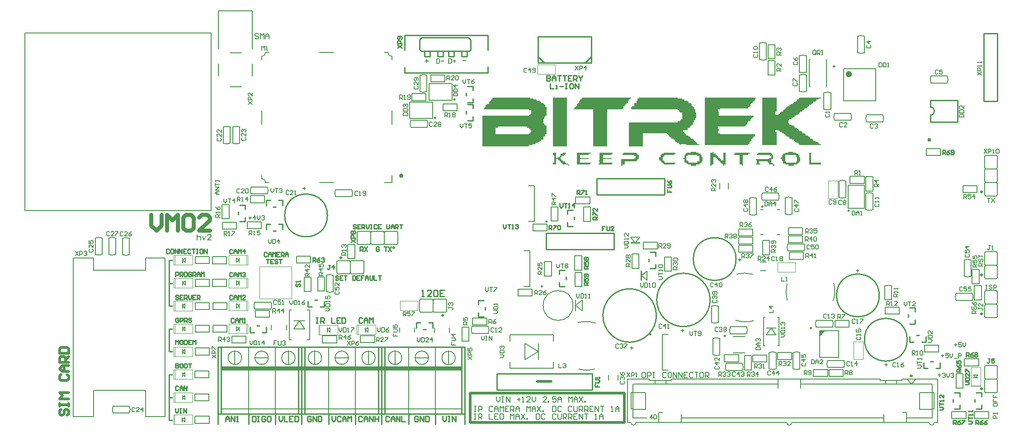
<source format=gto>
G04*
G04 #@! TF.GenerationSoftware,Altium Limited,Altium Designer,18.1.9 (240)*
G04*
G04 Layer_Color=65535*
%FSLAX24Y24*%
%MOIN*%
G70*
G01*
G75*
%ADD10C,0.0098*%
%ADD11C,0.0118*%
%ADD12C,0.0079*%
%ADD13C,0.0070*%
%ADD14C,0.0100*%
%ADD15C,0.0157*%
%ADD16C,0.0236*%
%ADD17C,0.0071*%
%ADD18C,0.0197*%
%ADD19C,0.0039*%
%ADD20C,0.0050*%
%ADD21C,0.0067*%
%ADD22C,0.0295*%
%ADD23R,0.5935X0.0256*%
G36*
X58697Y24174D02*
X58537D01*
Y24094D01*
X58377D01*
Y24014D01*
X58297D01*
Y23934D01*
X58137D01*
Y23854D01*
X58057D01*
Y23774D01*
X57977D01*
Y23694D01*
X57817D01*
Y23614D01*
X57737D01*
Y23534D01*
X57657D01*
Y23454D01*
X57497D01*
Y23374D01*
X57417D01*
Y23294D01*
X57337D01*
Y23214D01*
X57177D01*
Y23134D01*
X57097D01*
Y23054D01*
X57017D01*
Y22974D01*
X56857D01*
Y22894D01*
X56777D01*
Y22814D01*
X56617D01*
Y22734D01*
X56537D01*
Y22654D01*
X56377D01*
Y22574D01*
X56297D01*
Y22494D01*
Y22414D01*
Y22334D01*
X56377D01*
Y22254D01*
X56537D01*
Y22174D01*
X56697D01*
Y22094D01*
X56777D01*
Y22014D01*
X56937D01*
Y21934D01*
X57017D01*
Y21854D01*
X57097D01*
Y21774D01*
X57257D01*
Y21694D01*
X57337D01*
Y21614D01*
X57497D01*
Y21534D01*
X57577D01*
Y21454D01*
X57737D01*
Y21374D01*
X57817D01*
Y21294D01*
X57897D01*
Y21214D01*
X58057D01*
Y21134D01*
X58137D01*
Y21054D01*
X58297D01*
Y20974D01*
X58457D01*
Y20894D01*
X58537D01*
Y20814D01*
X58697D01*
Y20734D01*
X57097D01*
Y20814D01*
X57017D01*
Y20894D01*
X56857D01*
Y20974D01*
X56777D01*
Y21054D01*
X56697D01*
Y21134D01*
X56537D01*
Y21214D01*
X56377D01*
Y21294D01*
X56297D01*
Y21374D01*
X56137D01*
Y21454D01*
X56057D01*
Y21534D01*
X55977D01*
Y21614D01*
X55817D01*
Y21694D01*
X55657D01*
Y21774D01*
X55577D01*
Y21854D01*
X55337D01*
Y21774D01*
Y21694D01*
X55417D01*
Y21614D01*
Y21534D01*
Y21454D01*
Y21374D01*
Y21294D01*
Y21214D01*
Y21134D01*
Y21054D01*
Y20974D01*
Y20894D01*
Y20814D01*
Y20734D01*
X54377D01*
Y20814D01*
Y20894D01*
Y20974D01*
Y21054D01*
Y21134D01*
Y21214D01*
Y21294D01*
Y21374D01*
Y21454D01*
Y21534D01*
Y21614D01*
Y21694D01*
Y21774D01*
Y21854D01*
Y21934D01*
Y22014D01*
Y22094D01*
Y22174D01*
Y22254D01*
Y22334D01*
Y22414D01*
Y22494D01*
Y22574D01*
Y22654D01*
Y22734D01*
Y22814D01*
Y22894D01*
Y22974D01*
Y23054D01*
Y23134D01*
Y23214D01*
Y23294D01*
Y23374D01*
Y23454D01*
Y23534D01*
Y23614D01*
Y23694D01*
Y23774D01*
Y23854D01*
Y23934D01*
Y24014D01*
Y24094D01*
Y24174D01*
Y24254D01*
X55417D01*
Y24174D01*
Y24094D01*
Y24014D01*
Y23934D01*
Y23854D01*
Y23774D01*
Y23694D01*
Y23614D01*
Y23534D01*
Y23454D01*
Y23374D01*
Y23294D01*
Y23214D01*
X55337D01*
Y23134D01*
Y23054D01*
Y22974D01*
X55577D01*
Y23054D01*
X55657D01*
Y23134D01*
X55737D01*
Y23214D01*
X55897D01*
Y23294D01*
X55977D01*
Y23374D01*
X56057D01*
Y23454D01*
X56137D01*
Y23534D01*
X56217D01*
Y23614D01*
X56377D01*
Y23694D01*
X56457D01*
Y23774D01*
X56617D01*
Y23854D01*
X56697D01*
Y23934D01*
X56857D01*
Y24014D01*
X56937D01*
Y24094D01*
X57017D01*
Y24174D01*
X57097D01*
Y24254D01*
X58697D01*
Y24174D01*
D02*
G37*
G36*
X66811Y21002D02*
X66561D01*
Y21252D01*
X66811D01*
Y21002D01*
D02*
G37*
G36*
X53897Y24174D02*
X53817D01*
Y24094D01*
Y24014D01*
X53737D01*
Y23934D01*
X53657D01*
Y23854D01*
X53577D01*
Y23774D01*
X53497D01*
Y23694D01*
Y23614D01*
X53417D01*
Y23534D01*
X53337D01*
Y23454D01*
X51257D01*
Y23374D01*
X51097D01*
Y23294D01*
Y23214D01*
X51177D01*
Y23134D01*
Y23054D01*
Y22974D01*
Y22894D01*
X53737D01*
Y22814D01*
X53657D01*
Y22734D01*
X53577D01*
Y22654D01*
X53497D01*
Y22574D01*
Y22494D01*
X53337D01*
Y22414D01*
X53257D01*
Y22334D01*
Y22254D01*
X53177D01*
Y22174D01*
X53097D01*
Y22094D01*
X51097D01*
Y22014D01*
Y21934D01*
X51177D01*
Y21854D01*
Y21774D01*
X51097D01*
Y21694D01*
Y21614D01*
X51257D01*
Y21534D01*
X53817D01*
Y21454D01*
Y21374D01*
X53737D01*
Y21294D01*
X53657D01*
Y21214D01*
X53577D01*
Y21134D01*
Y21054D01*
X53497D01*
Y20974D01*
X53417D01*
Y20894D01*
Y20814D01*
X53337D01*
Y20734D01*
X50137D01*
Y20814D01*
Y20894D01*
Y20974D01*
Y21054D01*
Y21134D01*
Y21214D01*
Y21294D01*
Y21374D01*
Y21454D01*
Y21534D01*
Y21614D01*
Y21694D01*
Y21774D01*
Y21854D01*
Y21934D01*
Y22014D01*
Y22094D01*
Y22174D01*
Y22254D01*
Y22334D01*
Y22414D01*
Y22494D01*
Y22574D01*
Y22654D01*
Y22734D01*
Y22814D01*
Y22894D01*
Y22974D01*
Y23054D01*
Y23134D01*
Y23214D01*
Y23294D01*
Y23374D01*
Y23454D01*
Y23534D01*
Y23614D01*
Y23694D01*
Y23774D01*
Y23854D01*
Y23934D01*
Y24014D01*
Y24094D01*
Y24174D01*
Y24254D01*
X53897D01*
Y24174D01*
D02*
G37*
G36*
X48137D02*
X48457D01*
Y24094D01*
X48617D01*
Y24014D01*
X48857D01*
Y23934D01*
X48937D01*
Y23854D01*
X49097D01*
Y23774D01*
X49177D01*
Y23694D01*
Y23614D01*
X49257D01*
Y23534D01*
X49337D01*
Y23454D01*
Y23374D01*
X49417D01*
Y23294D01*
Y23214D01*
Y23134D01*
X49497D01*
Y23054D01*
Y22974D01*
Y22894D01*
Y22814D01*
Y22734D01*
X49417D01*
Y22654D01*
Y22574D01*
X49337D01*
Y22494D01*
Y22414D01*
X49257D01*
Y22334D01*
Y22254D01*
X49177D01*
Y22174D01*
X49097D01*
Y22094D01*
X49017D01*
Y22014D01*
X48857D01*
Y21934D01*
Y21854D01*
X48537D01*
Y21774D01*
Y21694D01*
X48617D01*
Y21614D01*
X48697D01*
Y21534D01*
X48777D01*
Y21454D01*
X48937D01*
Y21374D01*
X49017D01*
Y21294D01*
X49097D01*
Y21214D01*
X49257D01*
Y21134D01*
X49337D01*
Y21054D01*
X49417D01*
Y20974D01*
X49497D01*
Y20894D01*
X49577D01*
Y20814D01*
X49737D01*
Y20734D01*
X48777D01*
Y20814D01*
X48377D01*
Y20734D01*
X48297D01*
Y20814D01*
X48217D01*
Y20894D01*
X48057D01*
Y20974D01*
X47977D01*
Y21054D01*
X47897D01*
Y21134D01*
X47817D01*
Y21214D01*
X47657D01*
Y21294D01*
X47577D01*
Y21374D01*
X47497D01*
Y21454D01*
X47417D01*
Y21534D01*
X47337D01*
Y21614D01*
X45577D01*
Y21534D01*
Y21454D01*
Y21374D01*
Y21294D01*
Y21214D01*
Y21134D01*
Y21054D01*
Y20974D01*
Y20894D01*
Y20814D01*
Y20734D01*
Y20654D01*
X44537D01*
Y20734D01*
Y20814D01*
Y20894D01*
Y20974D01*
Y21054D01*
Y21134D01*
Y21214D01*
Y21294D01*
Y21374D01*
Y21454D01*
Y21534D01*
Y21614D01*
Y21694D01*
Y21774D01*
Y21854D01*
Y21934D01*
Y22014D01*
Y22094D01*
Y22174D01*
Y22254D01*
Y22334D01*
Y22414D01*
X48137D01*
Y22494D01*
X48297D01*
Y22574D01*
X48377D01*
Y22654D01*
X48457D01*
Y22734D01*
Y22814D01*
Y22894D01*
Y22974D01*
Y23054D01*
Y23134D01*
X48297D01*
Y23214D01*
X48217D01*
Y23294D01*
X48137D01*
Y23374D01*
X44697D01*
Y23454D01*
Y23534D01*
X44777D01*
Y23614D01*
X44937D01*
Y23694D01*
Y23774D01*
Y23854D01*
X45097D01*
Y23934D01*
Y24014D01*
X45177D01*
Y24094D01*
Y24174D01*
X45257D01*
Y24254D01*
X48137D01*
Y24174D01*
D02*
G37*
G36*
X44697D02*
X44617D01*
Y24094D01*
X44537D01*
Y24014D01*
X44457D01*
Y23934D01*
Y23854D01*
X44377D01*
Y23774D01*
X44297D01*
Y23694D01*
X44217D01*
Y23614D01*
X44137D01*
Y23534D01*
Y23454D01*
X44057D01*
Y23374D01*
X42937D01*
Y23294D01*
Y23214D01*
Y23134D01*
Y23054D01*
Y22974D01*
Y22894D01*
Y22814D01*
Y22734D01*
Y22654D01*
Y22574D01*
Y22494D01*
Y22414D01*
Y22334D01*
Y22254D01*
Y22174D01*
Y22094D01*
Y22014D01*
Y21934D01*
Y21854D01*
Y21774D01*
Y21694D01*
Y21614D01*
Y21534D01*
Y21454D01*
Y21374D01*
Y21294D01*
Y21214D01*
Y21134D01*
Y21054D01*
Y20974D01*
Y20894D01*
Y20814D01*
Y20734D01*
Y20654D01*
X41897D01*
Y20734D01*
Y20814D01*
Y20894D01*
Y20974D01*
Y21054D01*
Y21134D01*
Y21214D01*
Y21294D01*
Y21374D01*
Y21454D01*
Y21534D01*
Y21614D01*
Y21694D01*
Y21774D01*
Y21854D01*
Y21934D01*
Y22014D01*
Y22094D01*
Y22174D01*
Y22254D01*
Y22334D01*
Y22414D01*
Y22494D01*
Y22574D01*
Y22654D01*
Y22734D01*
Y22814D01*
Y22894D01*
Y22974D01*
Y23054D01*
Y23134D01*
Y23214D01*
Y23294D01*
Y23374D01*
X40457D01*
Y23454D01*
X40537D01*
Y23534D01*
X40617D01*
Y23614D01*
X40697D01*
Y23694D01*
Y23774D01*
X40777D01*
Y23854D01*
X40857D01*
Y23934D01*
Y24014D01*
X40937D01*
Y24094D01*
X41017D01*
Y24174D01*
X41097D01*
Y24254D01*
X44697D01*
Y24174D01*
D02*
G37*
G36*
X39977D02*
Y24094D01*
Y24014D01*
Y23934D01*
Y23854D01*
Y23774D01*
Y23694D01*
Y23614D01*
Y23534D01*
Y23454D01*
Y23374D01*
Y23294D01*
Y23214D01*
Y23134D01*
Y23054D01*
Y22974D01*
Y22894D01*
Y22814D01*
Y22734D01*
Y22654D01*
Y22574D01*
Y22494D01*
Y22414D01*
Y22334D01*
Y22254D01*
Y22174D01*
Y22094D01*
Y22014D01*
Y21934D01*
Y21854D01*
Y21774D01*
Y21694D01*
Y21614D01*
Y21534D01*
Y21454D01*
Y21374D01*
Y21294D01*
Y21214D01*
Y21134D01*
Y21054D01*
Y20974D01*
Y20894D01*
Y20814D01*
Y20734D01*
Y20654D01*
X38937D01*
Y20734D01*
Y20814D01*
Y20894D01*
Y20974D01*
Y21054D01*
Y21134D01*
Y21214D01*
Y21294D01*
Y21374D01*
Y21454D01*
Y21534D01*
Y21614D01*
Y21694D01*
Y21774D01*
Y21854D01*
Y21934D01*
Y22014D01*
Y22094D01*
Y22174D01*
Y22254D01*
Y22334D01*
Y22414D01*
Y22494D01*
Y22574D01*
Y22654D01*
Y22734D01*
Y22814D01*
Y22894D01*
Y22974D01*
Y23054D01*
Y23134D01*
Y23214D01*
Y23294D01*
Y23374D01*
Y23454D01*
Y23534D01*
Y23614D01*
Y23694D01*
Y23774D01*
Y23854D01*
Y23934D01*
Y24014D01*
Y24094D01*
Y24174D01*
Y24254D01*
X39977D01*
Y24174D01*
D02*
G37*
G36*
X37257D02*
X37497D01*
Y24094D01*
X37737D01*
Y24014D01*
X37977D01*
Y23934D01*
X38057D01*
Y23854D01*
X38217D01*
Y23774D01*
X38297D01*
Y23694D01*
X38377D01*
Y23614D01*
Y23534D01*
X38457D01*
Y23454D01*
Y23374D01*
Y23294D01*
Y23214D01*
Y23134D01*
Y23054D01*
Y22974D01*
Y22894D01*
X38377D01*
Y22814D01*
X38297D01*
Y22734D01*
Y22654D01*
X38217D01*
Y22574D01*
Y22494D01*
Y22414D01*
Y22334D01*
X38297D01*
Y22254D01*
X38377D01*
Y22174D01*
X38457D01*
Y22094D01*
Y22014D01*
Y21934D01*
Y21854D01*
Y21774D01*
Y21694D01*
Y21614D01*
Y21534D01*
X38377D01*
Y21454D01*
Y21374D01*
X38217D01*
Y21294D01*
Y21214D01*
Y21134D01*
X38057D01*
Y21054D01*
X37977D01*
Y20974D01*
X37817D01*
Y20894D01*
X37657D01*
Y20814D01*
X37417D01*
Y20734D01*
X37177D01*
Y20654D01*
X33737D01*
Y20734D01*
Y20814D01*
Y20894D01*
Y20974D01*
Y21054D01*
Y21134D01*
Y21214D01*
Y21294D01*
Y21374D01*
Y21454D01*
Y21534D01*
Y21614D01*
Y21694D01*
Y21774D01*
Y21854D01*
Y21934D01*
Y22014D01*
Y22094D01*
Y22174D01*
Y22254D01*
Y22334D01*
Y22414D01*
Y22494D01*
Y22574D01*
Y22654D01*
Y22734D01*
Y22814D01*
Y22894D01*
X37177D01*
Y22974D01*
X37257D01*
Y23054D01*
X37337D01*
Y23134D01*
Y23214D01*
Y23294D01*
X37177D01*
Y23374D01*
X33817D01*
Y23454D01*
X33897D01*
Y23534D01*
X33977D01*
Y23614D01*
Y23694D01*
X34057D01*
Y23774D01*
X34217D01*
Y23854D01*
Y23934D01*
X34297D01*
Y24014D01*
X34377D01*
Y24094D01*
X34457D01*
Y24174D01*
Y24254D01*
X37257D01*
Y24174D01*
D02*
G37*
G36*
X39897Y20094D02*
X39817D01*
Y20014D01*
X39737D01*
Y19934D01*
X39577D01*
Y19854D01*
X39497D01*
Y19774D01*
Y19694D01*
X39577D01*
Y19614D01*
X39657D01*
Y19534D01*
X39817D01*
Y19454D01*
X39897D01*
Y19374D01*
X40057D01*
Y19294D01*
X40137D01*
Y19214D01*
X40057D01*
Y19294D01*
X39657D01*
Y19374D01*
X39577D01*
Y19454D01*
X39497D01*
Y19534D01*
X39417D01*
Y19614D01*
X39337D01*
Y19694D01*
X39177D01*
Y19614D01*
Y19534D01*
Y19454D01*
Y19374D01*
Y19294D01*
X38937D01*
Y19374D01*
Y19454D01*
X39017D01*
Y19534D01*
Y19614D01*
Y19694D01*
Y19774D01*
Y19854D01*
Y19934D01*
Y20014D01*
X38937D01*
Y20094D01*
Y20174D01*
X39177D01*
Y20094D01*
Y20014D01*
Y19934D01*
Y19854D01*
Y19774D01*
X39257D01*
Y19854D01*
X39417D01*
Y19934D01*
X39497D01*
Y20014D01*
Y20094D01*
X39657D01*
Y20174D01*
X39897D01*
Y20094D01*
D02*
G37*
G36*
X57977D02*
Y20014D01*
Y19934D01*
Y19854D01*
Y19774D01*
Y19694D01*
Y19614D01*
Y19534D01*
Y19454D01*
X58697D01*
Y19374D01*
Y19294D01*
X57817D01*
Y19374D01*
Y19454D01*
Y19534D01*
Y19614D01*
Y19694D01*
Y19774D01*
Y19854D01*
Y19934D01*
Y20014D01*
Y20094D01*
Y20174D01*
X57977D01*
Y20094D01*
D02*
G37*
G36*
X47977D02*
X47897D01*
Y20014D01*
X47177D01*
Y19934D01*
X47097D01*
Y19854D01*
X47017D01*
Y19774D01*
Y19694D01*
Y19614D01*
X47097D01*
Y19534D01*
X47177D01*
Y19454D01*
X47977D01*
Y19374D01*
X47897D01*
Y19294D01*
X47097D01*
Y19374D01*
X47017D01*
Y19454D01*
X46937D01*
Y19534D01*
X46857D01*
Y19614D01*
X46777D01*
Y19694D01*
Y19774D01*
Y19854D01*
X46857D01*
Y19934D01*
Y20014D01*
X46937D01*
Y20094D01*
X47097D01*
Y20174D01*
X47977D01*
Y20094D01*
D02*
G37*
G36*
X43337D02*
X43257D01*
Y20014D01*
X42617D01*
Y19934D01*
Y19854D01*
Y19774D01*
X43257D01*
Y19694D01*
X42617D01*
Y19614D01*
Y19534D01*
Y19454D01*
X43337D01*
Y19374D01*
X43257D01*
Y19294D01*
X42297D01*
Y19374D01*
X42377D01*
Y19454D01*
Y19534D01*
X42297D01*
Y19614D01*
X42377D01*
Y19694D01*
Y19774D01*
Y19854D01*
Y19934D01*
Y20014D01*
Y20094D01*
Y20174D01*
X43337D01*
Y20094D01*
D02*
G37*
G36*
X41737D02*
X41577D01*
Y20014D01*
X40937D01*
Y19934D01*
Y19854D01*
Y19774D01*
X41577D01*
Y19694D01*
X40937D01*
Y19614D01*
Y19534D01*
Y19454D01*
X41737D01*
Y19374D01*
X41657D01*
Y19294D01*
X40697D01*
Y19374D01*
Y19454D01*
Y19534D01*
Y19614D01*
Y19694D01*
Y19774D01*
Y19854D01*
Y19934D01*
Y20014D01*
Y20094D01*
Y20174D01*
X41737D01*
Y20094D01*
D02*
G37*
G36*
X56617Y20174D02*
X56857D01*
Y20094D01*
X57017D01*
Y20014D01*
X57097D01*
Y19934D01*
Y19854D01*
X57177D01*
Y19774D01*
Y19694D01*
Y19614D01*
Y19534D01*
X57097D01*
Y19454D01*
X57017D01*
Y19374D01*
X56937D01*
Y19294D01*
X56697D01*
Y19214D01*
X56297D01*
Y19294D01*
X56057D01*
Y19374D01*
X55897D01*
Y19454D01*
Y19534D01*
X55817D01*
Y19614D01*
Y19694D01*
X55737D01*
Y19774D01*
Y19854D01*
X55817D01*
Y19934D01*
Y20014D01*
X55897D01*
Y20094D01*
X56057D01*
Y20174D01*
X56297D01*
Y20254D01*
X56617D01*
Y20174D01*
D02*
G37*
G36*
X55017Y20094D02*
X55097D01*
Y20014D01*
X55177D01*
Y19934D01*
Y19854D01*
Y19774D01*
Y19694D01*
X55017D01*
Y19614D01*
Y19534D01*
Y19454D01*
X55097D01*
Y19374D01*
X55177D01*
Y19294D01*
X55257D01*
Y19214D01*
X55177D01*
Y19294D01*
X54857D01*
Y19374D01*
Y19454D01*
X54777D01*
Y19534D01*
X54137D01*
Y19454D01*
Y19374D01*
X54217D01*
Y19294D01*
X53897D01*
Y19374D01*
X53977D01*
Y19454D01*
Y19534D01*
Y19614D01*
X53897D01*
Y19694D01*
X54857D01*
Y19774D01*
X55017D01*
Y19854D01*
Y19934D01*
X54937D01*
Y20014D01*
X53977D01*
Y20094D01*
X54057D01*
Y20174D01*
X55017D01*
Y20094D01*
D02*
G37*
G36*
X53417D02*
X53337D01*
Y20014D01*
X52937D01*
Y19934D01*
Y19854D01*
Y19774D01*
Y19694D01*
Y19614D01*
Y19534D01*
Y19454D01*
Y19374D01*
Y19294D01*
Y19214D01*
X52857D01*
Y19294D01*
X52697D01*
Y19374D01*
Y19454D01*
Y19534D01*
Y19614D01*
Y19694D01*
Y19774D01*
Y19854D01*
Y19934D01*
Y20014D01*
X52297D01*
Y20094D01*
X52377D01*
Y20174D01*
X53417D01*
Y20094D01*
D02*
G37*
G36*
X50777Y20174D02*
Y20094D01*
X50937D01*
Y20014D01*
X51017D01*
Y19934D01*
X51097D01*
Y19854D01*
X51177D01*
Y19774D01*
X51257D01*
Y19694D01*
X51337D01*
Y19614D01*
X51497D01*
Y19694D01*
Y19774D01*
Y19854D01*
Y19934D01*
Y20014D01*
Y20094D01*
Y20174D01*
X51657D01*
Y20094D01*
Y20014D01*
Y19934D01*
Y19854D01*
Y19774D01*
Y19694D01*
Y19614D01*
Y19534D01*
Y19454D01*
Y19374D01*
Y19294D01*
X51577D01*
Y19214D01*
X51497D01*
Y19294D01*
X51417D01*
Y19374D01*
X51337D01*
Y19454D01*
X51257D01*
Y19534D01*
X51177D01*
Y19614D01*
X51097D01*
Y19694D01*
X51017D01*
Y19774D01*
X50937D01*
Y19854D01*
X50777D01*
Y19774D01*
Y19694D01*
Y19614D01*
Y19534D01*
Y19454D01*
Y19374D01*
Y19294D01*
X50617D01*
Y19214D01*
X50537D01*
Y19294D01*
Y19374D01*
Y19454D01*
Y19534D01*
Y19614D01*
Y19694D01*
Y19774D01*
Y19854D01*
Y19934D01*
Y20014D01*
Y20094D01*
Y20174D01*
X50697D01*
Y20254D01*
X50777D01*
Y20174D01*
D02*
G37*
G36*
X49497D02*
X49657D01*
Y20094D01*
X49817D01*
Y20014D01*
X49897D01*
Y19934D01*
Y19854D01*
X49977D01*
Y19774D01*
Y19694D01*
Y19614D01*
Y19534D01*
X49897D01*
Y19454D01*
X49817D01*
Y19374D01*
X49737D01*
Y19294D01*
X49497D01*
Y19214D01*
X49097D01*
Y19294D01*
X48857D01*
Y19374D01*
X48777D01*
Y19454D01*
X48617D01*
Y19534D01*
Y19614D01*
Y19694D01*
X48537D01*
Y19774D01*
X48617D01*
Y19854D01*
Y19934D01*
Y20014D01*
X48697D01*
Y20094D01*
X48777D01*
Y20174D01*
X49097D01*
Y20254D01*
X49497D01*
Y20174D01*
D02*
G37*
G36*
X45097Y20094D02*
X45177D01*
Y20014D01*
X45257D01*
Y19934D01*
Y19854D01*
Y19774D01*
Y19694D01*
X45177D01*
Y19614D01*
X45097D01*
Y19534D01*
X44217D01*
Y19454D01*
Y19374D01*
Y19294D01*
X44057D01*
Y19214D01*
X43977D01*
Y19294D01*
Y19374D01*
Y19454D01*
Y19534D01*
Y19614D01*
Y19694D01*
X44937D01*
Y19774D01*
X45017D01*
Y19854D01*
Y19934D01*
X44937D01*
Y20014D01*
X44057D01*
Y20094D01*
X44137D01*
Y20174D01*
X45097D01*
Y20094D01*
D02*
G37*
G36*
X45369Y13470D02*
X44649D01*
Y13580D01*
X45369D01*
Y13470D01*
D02*
G37*
G36*
X45509Y10744D02*
X45399D01*
Y11464D01*
X45509D01*
Y10744D01*
D02*
G37*
%LPC*%
G36*
X37017Y22094D02*
X34857D01*
Y22014D01*
X34697D01*
Y21934D01*
Y21854D01*
Y21774D01*
Y21694D01*
Y21614D01*
Y21534D01*
X37177D01*
Y21614D01*
X37257D01*
Y21694D01*
X37337D01*
Y21774D01*
Y21854D01*
X37257D01*
Y21934D01*
X37177D01*
Y22014D01*
X37017D01*
Y22094D01*
D02*
G37*
G36*
X56857Y20014D02*
X56057D01*
Y19934D01*
Y19854D01*
Y19774D01*
Y19694D01*
Y19614D01*
Y19534D01*
X56137D01*
Y19454D01*
X56857D01*
Y19534D01*
X56937D01*
Y19614D01*
Y19694D01*
Y19774D01*
Y19854D01*
X56857D01*
Y19934D01*
Y20014D01*
D02*
G37*
G36*
X49577D02*
X48857D01*
Y19934D01*
X48777D01*
Y19854D01*
Y19774D01*
Y19694D01*
Y19614D01*
X48857D01*
Y19534D01*
X48937D01*
Y19454D01*
X49577D01*
Y19534D01*
X49737D01*
Y19614D01*
Y19694D01*
Y19774D01*
Y19854D01*
Y19934D01*
X49577D01*
Y20014D01*
D02*
G37*
%LPD*%
D10*
X38504Y15098D02*
G03*
X38504Y15098I-49J0D01*
G01*
X38159Y10315D02*
G03*
X38159Y10315I-49J0D01*
G01*
X60780Y15897D02*
G03*
X60780Y15897I-49J0D01*
G01*
X59715Y26548D02*
G03*
X59715Y26548I-49J0D01*
G01*
X58002Y7244D02*
G03*
X58002Y7244I-49J0D01*
G01*
X54419Y16201D02*
G03*
X54419Y16201I-49J0D01*
G01*
X31709Y24107D02*
G03*
X31709Y24107I-49J0D01*
G01*
X30282Y22748D02*
G03*
X30282Y22748I-49J0D01*
G01*
X51654Y6658D02*
G03*
X51654Y6658I-49J0D01*
G01*
X46161Y6781D02*
G03*
X46161Y6781I-49J0D01*
G01*
X27982Y26073D02*
Y26476D01*
X34124Y26083D02*
Y26506D01*
X27992Y26073D02*
X34124Y26073D01*
Y27756D02*
Y28829D01*
X27982Y27746D02*
Y28829D01*
X34124D01*
X29213Y27667D02*
X32766D01*
X32874Y27776D01*
Y28494D01*
X32707Y28661D02*
X32874Y28494D01*
X29252Y28661D02*
X32707D01*
X29094Y28504D02*
X29252Y28661D01*
X29094Y27785D02*
Y28504D01*
Y27785D02*
X29213Y27667D01*
X29459Y27274D02*
Y27667D01*
Y27274D02*
X29852D01*
Y27667D01*
X30827Y27264D02*
Y27657D01*
X30433Y27264D02*
X30827D01*
X30433D02*
Y27657D01*
X31614Y27274D02*
Y27667D01*
X31220Y27274D02*
X31614D01*
X31220D02*
Y27667D01*
X32598Y27274D02*
Y27667D01*
X32205Y27274D02*
X32598D01*
X32205D02*
Y27667D01*
X10639Y441D02*
X10875D01*
X10639D02*
Y2124D01*
X10875D01*
X10641Y10552D02*
X10877D01*
X10641D02*
Y12235D01*
X10877D01*
X10640Y8867D02*
X10876D01*
X10640D02*
Y10550D01*
X10639Y5496D02*
X10875D01*
X10639D02*
Y7180D01*
X10875D01*
X10640Y3809D02*
X10876D01*
X10640Y2126D02*
Y3809D01*
X22391Y128D02*
Y925D01*
X20383Y128D02*
Y925D01*
X18454Y128D02*
Y925D01*
X38720Y25288D02*
Y24894D01*
X38983D01*
X39114D02*
X39245D01*
X39180D01*
Y25156D01*
X39114D01*
X39442Y25091D02*
X39704D01*
X39836Y25288D02*
X39967D01*
X39901D01*
Y24894D01*
X39836D01*
X39967D01*
X40360Y25288D02*
X40229D01*
X40164Y25222D01*
Y24960D01*
X40229Y24894D01*
X40360D01*
X40426Y24960D01*
Y25222D01*
X40360Y25288D01*
X40557Y24894D02*
Y25288D01*
X40820Y24894D01*
Y25288D01*
X24879Y7938D02*
X24813Y8004D01*
X24682D01*
X24616Y7938D01*
Y7676D01*
X24682Y7610D01*
X24813D01*
X24879Y7676D01*
X25010Y7610D02*
Y7872D01*
X25141Y8004D01*
X25272Y7872D01*
Y7610D01*
Y7807D01*
X25010D01*
X25403Y7610D02*
Y8004D01*
X25534Y7872D01*
X25666Y8004D01*
Y7610D01*
X21476Y7994D02*
X21608D01*
X21542D01*
Y7600D01*
X21476D01*
X21608D01*
X21804D02*
Y7994D01*
X22001D01*
X22067Y7928D01*
Y7797D01*
X22001Y7731D01*
X21804D01*
X21936D02*
X22067Y7600D01*
X22592Y7994D02*
Y7600D01*
X22854D01*
X23247Y7994D02*
X22985D01*
Y7600D01*
X23247D01*
X22985Y7797D02*
X23116D01*
X23379Y7994D02*
Y7600D01*
X23575D01*
X23641Y7666D01*
Y7928D01*
X23575Y7994D01*
X23379D01*
X11312Y2920D02*
X11260Y2972D01*
X11155D01*
X11102Y2920D01*
Y2710D01*
X11155Y2657D01*
X11260D01*
X11312Y2710D01*
X11417Y2657D02*
Y2867D01*
X11522Y2972D01*
X11627Y2867D01*
Y2657D01*
Y2815D01*
X11417D01*
X11732Y2657D02*
Y2972D01*
X11942Y2657D01*
Y2972D01*
X26476Y13238D02*
X26686D01*
X26581D01*
Y12923D01*
X26791Y13238D02*
X27001Y12923D01*
Y13238D02*
X26791Y12923D01*
X26102Y13176D02*
X26050Y13228D01*
X25945D01*
X25893Y13176D01*
Y12966D01*
X25945Y12913D01*
X26050D01*
X26102Y12966D01*
Y13071D01*
X25997D01*
X24711Y12913D02*
Y13228D01*
X24869D01*
X24921Y13176D01*
Y13071D01*
X24869Y13018D01*
X24711D01*
X24816D02*
X24921Y12913D01*
X25026Y13228D02*
X25236Y12913D01*
Y13228D02*
X25026Y12913D01*
X24413Y14831D02*
X24360Y14884D01*
X24255D01*
X24203Y14831D01*
Y14779D01*
X24255Y14726D01*
X24360D01*
X24413Y14674D01*
Y14621D01*
X24360Y14569D01*
X24255D01*
X24203Y14621D01*
X24728Y14884D02*
X24518D01*
Y14569D01*
X24728D01*
X24518Y14726D02*
X24623D01*
X24832Y14569D02*
Y14884D01*
X24990D01*
X25042Y14831D01*
Y14726D01*
X24990Y14674D01*
X24832D01*
X24937D02*
X25042Y14569D01*
X25147Y14884D02*
Y14674D01*
X25252Y14569D01*
X25357Y14674D01*
Y14884D01*
X25462D02*
X25567D01*
X25515D01*
Y14569D01*
X25462D01*
X25567D01*
X25934Y14831D02*
X25882Y14884D01*
X25777D01*
X25725Y14831D01*
Y14621D01*
X25777Y14569D01*
X25882D01*
X25934Y14621D01*
X26249Y14884D02*
X26039D01*
Y14569D01*
X26249D01*
X26039Y14726D02*
X26144D01*
X26669Y14884D02*
Y14621D01*
X26722Y14569D01*
X26827D01*
X26879Y14621D01*
Y14884D01*
X26984Y14569D02*
Y14779D01*
X27089Y14884D01*
X27194Y14779D01*
Y14569D01*
Y14726D01*
X26984D01*
X27299Y14569D02*
Y14884D01*
X27456D01*
X27509Y14831D01*
Y14726D01*
X27456Y14674D01*
X27299D01*
X27404D02*
X27509Y14569D01*
X27614Y14884D02*
X27824D01*
X27719D01*
Y14569D01*
X23108Y11051D02*
X23056Y11103D01*
X22951D01*
X22899Y11051D01*
Y10998D01*
X22951Y10946D01*
X23056D01*
X23108Y10894D01*
Y10841D01*
X23056Y10789D01*
X22951D01*
X22899Y10841D01*
X23423Y11103D02*
X23213D01*
Y10789D01*
X23423D01*
X23213Y10946D02*
X23318D01*
X23528Y11103D02*
X23738D01*
X23633D01*
Y10789D01*
X24158Y11103D02*
Y10789D01*
X24315D01*
X24368Y10841D01*
Y11051D01*
X24315Y11103D01*
X24158D01*
X24683D02*
X24473D01*
Y10789D01*
X24683D01*
X24473Y10946D02*
X24578D01*
X24998Y11103D02*
X24788D01*
Y10946D01*
X24893D01*
X24788D01*
Y10789D01*
X25103D02*
Y10998D01*
X25208Y11103D01*
X25312Y10998D01*
Y10789D01*
Y10946D01*
X25103D01*
X25417Y11103D02*
Y10841D01*
X25470Y10789D01*
X25575D01*
X25627Y10841D01*
Y11103D01*
X25732D02*
Y10789D01*
X25942D01*
X26047Y11103D02*
X26257D01*
X26152D01*
Y10789D01*
X17795Y12313D02*
X18005D01*
X17900D01*
Y11998D01*
X18320Y12313D02*
X18110D01*
Y11998D01*
X18320D01*
X18110Y12155D02*
X18215D01*
X18635Y12260D02*
X18582Y12313D01*
X18477D01*
X18425Y12260D01*
Y12208D01*
X18477Y12155D01*
X18582D01*
X18635Y12103D01*
Y12051D01*
X18582Y11998D01*
X18477D01*
X18425Y12051D01*
X18740Y12313D02*
X18950D01*
X18845D01*
Y11998D01*
X17838Y12782D02*
X17785Y12835D01*
X17680D01*
X17628Y12782D01*
Y12572D01*
X17680Y12520D01*
X17785D01*
X17838Y12572D01*
X17943Y12520D02*
Y12730D01*
X18048Y12835D01*
X18153Y12730D01*
Y12520D01*
Y12677D01*
X17943D01*
X18258Y12520D02*
Y12835D01*
X18363Y12730D01*
X18468Y12835D01*
Y12520D01*
X18782Y12835D02*
X18573D01*
Y12520D01*
X18782D01*
X18573Y12677D02*
X18677D01*
X18887Y12520D02*
Y12835D01*
X19045D01*
X19097Y12782D01*
Y12677D01*
X19045Y12625D01*
X18887D01*
X18992D02*
X19097Y12520D01*
X19202D02*
Y12730D01*
X19307Y12835D01*
X19412Y12730D01*
Y12520D01*
Y12677D01*
X19202D01*
X15298Y12999D02*
X15246Y13051D01*
X15141D01*
X15089Y12999D01*
Y12789D01*
X15141Y12736D01*
X15246D01*
X15298Y12789D01*
X15403Y12736D02*
Y12946D01*
X15508Y13051D01*
X15613Y12946D01*
Y12736D01*
Y12894D01*
X15403D01*
X15718Y12736D02*
Y13051D01*
X15823Y12946D01*
X15928Y13051D01*
Y12736D01*
X16191D02*
Y13051D01*
X16033Y12894D01*
X16243D01*
X15298Y11296D02*
X15246Y11348D01*
X15141D01*
X15089Y11296D01*
Y11086D01*
X15141Y11033D01*
X15246D01*
X15298Y11086D01*
X15403Y11033D02*
Y11243D01*
X15508Y11348D01*
X15613Y11243D01*
Y11033D01*
Y11191D01*
X15403D01*
X15718Y11033D02*
Y11348D01*
X15823Y11243D01*
X15928Y11348D01*
Y11033D01*
X16033Y11296D02*
X16086Y11348D01*
X16191D01*
X16243Y11296D01*
Y11243D01*
X16191Y11191D01*
X16138D01*
X16191D01*
X16243Y11138D01*
Y11086D01*
X16191Y11033D01*
X16086D01*
X16033Y11086D01*
X15298Y9613D02*
X15246Y9665D01*
X15141D01*
X15089Y9613D01*
Y9403D01*
X15141Y9350D01*
X15246D01*
X15298Y9403D01*
X15403Y9350D02*
Y9560D01*
X15508Y9665D01*
X15613Y9560D01*
Y9350D01*
Y9508D01*
X15403D01*
X15718Y9350D02*
Y9665D01*
X15823Y9560D01*
X15928Y9665D01*
Y9350D01*
X16243D02*
X16033D01*
X16243Y9560D01*
Y9613D01*
X16191Y9665D01*
X16086D01*
X16033Y9613D01*
X15403Y7920D02*
X15351Y7972D01*
X15246D01*
X15194Y7920D01*
Y7710D01*
X15246Y7657D01*
X15351D01*
X15403Y7710D01*
X15508Y7657D02*
Y7867D01*
X15613Y7972D01*
X15718Y7867D01*
Y7657D01*
Y7815D01*
X15508D01*
X15823Y7657D02*
Y7972D01*
X15928Y7867D01*
X16033Y7972D01*
Y7657D01*
X16138D02*
X16243D01*
X16191D01*
Y7972D01*
X16138Y7920D01*
X10633Y13018D02*
X10581Y13071D01*
X10476D01*
X10423Y13018D01*
Y12808D01*
X10476Y12756D01*
X10581D01*
X10633Y12808D01*
X10896Y13071D02*
X10791D01*
X10738Y13018D01*
Y12808D01*
X10791Y12756D01*
X10896D01*
X10948Y12808D01*
Y13018D01*
X10896Y13071D01*
X11053Y12756D02*
Y13071D01*
X11263Y12756D01*
Y13071D01*
X11368Y12756D02*
Y13071D01*
X11578Y12756D01*
Y13071D01*
X11893D02*
X11683D01*
Y12756D01*
X11893D01*
X11683Y12913D02*
X11788D01*
X12207Y13018D02*
X12155Y13071D01*
X12050D01*
X11998Y13018D01*
Y12808D01*
X12050Y12756D01*
X12155D01*
X12207Y12808D01*
X12312Y13071D02*
X12522D01*
X12417D01*
Y12756D01*
X12627Y13071D02*
X12732D01*
X12680D01*
Y12756D01*
X12627D01*
X12732D01*
X13047Y13071D02*
X12942D01*
X12890Y13018D01*
Y12808D01*
X12942Y12756D01*
X13047D01*
X13100Y12808D01*
Y13018D01*
X13047Y13071D01*
X13204Y12756D02*
Y13071D01*
X13414Y12756D01*
Y13071D01*
X11112Y11053D02*
Y11368D01*
X11270D01*
X11322Y11316D01*
Y11211D01*
X11270Y11158D01*
X11112D01*
X11427Y11053D02*
Y11368D01*
X11584D01*
X11637Y11316D01*
Y11211D01*
X11584Y11158D01*
X11427D01*
X11532D02*
X11637Y11053D01*
X11899Y11368D02*
X11794D01*
X11742Y11316D01*
Y11106D01*
X11794Y11053D01*
X11899D01*
X11952Y11106D01*
Y11316D01*
X11899Y11368D01*
X12267Y11316D02*
X12214Y11368D01*
X12109D01*
X12057Y11316D01*
Y11106D01*
X12109Y11053D01*
X12214D01*
X12267Y11106D01*
Y11211D01*
X12162D01*
X12372Y11053D02*
Y11368D01*
X12529D01*
X12582Y11316D01*
Y11211D01*
X12529Y11158D01*
X12372D01*
X12477D02*
X12582Y11053D01*
X12687D02*
Y11263D01*
X12791Y11368D01*
X12896Y11263D01*
Y11053D01*
Y11211D01*
X12687D01*
X13001Y11053D02*
Y11368D01*
X13106Y11263D01*
X13211Y11368D01*
Y11053D01*
X11322Y9613D02*
X11270Y9665D01*
X11165D01*
X11112Y9613D01*
Y9560D01*
X11165Y9508D01*
X11270D01*
X11322Y9455D01*
Y9403D01*
X11270Y9350D01*
X11165D01*
X11112Y9403D01*
X11637Y9665D02*
X11427D01*
Y9350D01*
X11637D01*
X11427Y9508D02*
X11532D01*
X11742Y9350D02*
Y9665D01*
X11899D01*
X11952Y9613D01*
Y9508D01*
X11899Y9455D01*
X11742D01*
X11847D02*
X11952Y9350D01*
X12057Y9665D02*
Y9455D01*
X12162Y9350D01*
X12267Y9455D01*
Y9665D01*
X12582D02*
X12372D01*
Y9350D01*
X12582D01*
X12372Y9508D02*
X12477D01*
X12687Y9350D02*
Y9665D01*
X12844D01*
X12896Y9613D01*
Y9508D01*
X12844Y9455D01*
X12687D01*
X12791D02*
X12896Y9350D01*
X11112Y6043D02*
Y6358D01*
X11217Y6253D01*
X11322Y6358D01*
Y6043D01*
X11584Y6358D02*
X11480D01*
X11427Y6306D01*
Y6096D01*
X11480Y6043D01*
X11584D01*
X11637Y6096D01*
Y6306D01*
X11584Y6358D01*
X11742D02*
Y6043D01*
X11899D01*
X11952Y6096D01*
Y6306D01*
X11899Y6358D01*
X11742D01*
X12267D02*
X12057D01*
Y6043D01*
X12267D01*
X12057Y6201D02*
X12162D01*
X12372Y6043D02*
Y6358D01*
X12477Y6253D01*
X12582Y6358D01*
Y6043D01*
X11322Y7940D02*
X11270Y7992D01*
X11165D01*
X11112Y7940D01*
Y7730D01*
X11165Y7677D01*
X11270D01*
X11322Y7730D01*
Y7835D01*
X11217D01*
X11427Y7677D02*
Y7992D01*
X11584D01*
X11637Y7940D01*
Y7835D01*
X11584Y7782D01*
X11427D01*
X11742Y7677D02*
Y7992D01*
X11899D01*
X11952Y7940D01*
Y7835D01*
X11899Y7782D01*
X11742D01*
X11847D02*
X11952Y7677D01*
X12267Y7940D02*
X12214Y7992D01*
X12109D01*
X12057Y7940D01*
Y7887D01*
X12109Y7835D01*
X12214D01*
X12267Y7782D01*
Y7730D01*
X12214Y7677D01*
X12109D01*
X12057Y7730D01*
X11112Y4626D02*
Y4311D01*
X11270D01*
X11322Y4363D01*
Y4416D01*
X11270Y4468D01*
X11112D01*
X11270D01*
X11322Y4521D01*
Y4573D01*
X11270Y4626D01*
X11112D01*
X11584D02*
X11480D01*
X11427Y4573D01*
Y4363D01*
X11480Y4311D01*
X11584D01*
X11637Y4363D01*
Y4573D01*
X11584Y4626D01*
X11899D02*
X11794D01*
X11742Y4573D01*
Y4363D01*
X11794Y4311D01*
X11899D01*
X11952Y4363D01*
Y4573D01*
X11899Y4626D01*
X12057D02*
X12267D01*
X12162D01*
Y4311D01*
X38474Y25866D02*
Y25472D01*
X38671D01*
X38737Y25538D01*
Y25604D01*
X38671Y25669D01*
X38474D01*
X38671D01*
X38737Y25735D01*
Y25800D01*
X38671Y25866D01*
X38474D01*
X38868Y25472D02*
Y25735D01*
X38999Y25866D01*
X39130Y25735D01*
Y25472D01*
Y25669D01*
X38868D01*
X39262Y25866D02*
X39524D01*
X39393D01*
Y25472D01*
X39655Y25866D02*
X39918D01*
X39786D01*
Y25472D01*
X40311Y25866D02*
X40049D01*
Y25472D01*
X40311D01*
X40049Y25669D02*
X40180D01*
X40442Y25472D02*
Y25866D01*
X40639D01*
X40705Y25800D01*
Y25669D01*
X40639Y25604D01*
X40442D01*
X40573D02*
X40705Y25472D01*
X40836Y25866D02*
Y25800D01*
X40967Y25669D01*
X41098Y25800D01*
Y25866D01*
X40967Y25669D02*
Y25472D01*
X11102Y1299D02*
Y1089D01*
X11207Y984D01*
X11312Y1089D01*
Y1299D01*
X11417D02*
X11522D01*
X11470D01*
Y984D01*
X11417D01*
X11522D01*
X11680D02*
Y1299D01*
X11890Y984D01*
Y1299D01*
X18720Y728D02*
Y466D01*
X18852Y335D01*
X18983Y466D01*
Y728D01*
X19114D02*
Y335D01*
X19376D01*
X19770Y728D02*
X19508D01*
Y335D01*
X19770D01*
X19508Y531D02*
X19639D01*
X19901Y728D02*
Y335D01*
X20098D01*
X20164Y400D01*
Y663D01*
X20098Y728D01*
X19901D01*
X16752D02*
Y335D01*
X16949D01*
X17014Y400D01*
Y663D01*
X16949Y728D01*
X16752D01*
X17146D02*
X17277D01*
X17211D01*
Y335D01*
X17146D01*
X17277D01*
X17736Y663D02*
X17670Y728D01*
X17539D01*
X17474Y663D01*
Y400D01*
X17539Y335D01*
X17670D01*
X17736Y400D01*
Y531D01*
X17605D01*
X17867Y663D02*
X17933Y728D01*
X18064D01*
X18129Y663D01*
Y400D01*
X18064Y335D01*
X17933D01*
X17867Y400D01*
Y663D01*
X14803Y335D02*
Y597D01*
X14934Y728D01*
X15066Y597D01*
Y335D01*
Y531D01*
X14803D01*
X15197Y335D02*
Y728D01*
X15459Y335D01*
Y728D01*
X15590Y335D02*
X15721D01*
X15656D01*
Y728D01*
X15590Y663D01*
X21089D02*
X21024Y728D01*
X20892D01*
X20827Y663D01*
Y400D01*
X20892Y335D01*
X21024D01*
X21089Y400D01*
Y531D01*
X20958D01*
X21220Y335D02*
Y728D01*
X21483Y335D01*
Y728D01*
X21614D02*
Y335D01*
X21811D01*
X21876Y400D01*
Y663D01*
X21811Y728D01*
X21614D01*
X24869Y663D02*
X24803Y728D01*
X24672D01*
X24606Y663D01*
Y400D01*
X24672Y335D01*
X24803D01*
X24869Y400D01*
X25000Y335D02*
Y597D01*
X25131Y728D01*
X25262Y597D01*
Y335D01*
Y531D01*
X25000D01*
X25393Y335D02*
Y728D01*
X25656Y335D01*
Y728D01*
X25787D02*
Y335D01*
Y531D01*
X26049D01*
Y728D01*
Y335D01*
X26857Y663D02*
X26791Y728D01*
X26660D01*
X26594Y663D01*
Y400D01*
X26660Y335D01*
X26791D01*
X26857Y400D01*
X26988Y335D02*
Y597D01*
X27119Y728D01*
X27250Y597D01*
Y335D01*
Y531D01*
X26988D01*
X27382Y335D02*
Y728D01*
X27644Y335D01*
Y728D01*
X27775D02*
Y335D01*
X28038D01*
X28993Y663D02*
X28927Y728D01*
X28796D01*
X28730Y663D01*
Y400D01*
X28796Y335D01*
X28927D01*
X28993Y400D01*
Y531D01*
X28862D01*
X29124Y335D02*
Y728D01*
X29386Y335D01*
Y728D01*
X29517D02*
Y335D01*
X29714D01*
X29780Y400D01*
Y663D01*
X29714Y728D01*
X29517D01*
X30787D02*
Y466D01*
X30919Y335D01*
X31050Y466D01*
Y728D01*
X31181D02*
X31312D01*
X31247D01*
Y335D01*
X31181D01*
X31312D01*
X31509D02*
Y728D01*
X31771Y335D01*
Y728D01*
X22628D02*
Y466D01*
X22759Y335D01*
X22890Y466D01*
Y728D01*
X23284Y663D02*
X23218Y728D01*
X23087D01*
X23022Y663D01*
Y400D01*
X23087Y335D01*
X23218D01*
X23284Y400D01*
X23415Y335D02*
Y597D01*
X23546Y728D01*
X23677Y597D01*
Y335D01*
Y531D01*
X23415D01*
X23809Y335D02*
Y728D01*
X23940Y597D01*
X24071Y728D01*
Y335D01*
D11*
X70588Y2772D02*
G03*
X70588Y2772I-59J0D01*
G01*
X27253Y13178D02*
G03*
X27253Y13178I-59J0D01*
G01*
X23357Y12432D02*
G03*
X23357Y12432I-59J0D01*
G01*
X65416Y3712D02*
G03*
X65416Y3712I-59J0D01*
G01*
X70588Y8294D02*
G03*
X70588Y8294I-59J0D01*
G01*
Y11162D02*
G03*
X70588Y11162I-59J0D01*
G01*
Y17290D02*
G03*
X70588Y17290I-59J0D01*
G01*
X30852Y8178D02*
G03*
X30852Y8178I-59J0D01*
G01*
D12*
X19922Y5039D02*
G03*
X19922Y5039I-493J0D01*
G01*
X17944Y5049D02*
G03*
X17944Y5049I-493J0D01*
G01*
X15975D02*
G03*
X15975Y5049I-493J0D01*
G01*
X25828Y5039D02*
G03*
X25828Y5039I-493J0D01*
G01*
X23849Y5049D02*
G03*
X23849Y5049I-493J0D01*
G01*
X21881D02*
G03*
X21881Y5049I-493J0D01*
G01*
X31733Y5039D02*
G03*
X31733Y5039I-493J0D01*
G01*
X29755Y5049D02*
G03*
X29755Y5049I-493J0D01*
G01*
X27786D02*
G03*
X27786Y5049I-493J0D01*
G01*
X44677Y262D02*
G03*
X45037Y262I180J0D01*
G01*
X56177D02*
G03*
X56537Y262I180J0D01*
G01*
X66677D02*
G03*
X67037Y262I180J0D01*
G01*
X17745Y17972D02*
G03*
X17450Y18268I-295J0D01*
G01*
Y27283D02*
G03*
X17745Y27579I0J295D01*
G01*
X26761D02*
G03*
X27056Y27283I295J0D01*
G01*
X37126Y17736D02*
X37559D01*
X37126Y15098D02*
X37559D01*
Y17736D01*
X70747Y3551D02*
X70826Y3472D01*
X70747Y3551D02*
Y4394D01*
X70826Y4472D01*
X71633D01*
X71711Y4394D01*
Y3551D02*
Y4394D01*
X71633Y3472D02*
X71711Y3551D01*
X70826Y3472D02*
X71633D01*
X70826Y2472D02*
X71633D01*
X71711Y2551D01*
Y3394D01*
X71633Y3472D02*
X71711Y3394D01*
X70747D02*
X70826Y3472D01*
X70747Y2551D02*
Y3394D01*
Y2551D02*
X70826Y2472D01*
X27415Y13396D02*
X27494Y13474D01*
X24494D02*
Y14282D01*
X25415Y14360D02*
X25494Y14282D01*
X24573Y14360D02*
X25415D01*
X24573Y13396D02*
X25415D01*
X25494Y13474D01*
X26415Y13396D02*
X26494Y13474D01*
X25573Y13396D02*
X26415D01*
X25494Y13474D02*
X25573Y13396D01*
X25494Y13474D02*
Y14282D01*
X25573Y14360D01*
X26415D01*
X26494Y14282D01*
Y13474D02*
Y14282D01*
X27494Y13474D02*
Y14282D01*
X27415Y14360D02*
X27494Y14282D01*
X26573Y14360D02*
X27415D01*
X26494Y14282D02*
X26573Y14360D01*
X26494Y13474D02*
X26573Y13396D01*
X27415D01*
X27494Y13474D01*
X24494Y14282D02*
X24573Y14360D01*
X24494Y13474D02*
X24573Y13396D01*
X23998Y12136D02*
X24077Y12215D01*
X24919D01*
X24998Y12136D01*
Y11329D02*
Y12136D01*
X24919Y11250D02*
X24998Y11329D01*
X24077Y11250D02*
X24919D01*
X23998Y11329D02*
X24077Y11250D01*
X23998Y11329D02*
Y12136D01*
X22998Y11329D02*
Y12136D01*
Y11329D02*
X23077Y11250D01*
X23919D01*
X23998Y11329D01*
X23919Y12215D02*
X23998Y12136D01*
X23077Y12215D02*
X23919D01*
X22998Y12136D02*
X23077Y12215D01*
X35768Y4291D02*
Y4734D01*
Y6289D02*
Y6732D01*
X38957Y4291D02*
Y4734D01*
Y6289D02*
Y6732D01*
X36862Y4912D02*
Y6112D01*
X37862Y4912D02*
Y6112D01*
X36862Y4912D02*
X37862Y5512D01*
X36862Y6112D02*
X37862Y5512D01*
X35768Y4291D02*
X38957D01*
X35768Y6732D02*
X38957D01*
X14478Y4242D02*
X20364D01*
X16486Y935D02*
Y4242D01*
X18455Y925D02*
Y4232D01*
X14478Y1260D02*
X20374D01*
X15472Y4567D02*
Y5541D01*
X16978Y5059D02*
X17943D01*
X19429Y4567D02*
Y5522D01*
X14478Y4380D02*
X20364D01*
X16486D02*
Y5827D01*
X18455Y4390D02*
Y5807D01*
X20384Y4242D02*
X26270D01*
X22392Y935D02*
Y4242D01*
X24360Y925D02*
Y4232D01*
X20384Y1260D02*
X26280D01*
X21378Y4567D02*
Y5541D01*
X22884Y5059D02*
X23848D01*
X25335Y4567D02*
Y5522D01*
X20384Y4380D02*
X26270D01*
X22392D02*
Y5827D01*
X24360Y4390D02*
Y5807D01*
X26289Y4242D02*
X32175D01*
X28297Y935D02*
Y4242D01*
X30266Y925D02*
Y4232D01*
X26289Y1260D02*
X32185D01*
X27283Y4567D02*
Y5541D01*
X28789Y5059D02*
X29754D01*
X31240Y4567D02*
Y5522D01*
X26289Y4380D02*
X32175D01*
X28297D02*
Y5827D01*
X30266Y4390D02*
Y5807D01*
X36781Y12953D02*
X37215D01*
X36781Y10315D02*
X37215D01*
Y12953D01*
X54213Y11467D02*
X54646D01*
X54213Y12096D02*
X54646D01*
X51230Y17500D02*
Y17933D01*
X51860Y17500D02*
Y17933D01*
X44417Y262D02*
Y3462D01*
X46057D01*
Y3372D02*
Y3462D01*
X47657Y3372D02*
Y3462D01*
X63057D01*
X64657D02*
X67297D01*
Y262D02*
Y3462D01*
X67037Y262D02*
X67297D01*
X56537D02*
X66677D01*
X45037D02*
X56177D01*
X44417D02*
X44677D01*
X64982D02*
Y1012D01*
X64703D02*
X64982D01*
X63332Y262D02*
Y871D01*
X64982Y622D02*
X66897D01*
Y3122D01*
X57182D02*
X66897D01*
X57182Y2822D02*
Y3462D01*
X55532Y2822D02*
Y3462D01*
X63057Y3372D02*
X64657D01*
X65947Y1231D02*
Y2493D01*
X44817Y3122D02*
X55532D01*
X44817Y622D02*
Y3122D01*
Y622D02*
X45857D01*
X46732Y262D02*
Y1012D01*
X47011D01*
X48382Y262D02*
Y871D01*
Y622D02*
X63332D01*
X46057Y3372D02*
X47657D01*
X45767Y1231D02*
Y2493D01*
X44697Y1262D02*
Y2462D01*
X44817D01*
X44697Y1262D02*
X44817D01*
Y1231D02*
X45767D01*
X44817Y2493D02*
X45767D01*
X63057Y3372D02*
Y3462D01*
X63447Y3122D02*
Y3372D01*
X64657D02*
Y3462D01*
X64267Y3122D02*
Y3372D01*
X66897Y1262D02*
X67017D01*
Y2462D01*
X66897D02*
X67017D01*
X65947Y1231D02*
X66897D01*
X65947Y2493D02*
X66897D01*
X47267Y3122D02*
Y3372D01*
X46447Y3122D02*
Y3372D01*
X65357Y3122D02*
X65697Y3462D01*
X65017D02*
X65357Y3122D01*
X17745Y17972D02*
X18001D01*
X17450Y18268D02*
Y18524D01*
Y22264D02*
Y23287D01*
X17745Y27579D02*
X18001D01*
X17450Y27028D02*
Y27283D01*
X21741Y17972D02*
X22765D01*
X21741Y27579D02*
X22765D01*
X26505Y17972D02*
X27056D01*
Y18524D01*
Y22264D02*
Y23287D01*
Y27028D02*
Y27283D01*
X26505Y27579D02*
X26761D01*
X60354Y24008D02*
Y26370D01*
X62717Y24008D02*
Y26370D01*
X60354Y24008D02*
X62717D01*
X60354Y26370D02*
X62717D01*
X59065Y27040D02*
X59104D01*
Y25071D02*
Y27040D01*
X59065Y25071D02*
X59104D01*
X57844Y27040D02*
X57884D01*
X57844Y25071D02*
Y27040D01*
Y25071D02*
X57884D01*
X58583Y6654D02*
X58976Y7047D01*
X58583Y6732D02*
X58898Y7047D01*
X58583Y6811D02*
X58819Y7047D01*
X58583Y6890D02*
X58740Y7047D01*
X58583Y6969D02*
X58661Y7047D01*
X58583Y5079D02*
Y7047D01*
X60000D01*
Y5079D02*
Y7047D01*
X58583Y5079D02*
X60000D01*
X54213Y14134D02*
X54429D01*
X54213D02*
Y14154D01*
Y15984D02*
X54429D01*
X54213Y15965D02*
Y15984D01*
X55453Y14134D02*
X55669D01*
Y14154D01*
X55453Y15984D02*
X55669D01*
Y15965D02*
Y15984D01*
X70747Y8073D02*
X70826Y7994D01*
X70747Y8073D02*
Y8915D01*
X70826Y8994D01*
X71633D02*
X71711Y8915D01*
Y8073D02*
Y8915D01*
X71633Y7994D02*
X71711Y8073D01*
X70826Y7994D02*
X71633D01*
X70826Y8994D02*
X71633D01*
X71711Y9073D01*
Y9915D01*
X71633Y9994D02*
X71711Y9915D01*
X70826Y9994D02*
X71633D01*
X70747Y9915D02*
X70826Y9994D01*
X70747Y9073D02*
Y9915D01*
Y9073D02*
X70826Y8994D01*
X70747Y10941D02*
X70826Y10862D01*
X70747Y10941D02*
Y11783D01*
X70826Y11862D01*
X71633D02*
X71711Y11783D01*
Y10941D02*
Y11783D01*
X71633Y10862D02*
X71711Y10941D01*
X70826Y10862D02*
X71633D01*
X70826Y11862D02*
X71633D01*
X71711Y11941D01*
Y12783D01*
X71633Y12862D02*
X71711Y12783D01*
X70826Y12862D02*
X71633D01*
X70747Y12783D02*
X70826Y12862D01*
X70747Y11941D02*
Y12783D01*
Y11941D02*
X70826Y11862D01*
X70747Y19911D02*
X70826Y19990D01*
X71633D02*
X71711Y19911D01*
X70747Y17069D02*
X70826Y16990D01*
X70747Y17069D02*
Y17911D01*
X70826Y17990D01*
X71633D02*
X71711Y17911D01*
Y17069D02*
Y17911D01*
X71633Y16990D02*
X71711Y17069D01*
X70826Y16990D02*
X71633D01*
X70826Y17990D02*
X71633D01*
X71711Y18069D01*
Y18911D01*
X71633Y18990D02*
X71711Y18911D01*
X70826Y18990D02*
X71633D01*
X70747Y18911D02*
X70826Y18990D01*
X70747Y18069D02*
Y18911D01*
Y18069D02*
X70826Y17990D01*
X70747Y19069D02*
X70826Y18990D01*
X70747Y19069D02*
Y19911D01*
X71711Y19069D02*
Y19911D01*
X71633Y18990D02*
X71711Y19069D01*
X70826Y19990D02*
X71633D01*
X70747Y17069D02*
X70826Y16990D01*
X19488Y8593D02*
X19675D01*
X20797D02*
X20984D01*
X19488Y6388D02*
X19675D01*
X20797D02*
X20984D01*
X19488D02*
Y8593D01*
X20984Y6388D02*
Y8593D01*
X18179Y7126D02*
Y7480D01*
X19282Y7126D02*
Y7480D01*
X14274Y25833D02*
Y26733D01*
Y27833D02*
Y30633D01*
X16774Y25833D02*
Y26733D01*
Y27833D02*
Y30633D01*
X15124Y25033D02*
X15974D01*
X15124Y27533D02*
X15974D01*
X14274Y30633D02*
X16774D01*
X55482Y5945D02*
X55591D01*
X54449D02*
X54557D01*
X55482Y8031D02*
X55591D01*
X54449D02*
X54557D01*
X55591Y5945D02*
Y8031D01*
X54449Y5945D02*
Y8031D01*
X52215Y6599D02*
X53081D01*
X52215Y5418D02*
X53081D01*
X44679Y13950D02*
X45339D01*
X44679D02*
X45009Y13520D01*
X45339Y13950D01*
X45879Y10774D02*
Y11434D01*
X45449Y11104D02*
X45879Y11434D01*
X45449Y11104D02*
X45879Y10774D01*
X47008Y4144D02*
Y6781D01*
X47441D01*
X47008Y4144D02*
X47441D01*
X10324Y709D02*
Y12402D01*
X3552Y709D02*
Y12402D01*
X8906Y709D02*
Y2638D01*
X5048Y709D02*
Y2638D01*
X8906D01*
X5048Y11496D02*
X8906D01*
Y709D02*
X10324D01*
X8906Y12402D02*
X10324D01*
X3552Y709D02*
X5048D01*
X8906Y11496D02*
Y12402D01*
X5048Y11496D02*
Y12402D01*
X3552D02*
X5048D01*
X30015Y8396D02*
X30093Y8474D01*
X29172Y8396D02*
X30015D01*
X29093Y8474D02*
X29172Y8396D01*
X29093Y8474D02*
Y9281D01*
X29172Y9360D01*
X30015D01*
X30093Y9281D01*
Y8474D02*
Y9281D01*
X31093Y8474D02*
Y9281D01*
X31015Y9360D02*
X31093Y9281D01*
X30172Y9360D02*
X31015D01*
X30093Y9281D02*
X30172Y9360D01*
X30093Y8474D02*
X30172Y8396D01*
X31015D01*
X31093Y8474D01*
X28739Y6939D02*
Y7293D01*
X27637Y6939D02*
Y7293D01*
X31308Y6919D02*
Y7274D01*
X30206Y6919D02*
Y7274D01*
X13740Y22746D02*
Y29016D01*
Y15915D02*
Y22746D01*
X0Y15915D02*
X13740D01*
X0Y29016D02*
X13740D01*
X0Y15915D02*
Y29016D01*
X33120Y915D02*
X33251D01*
X33186D01*
Y522D01*
X33120D01*
X33251D01*
X33448D02*
Y915D01*
X33645D01*
X33710Y850D01*
Y718D01*
X33645Y653D01*
X33448D01*
X33579D02*
X33710Y522D01*
X34235Y915D02*
Y522D01*
X34498D01*
X34891Y915D02*
X34629D01*
Y522D01*
X34891D01*
X34629Y718D02*
X34760D01*
X35022Y915D02*
Y522D01*
X35219D01*
X35285Y587D01*
Y850D01*
X35219Y915D01*
X35022D01*
X35810Y522D02*
Y915D01*
X35941Y784D01*
X36072Y915D01*
Y522D01*
X36203D02*
Y784D01*
X36334Y915D01*
X36465Y784D01*
Y522D01*
Y718D01*
X36203D01*
X36597Y915D02*
X36859Y522D01*
Y915D02*
X36597Y522D01*
X36990D02*
Y587D01*
X37056D01*
Y522D01*
X36990D01*
X37712Y915D02*
Y522D01*
X37909D01*
X37974Y587D01*
Y850D01*
X37909Y915D01*
X37712D01*
X38368Y850D02*
X38302Y915D01*
X38171D01*
X38105Y850D01*
Y587D01*
X38171Y522D01*
X38302D01*
X38368Y587D01*
X39155Y850D02*
X39089Y915D01*
X38958D01*
X38893Y850D01*
Y587D01*
X38958Y522D01*
X39089D01*
X39155Y587D01*
X39286Y915D02*
Y587D01*
X39352Y522D01*
X39483D01*
X39548Y587D01*
Y915D01*
X39680Y522D02*
Y915D01*
X39876D01*
X39942Y850D01*
Y718D01*
X39876Y653D01*
X39680D01*
X39811D02*
X39942Y522D01*
X40073D02*
Y915D01*
X40270D01*
X40336Y850D01*
Y718D01*
X40270Y653D01*
X40073D01*
X40204D02*
X40336Y522D01*
X40729Y915D02*
X40467D01*
Y522D01*
X40729D01*
X40467Y718D02*
X40598D01*
X40860Y522D02*
Y915D01*
X41123Y522D01*
Y915D01*
X41254D02*
X41516D01*
X41385D01*
Y522D01*
X42041D02*
X42172D01*
X42107D01*
Y915D01*
X42041Y850D01*
X42369Y522D02*
Y784D01*
X42500Y915D01*
X42631Y784D01*
Y522D01*
Y718D01*
X42369D01*
X33120Y1486D02*
X33251D01*
X33186D01*
Y1093D01*
X33120D01*
X33251D01*
X33448D02*
Y1486D01*
X33645D01*
X33710Y1420D01*
Y1289D01*
X33645Y1224D01*
X33448D01*
X34498Y1420D02*
X34432Y1486D01*
X34301D01*
X34235Y1420D01*
Y1158D01*
X34301Y1093D01*
X34432D01*
X34498Y1158D01*
X34629Y1093D02*
Y1355D01*
X34760Y1486D01*
X34891Y1355D01*
Y1093D01*
Y1289D01*
X34629D01*
X35022Y1093D02*
Y1486D01*
X35154Y1355D01*
X35285Y1486D01*
Y1093D01*
X35678Y1486D02*
X35416D01*
Y1093D01*
X35678D01*
X35416Y1289D02*
X35547D01*
X35810Y1093D02*
Y1486D01*
X36006D01*
X36072Y1420D01*
Y1289D01*
X36006Y1224D01*
X35810D01*
X35941D02*
X36072Y1093D01*
X36203D02*
Y1355D01*
X36334Y1486D01*
X36465Y1355D01*
Y1093D01*
Y1289D01*
X36203D01*
X36990Y1093D02*
Y1486D01*
X37121Y1355D01*
X37253Y1486D01*
Y1093D01*
X37384D02*
Y1355D01*
X37515Y1486D01*
X37646Y1355D01*
Y1093D01*
Y1289D01*
X37384D01*
X37777Y1486D02*
X38040Y1093D01*
Y1486D02*
X37777Y1093D01*
X38171D02*
Y1158D01*
X38237D01*
Y1093D01*
X38171D01*
X38893Y1486D02*
Y1093D01*
X39089D01*
X39155Y1158D01*
Y1420D01*
X39089Y1486D01*
X38893D01*
X39548Y1420D02*
X39483Y1486D01*
X39352D01*
X39286Y1420D01*
Y1158D01*
X39352Y1093D01*
X39483D01*
X39548Y1158D01*
X40336Y1420D02*
X40270Y1486D01*
X40139D01*
X40073Y1420D01*
Y1158D01*
X40139Y1093D01*
X40270D01*
X40336Y1158D01*
X40467Y1486D02*
Y1158D01*
X40532Y1093D01*
X40664D01*
X40729Y1158D01*
Y1486D01*
X40860Y1093D02*
Y1486D01*
X41057D01*
X41123Y1420D01*
Y1289D01*
X41057Y1224D01*
X40860D01*
X40992D02*
X41123Y1093D01*
X41254D02*
Y1486D01*
X41451D01*
X41516Y1420D01*
Y1289D01*
X41451Y1224D01*
X41254D01*
X41385D02*
X41516Y1093D01*
X41910Y1486D02*
X41648D01*
Y1093D01*
X41910D01*
X41648Y1289D02*
X41779D01*
X42041Y1093D02*
Y1486D01*
X42303Y1093D01*
Y1486D01*
X42435D02*
X42697D01*
X42566D01*
Y1093D01*
X43222D02*
X43353D01*
X43287D01*
Y1486D01*
X43222Y1420D01*
X43550Y1093D02*
Y1355D01*
X43681Y1486D01*
X43812Y1355D01*
Y1093D01*
Y1289D01*
X43550D01*
X34774Y2175D02*
Y1913D01*
X34905Y1781D01*
X35036Y1913D01*
Y2175D01*
X35167D02*
X35298D01*
X35233D01*
Y1781D01*
X35167D01*
X35298D01*
X35495D02*
Y2175D01*
X35758Y1781D01*
Y2175D01*
X36282Y1978D02*
X36545D01*
X36414Y2109D02*
Y1847D01*
X36676Y1781D02*
X36807D01*
X36741D01*
Y2175D01*
X36676Y2109D01*
X37266Y1781D02*
X37004D01*
X37266Y2044D01*
Y2109D01*
X37201Y2175D01*
X37069D01*
X37004Y2109D01*
X37397Y2175D02*
Y1913D01*
X37529Y1781D01*
X37660Y1913D01*
Y2175D01*
X38447Y1781D02*
X38185D01*
X38447Y2044D01*
Y2109D01*
X38381Y2175D01*
X38250D01*
X38185Y2109D01*
X38578Y1781D02*
Y1847D01*
X38644D01*
Y1781D01*
X38578D01*
X39169Y2175D02*
X38906D01*
Y1978D01*
X39037Y2044D01*
X39103D01*
X39169Y1978D01*
Y1847D01*
X39103Y1781D01*
X38972D01*
X38906Y1847D01*
X39300Y1781D02*
Y2044D01*
X39431Y2175D01*
X39562Y2044D01*
Y1781D01*
Y1978D01*
X39300D01*
X40087Y1781D02*
Y2175D01*
X40218Y2044D01*
X40349Y2175D01*
Y1781D01*
X40480D02*
Y2044D01*
X40612Y2175D01*
X40743Y2044D01*
Y1781D01*
Y1978D01*
X40480D01*
X40874Y2175D02*
X41136Y1781D01*
Y2175D02*
X40874Y1781D01*
X41268D02*
Y1847D01*
X41333D01*
Y1781D01*
X41268D01*
X68524Y6004D02*
X68734D01*
X68629Y6109D02*
Y5899D01*
X69048Y6161D02*
X68838D01*
Y6004D01*
X68943Y6056D01*
X68996D01*
X69048Y6004D01*
Y5899D01*
X68996Y5846D01*
X68891D01*
X68838Y5899D01*
X69153Y6161D02*
Y5951D01*
X69258Y5846D01*
X69363Y5951D01*
Y6161D01*
X31240Y27096D02*
Y26781D01*
X31398D01*
X31450Y26834D01*
Y27044D01*
X31398Y27096D01*
X31240D01*
X31555Y26939D02*
X31765D01*
X31660Y27044D02*
Y26834D01*
X30364Y27096D02*
Y26781D01*
X30522D01*
X30574Y26834D01*
Y27044D01*
X30522Y27096D01*
X30364D01*
X30679Y26939D02*
X30889D01*
X32274Y26988D02*
X32536D01*
X29508Y26959D02*
X29770D01*
X29639Y27090D02*
Y26827D01*
X71703Y581D02*
X71388D01*
Y738D01*
X71440Y791D01*
X71545D01*
X71598Y738D01*
Y581D01*
X71388Y896D02*
Y1001D01*
Y948D01*
X71703D01*
Y896D01*
Y1001D01*
X71388Y1630D02*
Y1525D01*
X71440Y1473D01*
X71650D01*
X71703Y1525D01*
Y1630D01*
X71650Y1683D01*
X71440D01*
X71388Y1630D01*
Y1998D02*
Y1788D01*
X71545D01*
Y1893D01*
Y1788D01*
X71703D01*
X71388Y2312D02*
Y2103D01*
X71545D01*
Y2207D01*
Y2103D01*
X71703D01*
X67323Y3760D02*
X67533D01*
X67428Y3865D02*
Y3655D01*
X67638Y3865D02*
X67690Y3917D01*
X67795D01*
X67848Y3865D01*
Y3812D01*
X67795Y3760D01*
X67743D01*
X67795D01*
X67848Y3707D01*
Y3655D01*
X67795Y3602D01*
X67690D01*
X67638Y3655D01*
X67953Y3917D02*
Y3707D01*
X68058Y3602D01*
X68162Y3707D01*
Y3917D01*
X68267Y3865D02*
X68320Y3917D01*
X68425D01*
X68477Y3865D01*
Y3812D01*
X68425Y3760D01*
X68372D01*
X68425D01*
X68477Y3707D01*
Y3655D01*
X68425Y3602D01*
X68320D01*
X68267Y3655D01*
X67569Y5216D02*
X67779D01*
X67674Y5321D02*
Y5112D01*
X68094Y5374D02*
X67884D01*
Y5216D01*
X67989Y5269D01*
X68041D01*
X68094Y5216D01*
Y5112D01*
X68041Y5059D01*
X67936D01*
X67884Y5112D01*
X68199Y5374D02*
Y5164D01*
X68304Y5059D01*
X68409Y5164D01*
Y5374D01*
X68513Y5007D02*
X68723D01*
X68828Y5059D02*
Y5374D01*
X68986D01*
X69038Y5321D01*
Y5216D01*
X68986Y5164D01*
X68828D01*
X16506Y15384D02*
X16716D01*
X16611Y15489D02*
Y15279D01*
X16978Y15226D02*
Y15541D01*
X16821Y15384D01*
X17031D01*
X17136Y15541D02*
Y15331D01*
X17241Y15226D01*
X17346Y15331D01*
Y15541D01*
X17450Y15489D02*
X17503Y15541D01*
X17608D01*
X17660Y15489D01*
Y15436D01*
X17608Y15384D01*
X17555D01*
X17608D01*
X17660Y15331D01*
Y15279D01*
X17608Y15226D01*
X17503D01*
X17450Y15279D01*
X33647Y6644D02*
Y6434D01*
X33752Y6329D01*
X33857Y6434D01*
Y6644D01*
X33962D02*
X34067D01*
X34014D01*
Y6329D01*
X33962D01*
X34067D01*
X34224D02*
Y6644D01*
X34434Y6329D01*
Y6644D01*
X70837Y10423D02*
X70942D01*
X70889D01*
Y10108D01*
X70837D01*
X70942D01*
X71309Y10371D02*
X71256Y10423D01*
X71151D01*
X71099Y10371D01*
Y10318D01*
X71151Y10266D01*
X71256D01*
X71309Y10213D01*
Y10161D01*
X71256Y10108D01*
X71151D01*
X71099Y10161D01*
X71414Y10108D02*
Y10423D01*
X71571D01*
X71624Y10371D01*
Y10266D01*
X71571Y10213D01*
X71414D01*
X70630Y11811D02*
X70315D01*
Y11968D01*
X70368Y12021D01*
X70472D01*
X70525Y11968D01*
Y11811D01*
Y11916D02*
X70630Y12021D01*
X70368Y12336D02*
X70315Y12283D01*
Y12178D01*
X70368Y12126D01*
X70420D01*
X70472Y12178D01*
Y12283D01*
X70525Y12336D01*
X70577D01*
X70630Y12283D01*
Y12178D01*
X70577Y12126D01*
X70315Y12441D02*
Y12651D01*
Y12546D01*
X70630D01*
X70965Y16821D02*
X71174D01*
X71070D01*
Y16506D01*
X71279Y16821D02*
X71489Y16506D01*
Y16821D02*
X71279Y16506D01*
X45709Y3976D02*
X45577D01*
X45512Y3911D01*
Y3648D01*
X45577Y3583D01*
X45709D01*
X45774Y3648D01*
Y3911D01*
X45709Y3976D01*
X45905Y3583D02*
Y3976D01*
X46102D01*
X46168Y3911D01*
Y3779D01*
X46102Y3714D01*
X45905D01*
X46299Y3976D02*
X46430D01*
X46365D01*
Y3583D01*
X46299D01*
X46430D01*
X47283Y3911D02*
X47217Y3976D01*
X47086D01*
X47021Y3911D01*
Y3648D01*
X47086Y3583D01*
X47217D01*
X47283Y3648D01*
X47611Y3976D02*
X47480D01*
X47414Y3911D01*
Y3648D01*
X47480Y3583D01*
X47611D01*
X47676Y3648D01*
Y3911D01*
X47611Y3976D01*
X47808Y3583D02*
Y3976D01*
X48070Y3583D01*
Y3976D01*
X48201Y3583D02*
Y3976D01*
X48464Y3583D01*
Y3976D01*
X48857D02*
X48595D01*
Y3583D01*
X48857D01*
X48595Y3779D02*
X48726D01*
X49251Y3911D02*
X49185Y3976D01*
X49054D01*
X48988Y3911D01*
Y3648D01*
X49054Y3583D01*
X49185D01*
X49251Y3648D01*
X49382Y3976D02*
X49644D01*
X49513D01*
Y3583D01*
X49972Y3976D02*
X49841D01*
X49776Y3911D01*
Y3648D01*
X49841Y3583D01*
X49972D01*
X50038Y3648D01*
Y3911D01*
X49972Y3976D01*
X50169Y3583D02*
Y3976D01*
X50366D01*
X50431Y3911D01*
Y3779D01*
X50366Y3714D01*
X50169D01*
X50300D02*
X50431Y3583D01*
X17221Y28901D02*
X17155Y28966D01*
X17024D01*
X16959Y28901D01*
Y28835D01*
X17024Y28770D01*
X17155D01*
X17221Y28704D01*
Y28638D01*
X17155Y28573D01*
X17024D01*
X16959Y28638D01*
X17352Y28573D02*
Y28966D01*
X17483Y28835D01*
X17615Y28966D01*
Y28573D01*
X17746D02*
Y28835D01*
X17877Y28966D01*
X18008Y28835D01*
Y28573D01*
Y28770D01*
X17746D01*
X12687Y14144D02*
Y13750D01*
Y13947D01*
X12753Y14012D01*
X12884D01*
X12949Y13947D01*
Y13750D01*
X13081Y14012D02*
X13212Y13750D01*
X13343Y14012D01*
X13737Y13750D02*
X13474D01*
X13737Y14012D01*
Y14078D01*
X13671Y14144D01*
X13540D01*
X13474Y14078D01*
X46233Y846D02*
X46083Y636D01*
X46308D01*
X46233Y846D02*
Y531D01*
X46453Y846D02*
X46408Y831D01*
X46378Y786D01*
X46363Y711D01*
Y666D01*
X46378Y591D01*
X46408Y546D01*
X46453Y531D01*
X46483D01*
X46528Y546D01*
X46558Y591D01*
X46573Y666D01*
Y711D01*
X46558Y786D01*
X46528Y831D01*
X46483Y846D01*
X46453D01*
X20581Y17638D02*
Y17428D01*
X20686Y17533D02*
X20476D01*
X61388Y11570D02*
Y11360D01*
X61493Y11465D02*
X61283D01*
X63494Y4429D02*
Y4639D01*
X63389Y4534D02*
X63599D01*
X52815Y12284D02*
X52605D01*
X52710Y12179D02*
Y12388D01*
X48484Y6962D02*
Y7172D01*
X48379Y7067D02*
X48589D01*
X44744Y5664D02*
Y5873D01*
X44639Y5768D02*
X44849D01*
X44400Y3957D02*
X44610Y3642D01*
Y3957D02*
X44400Y3642D01*
X44714D02*
Y3957D01*
X44872D01*
X44924Y3904D01*
Y3799D01*
X44872Y3747D01*
X44714D01*
X45029Y3642D02*
X45134D01*
X45082D01*
Y3957D01*
X45029Y3904D01*
X19462Y17349D02*
X19409Y17401D01*
X19304D01*
X19252Y17349D01*
Y17139D01*
X19304Y17087D01*
X19409D01*
X19462Y17139D01*
X19777Y17087D02*
X19567D01*
X19777Y17297D01*
Y17349D01*
X19724Y17401D01*
X19619D01*
X19567Y17349D01*
X19882Y17087D02*
X19987D01*
X19934D01*
Y17401D01*
X19882Y17349D01*
X17479Y27736D02*
Y28051D01*
X17584Y27946D01*
X17689Y28051D01*
Y27736D01*
X17794D02*
X17899D01*
X17846D01*
Y28051D01*
X17794Y27999D01*
X27884Y8140D02*
Y8455D01*
X28041D01*
X28094Y8402D01*
Y8297D01*
X28041Y8245D01*
X27884D01*
X27989D02*
X28094Y8140D01*
X28409Y8455D02*
X28199D01*
Y8297D01*
X28304Y8350D01*
X28356D01*
X28409Y8297D01*
Y8192D01*
X28356Y8140D01*
X28251D01*
X28199Y8192D01*
X28514Y8455D02*
X28723D01*
Y8402D01*
X28514Y8192D01*
Y8140D01*
X31240Y8802D02*
Y8697D01*
Y8750D01*
X31503D01*
X31555Y8697D01*
Y8645D01*
X31503Y8593D01*
X31293Y8907D02*
X31240Y8960D01*
Y9065D01*
X31293Y9117D01*
X31345D01*
X31398Y9065D01*
Y9012D01*
Y9065D01*
X31450Y9117D01*
X31503D01*
X31555Y9065D01*
Y8960D01*
X31503Y8907D01*
X14331Y17106D02*
X14121D01*
X14016Y17211D01*
X14121Y17316D01*
X14331D01*
X14173D01*
Y17106D01*
X14331Y17421D02*
X14016D01*
X14331Y17631D01*
X14016D01*
Y17736D02*
Y17946D01*
Y17841D01*
X14331D01*
Y18051D02*
Y18156D01*
Y18103D01*
X14016D01*
X14068Y18051D01*
X62972Y26821D02*
Y26506D01*
X63130D01*
X63182Y26558D01*
Y26768D01*
X63130Y26821D01*
X62972D01*
X63287D02*
Y26506D01*
X63445D01*
X63497Y26558D01*
Y26768D01*
X63445Y26821D01*
X63287D01*
X63602Y26506D02*
X63707D01*
X63655D01*
Y26821D01*
X63602Y26768D01*
X70217Y25906D02*
X70532Y26115D01*
X70217D02*
X70532Y25906D01*
Y26220D02*
X70217D01*
Y26378D01*
X70269Y26430D01*
X70374D01*
X70427Y26378D01*
Y26220D01*
X70532Y26535D02*
Y26640D01*
Y26588D01*
X70217D01*
X70269Y26535D01*
X70532Y26798D02*
Y26903D01*
Y26850D01*
X70217D01*
X70269Y26798D01*
X70717Y20443D02*
X70927Y20128D01*
Y20443D02*
X70717Y20128D01*
X71032D02*
Y20443D01*
X71190D01*
X71242Y20390D01*
Y20285D01*
X71190Y20233D01*
X71032D01*
X71347Y20128D02*
X71452D01*
X71400D01*
Y20443D01*
X71347Y20390D01*
X71609D02*
X71662Y20443D01*
X71767D01*
X71819Y20390D01*
Y20180D01*
X71767Y20128D01*
X71662D01*
X71609Y20180D01*
Y20390D01*
X13780Y5049D02*
X14094Y5259D01*
X13780D02*
X14094Y5049D01*
Y5364D02*
X13780D01*
Y5522D01*
X13832Y5574D01*
X13937D01*
X13990Y5522D01*
Y5364D01*
X13780Y5679D02*
Y5889D01*
X13832D01*
X14042Y5679D01*
X14094D01*
X23770Y6289D02*
X23980Y5974D01*
Y6289D02*
X23770Y5974D01*
X24085D02*
Y6289D01*
X24242D01*
X24294Y6237D01*
Y6132D01*
X24242Y6079D01*
X24085D01*
X24609Y6289D02*
X24504Y6237D01*
X24399Y6132D01*
Y6027D01*
X24452Y5974D01*
X24557D01*
X24609Y6027D01*
Y6079D01*
X24557Y6132D01*
X24399D01*
X32658Y4921D02*
X32972Y5131D01*
X32658D02*
X32972Y4921D01*
Y5236D02*
X32658D01*
Y5394D01*
X32710Y5446D01*
X32815D01*
X32867Y5394D01*
Y5236D01*
X32658Y5761D02*
Y5551D01*
X32815D01*
X32763Y5656D01*
Y5708D01*
X32815Y5761D01*
X32920D01*
X32972Y5708D01*
Y5603D01*
X32920Y5551D01*
X40577Y26585D02*
X40787Y26270D01*
Y26585D02*
X40577Y26270D01*
X40892D02*
Y26585D01*
X41049D01*
X41102Y26532D01*
Y26427D01*
X41049Y26375D01*
X40892D01*
X41364Y26270D02*
Y26585D01*
X41207Y26427D01*
X41417D01*
X3719Y12894D02*
X3929Y12579D01*
Y12894D02*
X3719Y12579D01*
X4034D02*
Y12894D01*
X4192D01*
X4244Y12841D01*
Y12736D01*
X4192Y12684D01*
X4034D01*
X4349Y12841D02*
X4401Y12894D01*
X4506D01*
X4559Y12841D01*
Y12789D01*
X4506Y12736D01*
X4454D01*
X4506D01*
X4559Y12684D01*
Y12631D01*
X4506Y12579D01*
X4401D01*
X4349Y12631D01*
X16460Y23750D02*
X16774Y23960D01*
X16460D02*
X16774Y23750D01*
Y24065D02*
X16460D01*
Y24222D01*
X16512Y24275D01*
X16617D01*
X16669Y24222D01*
Y24065D01*
X16774Y24590D02*
Y24380D01*
X16565Y24590D01*
X16512D01*
X16460Y24537D01*
Y24432D01*
X16512Y24380D01*
X46713Y10817D02*
X46923D01*
X47028Y10922D01*
X46923Y11027D01*
X46713D01*
Y11132D02*
Y11342D01*
Y11237D01*
X47028D01*
Y11447D02*
Y11552D01*
Y11499D01*
X46713D01*
X46765Y11447D01*
Y11709D02*
X46713Y11762D01*
Y11866D01*
X46765Y11919D01*
X46975D01*
X47028Y11866D01*
Y11762D01*
X46975Y11709D01*
X46765D01*
X49016Y6998D02*
Y6788D01*
X49121Y6683D01*
X49226Y6788D01*
Y6998D01*
X49331D02*
X49541D01*
X49436D01*
Y6683D01*
X49645Y6736D02*
X49698Y6683D01*
X49803D01*
X49855Y6736D01*
Y6945D01*
X49803Y6998D01*
X49698D01*
X49645Y6945D01*
Y6893D01*
X49698Y6841D01*
X49855D01*
X39203Y11988D02*
Y11778D01*
X39308Y11673D01*
X39413Y11778D01*
Y11988D01*
X39518D02*
X39728D01*
X39623D01*
Y11673D01*
X39832Y11936D02*
X39885Y11988D01*
X39990D01*
X40042Y11936D01*
Y11883D01*
X39990Y11831D01*
X40042Y11778D01*
Y11726D01*
X39990Y11673D01*
X39885D01*
X39832Y11726D01*
Y11778D01*
X39885Y11831D01*
X39832Y11883D01*
Y11936D01*
X39885Y11831D02*
X39990D01*
X33957Y10236D02*
Y10026D01*
X34062Y9921D01*
X34167Y10026D01*
Y10236D01*
X34272D02*
X34481D01*
X34377D01*
Y9921D01*
X34586Y10236D02*
X34796D01*
Y10184D01*
X34586Y9974D01*
Y9921D01*
X32293Y25590D02*
Y25381D01*
X32398Y25276D01*
X32503Y25381D01*
Y25590D01*
X32608D02*
X32818D01*
X32713D01*
Y25276D01*
X33133Y25590D02*
X33028Y25538D01*
X32923Y25433D01*
Y25328D01*
X32975Y25276D01*
X33080D01*
X33133Y25328D01*
Y25381D01*
X33080Y25433D01*
X32923D01*
X32096Y22323D02*
Y22113D01*
X32201Y22008D01*
X32306Y22113D01*
Y22323D01*
X32411D02*
X32621D01*
X32516D01*
Y22008D01*
X32936Y22323D02*
X32726D01*
Y22165D01*
X32831Y22218D01*
X32884D01*
X32936Y22165D01*
Y22060D01*
X32884Y22008D01*
X32779D01*
X32726Y22060D01*
X14665Y16785D02*
Y16575D01*
X14770Y16470D01*
X14875Y16575D01*
Y16785D01*
X14980D02*
X15190D01*
X15085D01*
Y16470D01*
X15453D02*
Y16785D01*
X15295Y16627D01*
X15505D01*
X18137Y17544D02*
Y17334D01*
X18242Y17229D01*
X18347Y17334D01*
Y17544D01*
X18452D02*
X18662D01*
X18557D01*
Y17229D01*
X18767Y17492D02*
X18819Y17544D01*
X18924D01*
X18977Y17492D01*
Y17439D01*
X18924Y17387D01*
X18872D01*
X18924D01*
X18977Y17334D01*
Y17282D01*
X18924Y17229D01*
X18819D01*
X18767Y17282D01*
X64813Y9193D02*
Y8983D01*
X64918Y8878D01*
X65023Y8983D01*
Y9193D01*
X65128D02*
X65338D01*
X65233D01*
Y8878D01*
X65653D02*
X65443D01*
X65653Y9088D01*
Y9140D01*
X65600Y9193D01*
X65495D01*
X65443Y9140D01*
X65807Y4291D02*
X66017D01*
X66122Y4396D01*
X66017Y4501D01*
X65807D01*
Y4606D02*
Y4816D01*
Y4711D01*
X66122D01*
Y4921D02*
Y5026D01*
Y4974D01*
X65807D01*
X65860Y4921D01*
X28928Y6535D02*
Y6325D01*
X29033Y6220D01*
X29138Y6325D01*
Y6535D01*
X29243D02*
Y6220D01*
X29400D01*
X29453Y6273D01*
Y6483D01*
X29400Y6535D01*
X29243D01*
X29768Y6220D02*
X29558D01*
X29768Y6430D01*
Y6483D01*
X29715Y6535D01*
X29610D01*
X29558Y6483D01*
X30030Y6220D02*
Y6535D01*
X29873Y6378D01*
X30083D01*
X23159Y7274D02*
Y7064D01*
X23264Y6959D01*
X23369Y7064D01*
Y7274D01*
X23474D02*
Y6959D01*
X23632D01*
X23684Y7011D01*
Y7221D01*
X23632Y7274D01*
X23474D01*
X23789Y6959D02*
X23894D01*
X23842D01*
Y7274D01*
X23789Y7221D01*
X24052Y7274D02*
X24261D01*
Y7221D01*
X24052Y7011D01*
Y6959D01*
X19537Y9276D02*
Y9066D01*
X19642Y8961D01*
X19747Y9066D01*
Y9276D01*
X19852D02*
Y8961D01*
X20010D01*
X20062Y9014D01*
Y9224D01*
X20010Y9276D01*
X19852D01*
X20167Y8961D02*
X20272D01*
X20220D01*
Y9276D01*
X20167Y9224D01*
X20639Y9276D02*
X20534Y9224D01*
X20429Y9119D01*
Y9014D01*
X20482Y8961D01*
X20587D01*
X20639Y9014D01*
Y9066D01*
X20587Y9119D01*
X20429D01*
X22175Y8514D02*
X22385D01*
X22490Y8619D01*
X22385Y8724D01*
X22175D01*
Y8829D02*
X22490D01*
Y8986D01*
X22438Y9039D01*
X22228D01*
X22175Y8986D01*
Y8829D01*
X22490Y9143D02*
Y9248D01*
Y9196D01*
X22175D01*
X22228Y9143D01*
X22175Y9616D02*
Y9406D01*
X22333D01*
X22280Y9511D01*
Y9563D01*
X22333Y9616D01*
X22438D01*
X22490Y9563D01*
Y9458D01*
X22438Y9406D01*
X16585Y6309D02*
Y6099D01*
X16690Y5994D01*
X16795Y6099D01*
Y6309D01*
X16899D02*
Y5994D01*
X17057D01*
X17109Y6047D01*
Y6256D01*
X17057Y6309D01*
X16899D01*
X17214Y5994D02*
X17319D01*
X17267D01*
Y6309D01*
X17214Y6256D01*
X17634Y5994D02*
Y6309D01*
X17477Y6152D01*
X17687D01*
X55728Y6565D02*
X55938D01*
X56043Y6670D01*
X55938Y6775D01*
X55728D01*
Y6880D02*
X56043D01*
Y7037D01*
X55991Y7090D01*
X55781D01*
X55728Y7037D01*
Y6880D01*
X56043Y7195D02*
Y7300D01*
Y7247D01*
X55728D01*
X55781Y7195D01*
Y7457D02*
X55728Y7510D01*
Y7614D01*
X55781Y7667D01*
X55833D01*
X55886Y7614D01*
Y7562D01*
Y7614D01*
X55938Y7667D01*
X55991D01*
X56043Y7614D01*
Y7510D01*
X55991Y7457D01*
X44193Y13130D02*
X44403D01*
X44507Y13235D01*
X44403Y13340D01*
X44193D01*
Y13445D02*
X44507D01*
Y13602D01*
X44455Y13655D01*
X44245D01*
X44193Y13602D01*
Y13445D01*
X44507Y13760D02*
Y13865D01*
Y13812D01*
X44193D01*
X44245Y13760D01*
X44507Y14232D02*
Y14022D01*
X44298Y14232D01*
X44245D01*
X44193Y14179D01*
Y14074D01*
X44245Y14022D01*
X40669Y9774D02*
Y9564D01*
X40774Y9459D01*
X40879Y9564D01*
Y9774D01*
X40984D02*
Y9459D01*
X41142D01*
X41194Y9511D01*
Y9721D01*
X41142Y9774D01*
X40984D01*
X41299Y9459D02*
X41404D01*
X41351D01*
Y9774D01*
X41299Y9721D01*
X41561Y9459D02*
X41666D01*
X41614D01*
Y9774D01*
X41561Y9721D01*
X45384Y10561D02*
Y10351D01*
X45489Y10246D01*
X45594Y10351D01*
Y10561D01*
X45699D02*
Y10246D01*
X45856D01*
X45909Y10299D01*
Y10508D01*
X45856Y10561D01*
X45699D01*
X46014Y10246D02*
X46119D01*
X46066D01*
Y10561D01*
X46014Y10508D01*
X46276D02*
X46328Y10561D01*
X46433D01*
X46486Y10508D01*
Y10299D01*
X46433Y10246D01*
X46328D01*
X46276Y10299D01*
Y10508D01*
X25994Y7264D02*
Y7054D01*
X26099Y6949D01*
X26204Y7054D01*
Y7264D01*
X26309D02*
Y6949D01*
X26466D01*
X26519Y7001D01*
Y7211D01*
X26466Y7264D01*
X26309D01*
X26834D02*
X26729Y7211D01*
X26624Y7106D01*
Y7001D01*
X26676Y6949D01*
X26781D01*
X26834Y7001D01*
Y7054D01*
X26781Y7106D01*
X26624D01*
X17953Y13793D02*
Y13583D01*
X18058Y13478D01*
X18163Y13583D01*
Y13793D01*
X18268D02*
Y13478D01*
X18425D01*
X18478Y13530D01*
Y13740D01*
X18425Y13793D01*
X18268D01*
X18740Y13478D02*
Y13793D01*
X18582Y13635D01*
X18792D01*
X35020Y5079D02*
X35230D01*
X35335Y5184D01*
X35230Y5289D01*
X35020D01*
Y5394D02*
X35335D01*
Y5551D01*
X35282Y5604D01*
X35072D01*
X35020Y5551D01*
Y5394D01*
X35072Y5708D02*
X35020Y5761D01*
Y5866D01*
X35072Y5918D01*
X35125D01*
X35177Y5866D01*
Y5813D01*
Y5866D01*
X35230Y5918D01*
X35282D01*
X35335Y5866D01*
Y5761D01*
X35282Y5708D01*
X66585Y6191D02*
X66795D01*
X66900Y6296D01*
X66795Y6401D01*
X66585D01*
Y6506D02*
X66900D01*
Y6663D01*
X66847Y6716D01*
X66637D01*
X66585Y6663D01*
Y6506D01*
X66900Y7031D02*
Y6821D01*
X66690Y7031D01*
X66637D01*
X66585Y6978D01*
Y6873D01*
X66637Y6821D01*
X34562Y8317D02*
X34772D01*
X34877Y8422D01*
X34772Y8527D01*
X34562D01*
Y8632D02*
X34877D01*
Y8789D01*
X34825Y8842D01*
X34615D01*
X34562Y8789D01*
Y8632D01*
X34877Y8947D02*
Y9052D01*
Y8999D01*
X34562D01*
X34615Y8947D01*
X70157Y8307D02*
X69843D01*
Y8465D01*
X69895Y8517D01*
X70000D01*
X70053Y8465D01*
Y8307D01*
Y8412D02*
X70157Y8517D01*
X69843Y8832D02*
Y8622D01*
X70000D01*
X69948Y8727D01*
Y8779D01*
X70000Y8832D01*
X70105D01*
X70157Y8779D01*
Y8674D01*
X70105Y8622D01*
X69843Y9147D02*
X69895Y9042D01*
X70000Y8937D01*
X70105D01*
X70157Y8989D01*
Y9094D01*
X70105Y9147D01*
X70053D01*
X70000Y9094D01*
Y8937D01*
X70197Y11732D02*
X69882D01*
Y11890D01*
X69934Y11942D01*
X70039D01*
X70092Y11890D01*
Y11732D01*
Y11837D02*
X70197Y11942D01*
X69882Y12257D02*
Y12047D01*
X70039D01*
X69987Y12152D01*
Y12205D01*
X70039Y12257D01*
X70144D01*
X70197Y12205D01*
Y12100D01*
X70144Y12047D01*
X69882Y12572D02*
Y12362D01*
X70039D01*
X69987Y12467D01*
Y12519D01*
X70039Y12572D01*
X70144D01*
X70197Y12519D01*
Y12414D01*
X70144Y12362D01*
X69222Y16791D02*
Y17106D01*
X69380D01*
X69432Y17054D01*
Y16949D01*
X69380Y16896D01*
X69222D01*
X69327D02*
X69432Y16791D01*
X69747Y17106D02*
X69537D01*
Y16949D01*
X69642Y17001D01*
X69695D01*
X69747Y16949D01*
Y16844D01*
X69695Y16791D01*
X69590D01*
X69537Y16844D01*
X70010Y16791D02*
Y17106D01*
X69852Y16949D01*
X70062D01*
X39163Y16329D02*
X38849D01*
Y16486D01*
X38901Y16539D01*
X39006D01*
X39058Y16486D01*
Y16329D01*
Y16434D02*
X39163Y16539D01*
Y16801D02*
X38849D01*
X39006Y16644D01*
Y16854D01*
X38849Y16958D02*
Y17168D01*
X38901D01*
X39111Y16958D01*
X39163D01*
X23179Y6407D02*
Y6722D01*
X23337D01*
X23389Y6670D01*
Y6565D01*
X23337Y6512D01*
X23179D01*
X23284D02*
X23389Y6407D01*
X23651D02*
Y6722D01*
X23494Y6565D01*
X23704D01*
X24019Y6722D02*
X23914Y6670D01*
X23809Y6565D01*
Y6460D01*
X23861Y6407D01*
X23966D01*
X24019Y6460D01*
Y6512D01*
X23966Y6565D01*
X23809D01*
X21999Y11122D02*
X21684D01*
Y11279D01*
X21737Y11332D01*
X21842D01*
X21894Y11279D01*
Y11122D01*
Y11227D02*
X21999Y11332D01*
Y11594D02*
X21684D01*
X21842Y11437D01*
Y11647D01*
X21684Y11962D02*
Y11752D01*
X21842D01*
X21789Y11857D01*
Y11909D01*
X21842Y11962D01*
X21947D01*
X21999Y11909D01*
Y11804D01*
X21947Y11752D01*
X18278Y8356D02*
Y8671D01*
X18435D01*
X18487Y8619D01*
Y8514D01*
X18435Y8461D01*
X18278D01*
X18383D02*
X18487Y8356D01*
X18750D02*
Y8671D01*
X18592Y8514D01*
X18802D01*
X19065Y8356D02*
Y8671D01*
X18907Y8514D01*
X19117D01*
X14272Y6250D02*
Y6565D01*
X14429D01*
X14482Y6512D01*
Y6407D01*
X14429Y6355D01*
X14272D01*
X14377D02*
X14482Y6250D01*
X14744D02*
Y6565D01*
X14587Y6407D01*
X14796D01*
X14901Y6512D02*
X14954Y6565D01*
X15059D01*
X15111Y6512D01*
Y6460D01*
X15059Y6407D01*
X15006D01*
X15059D01*
X15111Y6355D01*
Y6302D01*
X15059Y6250D01*
X14954D01*
X14901Y6302D01*
X20984Y11073D02*
X20669D01*
Y11230D01*
X20722Y11283D01*
X20827D01*
X20879Y11230D01*
Y11073D01*
Y11178D02*
X20984Y11283D01*
Y11545D02*
X20669D01*
X20827Y11388D01*
Y11598D01*
X20984Y11912D02*
Y11703D01*
X20774Y11912D01*
X20722D01*
X20669Y11860D01*
Y11755D01*
X20722Y11703D01*
X57579Y12431D02*
Y12746D01*
X57736D01*
X57789Y12693D01*
Y12589D01*
X57736Y12536D01*
X57579D01*
X57684D02*
X57789Y12431D01*
X58051D02*
Y12746D01*
X57894Y12589D01*
X58103D01*
X58208Y12431D02*
X58313D01*
X58261D01*
Y12746D01*
X58208Y12693D01*
X57539Y13652D02*
Y13966D01*
X57697D01*
X57749Y13914D01*
Y13809D01*
X57697Y13757D01*
X57539D01*
X57644D02*
X57749Y13652D01*
X58012D02*
Y13966D01*
X57854Y13809D01*
X58064D01*
X58169Y13914D02*
X58222Y13966D01*
X58327D01*
X58379Y13914D01*
Y13704D01*
X58327Y13652D01*
X58222D01*
X58169Y13704D01*
Y13914D01*
X55354Y12835D02*
X55039D01*
Y12992D01*
X55092Y13045D01*
X55197D01*
X55249Y12992D01*
Y12835D01*
Y12940D02*
X55354Y13045D01*
X55092Y13149D02*
X55039Y13202D01*
Y13307D01*
X55092Y13359D01*
X55144D01*
X55197Y13307D01*
Y13254D01*
Y13307D01*
X55249Y13359D01*
X55302D01*
X55354Y13307D01*
Y13202D01*
X55302Y13149D01*
Y13464D02*
X55354Y13517D01*
Y13622D01*
X55302Y13674D01*
X55092D01*
X55039Y13622D01*
Y13517D01*
X55092Y13464D01*
X55144D01*
X55197Y13517D01*
Y13674D01*
X51624Y13868D02*
Y14183D01*
X51781D01*
X51834Y14130D01*
Y14026D01*
X51781Y13973D01*
X51624D01*
X51729D02*
X51834Y13868D01*
X51939Y14130D02*
X51991Y14183D01*
X52096D01*
X52149Y14130D01*
Y14078D01*
X52096Y14026D01*
X52044D01*
X52096D01*
X52149Y13973D01*
Y13921D01*
X52096Y13868D01*
X51991D01*
X51939Y13921D01*
X52254Y14130D02*
X52306Y14183D01*
X52411D01*
X52464Y14130D01*
Y14078D01*
X52411Y14026D01*
X52464Y13973D01*
Y13921D01*
X52411Y13868D01*
X52306D01*
X52254Y13921D01*
Y13973D01*
X52306Y14026D01*
X52254Y14078D01*
Y14130D01*
X52306Y14026D02*
X52411D01*
X52864Y12421D02*
Y12736D01*
X53022D01*
X53074Y12684D01*
Y12579D01*
X53022Y12526D01*
X52864D01*
X52969D02*
X53074Y12421D01*
X53179Y12684D02*
X53232Y12736D01*
X53336D01*
X53389Y12684D01*
Y12631D01*
X53336Y12579D01*
X53284D01*
X53336D01*
X53389Y12526D01*
Y12474D01*
X53336Y12421D01*
X53232D01*
X53179Y12474D01*
X53494Y12736D02*
X53704D01*
Y12684D01*
X53494Y12474D01*
Y12421D01*
X52736Y14715D02*
Y15029D01*
X52894D01*
X52946Y14977D01*
Y14872D01*
X52894Y14820D01*
X52736D01*
X52841D02*
X52946Y14715D01*
X53051Y14977D02*
X53104Y15029D01*
X53209D01*
X53261Y14977D01*
Y14924D01*
X53209Y14872D01*
X53156D01*
X53209D01*
X53261Y14820D01*
Y14767D01*
X53209Y14715D01*
X53104D01*
X53051Y14767D01*
X53576Y15029D02*
X53471Y14977D01*
X53366Y14872D01*
Y14767D01*
X53418Y14715D01*
X53523D01*
X53576Y14767D01*
Y14820D01*
X53523Y14872D01*
X53366D01*
X57549Y14252D02*
Y14567D01*
X57707D01*
X57759Y14514D01*
Y14409D01*
X57707Y14357D01*
X57549D01*
X57654D02*
X57759Y14252D01*
X57864Y14514D02*
X57917Y14567D01*
X58021D01*
X58074Y14514D01*
Y14462D01*
X58021Y14409D01*
X57969D01*
X58021D01*
X58074Y14357D01*
Y14304D01*
X58021Y14252D01*
X57917D01*
X57864Y14304D01*
X58389Y14567D02*
X58179D01*
Y14409D01*
X58284Y14462D01*
X58336D01*
X58389Y14409D01*
Y14304D01*
X58336Y14252D01*
X58231D01*
X58179Y14304D01*
X53258Y3681D02*
Y3996D01*
X53415D01*
X53468Y3943D01*
Y3839D01*
X53415Y3786D01*
X53258D01*
X53363D02*
X53468Y3681D01*
X53573Y3943D02*
X53625Y3996D01*
X53730D01*
X53783Y3943D01*
Y3891D01*
X53730Y3839D01*
X53678D01*
X53730D01*
X53783Y3786D01*
Y3734D01*
X53730Y3681D01*
X53625D01*
X53573Y3734D01*
X54045Y3681D02*
Y3996D01*
X53888Y3839D01*
X54097D01*
X51152Y3681D02*
Y3996D01*
X51309D01*
X51361Y3943D01*
Y3839D01*
X51309Y3786D01*
X51152D01*
X51257D02*
X51361Y3681D01*
X51466Y3943D02*
X51519Y3996D01*
X51624D01*
X51676Y3943D01*
Y3891D01*
X51624Y3839D01*
X51571D01*
X51624D01*
X51676Y3786D01*
Y3734D01*
X51624Y3681D01*
X51519D01*
X51466Y3734D01*
X51781Y3943D02*
X51834Y3996D01*
X51939D01*
X51991Y3943D01*
Y3891D01*
X51939Y3839D01*
X51886D01*
X51939D01*
X51991Y3786D01*
Y3734D01*
X51939Y3681D01*
X51834D01*
X51781Y3734D01*
X55591Y4470D02*
Y4785D01*
X55748D01*
X55800Y4732D01*
Y4627D01*
X55748Y4575D01*
X55591D01*
X55696D02*
X55800Y4470D01*
X55905Y4732D02*
X55958Y4785D01*
X56063D01*
X56115Y4732D01*
Y4680D01*
X56063Y4627D01*
X56010D01*
X56063D01*
X56115Y4575D01*
Y4522D01*
X56063Y4470D01*
X55958D01*
X55905Y4522D01*
X56430Y4470D02*
X56220D01*
X56430Y4680D01*
Y4732D01*
X56378Y4785D01*
X56273D01*
X56220Y4732D01*
X53790Y4285D02*
Y4600D01*
X53947D01*
X54000Y4547D01*
Y4442D01*
X53947Y4390D01*
X53790D01*
X53895D02*
X54000Y4285D01*
X54104Y4547D02*
X54157Y4600D01*
X54262D01*
X54314Y4547D01*
Y4495D01*
X54262Y4442D01*
X54209D01*
X54262D01*
X54314Y4390D01*
Y4337D01*
X54262Y4285D01*
X54157D01*
X54104Y4337D01*
X54419Y4285D02*
X54524D01*
X54472D01*
Y4600D01*
X54419Y4547D01*
X48120Y11555D02*
X47805D01*
Y11712D01*
X47858Y11765D01*
X47963D01*
X48015Y11712D01*
Y11555D01*
Y11660D02*
X48120Y11765D01*
X47858Y11870D02*
X47805Y11922D01*
Y12027D01*
X47858Y12080D01*
X47910D01*
X47963Y12027D01*
Y11975D01*
Y12027D01*
X48015Y12080D01*
X48068D01*
X48120Y12027D01*
Y11922D01*
X48068Y11870D01*
X47858Y12185D02*
X47805Y12237D01*
Y12342D01*
X47858Y12395D01*
X48068D01*
X48120Y12342D01*
Y12237D01*
X48068Y12185D01*
X47858D01*
X46742Y13159D02*
Y13474D01*
X46900D01*
X46952Y13422D01*
Y13317D01*
X46900Y13264D01*
X46742D01*
X46847D02*
X46952Y13159D01*
X47267D02*
X47057D01*
X47267Y13369D01*
Y13422D01*
X47214Y13474D01*
X47109D01*
X47057Y13422D01*
X47372Y13212D02*
X47424Y13159D01*
X47529D01*
X47582Y13212D01*
Y13422D01*
X47529Y13474D01*
X47424D01*
X47372Y13422D01*
Y13369D01*
X47424Y13317D01*
X47582D01*
X44635Y11791D02*
X44321D01*
Y11949D01*
X44373Y12001D01*
X44478D01*
X44530Y11949D01*
Y11791D01*
Y11896D02*
X44635Y12001D01*
Y12316D02*
Y12106D01*
X44426Y12316D01*
X44373D01*
X44321Y12264D01*
Y12159D01*
X44373Y12106D01*
Y12421D02*
X44321Y12474D01*
Y12578D01*
X44373Y12631D01*
X44426D01*
X44478Y12578D01*
X44530Y12631D01*
X44583D01*
X44635Y12578D01*
Y12474D01*
X44583Y12421D01*
X44530D01*
X44478Y12474D01*
X44426Y12421D01*
X44373D01*
X44478Y12474D02*
Y12578D01*
X25915Y6230D02*
Y6545D01*
X26073D01*
X26125Y6493D01*
Y6388D01*
X26073Y6335D01*
X25915D01*
X26020D02*
X26125Y6230D01*
X26440D02*
X26230D01*
X26440Y6440D01*
Y6493D01*
X26388Y6545D01*
X26283D01*
X26230Y6493D01*
X26545Y6545D02*
X26755D01*
Y6493D01*
X26545Y6283D01*
Y6230D01*
X37588Y9705D02*
Y10020D01*
X37746D01*
X37798Y9967D01*
Y9862D01*
X37746Y9810D01*
X37588D01*
X37693D02*
X37798Y9705D01*
X38113D02*
X37903D01*
X38113Y9915D01*
Y9967D01*
X38061Y10020D01*
X37956D01*
X37903Y9967D01*
X38428Y10020D02*
X38323Y9967D01*
X38218Y9862D01*
Y9757D01*
X38271Y9705D01*
X38375D01*
X38428Y9757D01*
Y9810D01*
X38375Y9862D01*
X38218D01*
X38145Y11213D02*
X37830D01*
Y11370D01*
X37882Y11423D01*
X37987D01*
X38040Y11370D01*
Y11213D01*
Y11318D02*
X38145Y11423D01*
Y11737D02*
Y11527D01*
X37935Y11737D01*
X37882D01*
X37830Y11685D01*
Y11580D01*
X37882Y11527D01*
X37830Y12052D02*
Y11842D01*
X37987D01*
X37935Y11947D01*
Y12000D01*
X37987Y12052D01*
X38092D01*
X38145Y12000D01*
Y11895D01*
X38092Y11842D01*
X54055Y12215D02*
Y12529D01*
X54213D01*
X54265Y12477D01*
Y12372D01*
X54213Y12320D01*
X54055D01*
X54160D02*
X54265Y12215D01*
X54580D02*
X54370D01*
X54580Y12424D01*
Y12477D01*
X54527Y12529D01*
X54422D01*
X54370Y12477D01*
X54842Y12215D02*
Y12529D01*
X54685Y12372D01*
X54895D01*
X50945Y17362D02*
X50630D01*
Y17520D01*
X50683Y17572D01*
X50787D01*
X50840Y17520D01*
Y17362D01*
Y17467D02*
X50945Y17572D01*
Y17887D02*
Y17677D01*
X50735Y17887D01*
X50683D01*
X50630Y17834D01*
Y17730D01*
X50683Y17677D01*
Y17992D02*
X50630Y18044D01*
Y18149D01*
X50683Y18202D01*
X50735D01*
X50787Y18149D01*
Y18097D01*
Y18149D01*
X50840Y18202D01*
X50892D01*
X50945Y18149D01*
Y18044D01*
X50892Y17992D01*
X31112Y25541D02*
Y25856D01*
X31270D01*
X31322Y25804D01*
Y25699D01*
X31270Y25646D01*
X31112D01*
X31217D02*
X31322Y25541D01*
X31637D02*
X31427D01*
X31637Y25751D01*
Y25804D01*
X31584Y25856D01*
X31480D01*
X31427Y25804D01*
X31742D02*
X31794Y25856D01*
X31899D01*
X31952Y25804D01*
Y25594D01*
X31899Y25541D01*
X31794D01*
X31742Y25594D01*
Y25804D01*
X27628Y24117D02*
Y24431D01*
X27786D01*
X27838Y24379D01*
Y24274D01*
X27786Y24221D01*
X27628D01*
X27733D02*
X27838Y24117D01*
X27943D02*
X28048D01*
X27996D01*
Y24431D01*
X27943Y24379D01*
X28205Y24169D02*
X28258Y24117D01*
X28363D01*
X28415Y24169D01*
Y24379D01*
X28363Y24431D01*
X28258D01*
X28205Y24379D01*
Y24326D01*
X28258Y24274D01*
X28415D01*
X30955Y22815D02*
Y23130D01*
X31112D01*
X31165Y23077D01*
Y22972D01*
X31112Y22920D01*
X30955D01*
X31060D02*
X31165Y22815D01*
X31270D02*
X31375D01*
X31322D01*
Y23130D01*
X31270Y23077D01*
X31532D02*
X31584Y23130D01*
X31689D01*
X31742Y23077D01*
Y23025D01*
X31689Y22972D01*
X31742Y22920D01*
Y22867D01*
X31689Y22815D01*
X31584D01*
X31532Y22867D01*
Y22920D01*
X31584Y22972D01*
X31532Y23025D01*
Y23077D01*
X31584Y22972D02*
X31689D01*
X14685Y14055D02*
Y14370D01*
X14842D01*
X14895Y14318D01*
Y14213D01*
X14842Y14160D01*
X14685D01*
X14790D02*
X14895Y14055D01*
X15000D02*
X15105D01*
X15052D01*
Y14370D01*
X15000Y14318D01*
X15262Y14370D02*
X15472D01*
Y14318D01*
X15262Y14108D01*
Y14055D01*
X14380Y15404D02*
X14065D01*
Y15561D01*
X14118Y15613D01*
X14222D01*
X14275Y15561D01*
Y15404D01*
Y15509D02*
X14380Y15613D01*
Y15718D02*
Y15823D01*
Y15771D01*
X14065D01*
X14118Y15718D01*
X14065Y16191D02*
X14118Y16086D01*
X14222Y15981D01*
X14327D01*
X14380Y16033D01*
Y16138D01*
X14327Y16191D01*
X14275D01*
X14222Y16138D01*
Y15981D01*
X16535Y14104D02*
Y14419D01*
X16693D01*
X16745Y14367D01*
Y14262D01*
X16693Y14209D01*
X16535D01*
X16640D02*
X16745Y14104D01*
X16850D02*
X16955D01*
X16903D01*
Y14419D01*
X16850Y14367D01*
X17323Y14419D02*
X17113D01*
Y14262D01*
X17218Y14314D01*
X17270D01*
X17323Y14262D01*
Y14157D01*
X17270Y14104D01*
X17165D01*
X17113Y14157D01*
X15669Y16594D02*
Y16909D01*
X15827D01*
X15879Y16857D01*
Y16752D01*
X15827Y16699D01*
X15669D01*
X15774D02*
X15879Y16594D01*
X15984D02*
X16089D01*
X16037D01*
Y16909D01*
X15984Y16857D01*
X16404Y16594D02*
Y16909D01*
X16247Y16752D01*
X16456D01*
X23691Y12608D02*
X23376D01*
Y12766D01*
X23429Y12818D01*
X23534D01*
X23586Y12766D01*
Y12608D01*
Y12713D02*
X23691Y12818D01*
Y12923D02*
Y13028D01*
Y12976D01*
X23376D01*
X23429Y12923D01*
Y13186D02*
X23376Y13238D01*
Y13343D01*
X23429Y13395D01*
X23481D01*
X23534Y13343D01*
Y13290D01*
Y13343D01*
X23586Y13395D01*
X23638D01*
X23691Y13343D01*
Y13238D01*
X23638Y13186D01*
X63543Y8907D02*
Y9222D01*
X63701D01*
X63753Y9170D01*
Y9065D01*
X63701Y9012D01*
X63543D01*
X63648D02*
X63753Y8907D01*
X63858D02*
X63963D01*
X63911D01*
Y9222D01*
X63858Y9170D01*
X64330Y8907D02*
X64121D01*
X64330Y9117D01*
Y9170D01*
X64278Y9222D01*
X64173D01*
X64121Y9170D01*
X64370Y9528D02*
X64055D01*
Y9685D01*
X64108Y9737D01*
X64213D01*
X64265Y9685D01*
Y9528D01*
Y9633D02*
X64370Y9737D01*
Y9842D02*
Y9947D01*
Y9895D01*
X64055D01*
X64108Y9842D01*
X64370Y10105D02*
Y10210D01*
Y10157D01*
X64055D01*
X64108Y10105D01*
X65416Y5256D02*
Y5571D01*
X65574D01*
X65626Y5518D01*
Y5413D01*
X65574Y5361D01*
X65416D01*
X65521D02*
X65626Y5256D01*
X65731D02*
X65836D01*
X65783D01*
Y5571D01*
X65731Y5518D01*
X65993D02*
X66046Y5571D01*
X66151D01*
X66203Y5518D01*
Y5308D01*
X66151Y5256D01*
X66046D01*
X65993Y5308D01*
Y5518D01*
X57451Y3799D02*
Y4114D01*
X57608D01*
X57661Y4062D01*
Y3957D01*
X57608Y3904D01*
X57451D01*
X57556D02*
X57661Y3799D01*
X57766Y3852D02*
X57818Y3799D01*
X57923D01*
X57976Y3852D01*
Y4062D01*
X57923Y4114D01*
X57818D01*
X57766Y4062D01*
Y4009D01*
X57818Y3957D01*
X57976D01*
X60463Y3799D02*
Y4114D01*
X60620D01*
X60672Y4062D01*
Y3957D01*
X60620Y3904D01*
X60463D01*
X60568D02*
X60672Y3799D01*
X60777Y4062D02*
X60830Y4114D01*
X60935D01*
X60987Y4062D01*
Y4009D01*
X60935Y3957D01*
X60987Y3904D01*
Y3852D01*
X60935Y3799D01*
X60830D01*
X60777Y3852D01*
Y3904D01*
X60830Y3957D01*
X60777Y4009D01*
Y4062D01*
X60830Y3957D02*
X60935D01*
X59931Y7933D02*
Y8248D01*
X60089D01*
X60141Y8195D01*
Y8091D01*
X60089Y8038D01*
X59931D01*
X60036D02*
X60141Y7933D01*
X60246Y8248D02*
X60456D01*
Y8195D01*
X60246Y7986D01*
Y7933D01*
X34208Y7569D02*
Y7884D01*
X34365D01*
X34418Y7831D01*
Y7726D01*
X34365Y7674D01*
X34208D01*
X34313D02*
X34418Y7569D01*
X34733Y7884D02*
X34628Y7831D01*
X34523Y7726D01*
Y7621D01*
X34575Y7569D01*
X34680D01*
X34733Y7621D01*
Y7674D01*
X34680Y7726D01*
X34523D01*
X32643Y7490D02*
X32328D01*
Y7648D01*
X32380Y7700D01*
X32485D01*
X32538Y7648D01*
Y7490D01*
Y7595D02*
X32643Y7700D01*
X32328Y8015D02*
Y7805D01*
X32485D01*
X32433Y7910D01*
Y7962D01*
X32485Y8015D01*
X32590D01*
X32643Y7962D01*
Y7857D01*
X32590Y7805D01*
X62953Y17667D02*
X62638D01*
Y17825D01*
X62690Y17877D01*
X62795D01*
X62848Y17825D01*
Y17667D01*
Y17772D02*
X62953Y17877D01*
Y18140D02*
X62638D01*
X62795Y17982D01*
Y18192D01*
X55758Y27384D02*
X55443D01*
Y27541D01*
X55495Y27594D01*
X55600D01*
X55653Y27541D01*
Y27384D01*
Y27489D02*
X55758Y27594D01*
X55495Y27699D02*
X55443Y27751D01*
Y27856D01*
X55495Y27909D01*
X55548D01*
X55600Y27856D01*
Y27804D01*
Y27856D01*
X55653Y27909D01*
X55705D01*
X55758Y27856D01*
Y27751D01*
X55705Y27699D01*
X55758Y26213D02*
X55443D01*
Y26370D01*
X55495Y26423D01*
X55600D01*
X55653Y26370D01*
Y26213D01*
Y26318D02*
X55758Y26423D01*
Y26737D02*
Y26528D01*
X55548Y26737D01*
X55495D01*
X55443Y26685D01*
Y26580D01*
X55495Y26528D01*
X61181Y18553D02*
Y18868D01*
X61339D01*
X61391Y18816D01*
Y18711D01*
X61339Y18658D01*
X61181D01*
X61286D02*
X61391Y18553D01*
X61496D02*
X61601D01*
X61548D01*
Y18868D01*
X61496Y18816D01*
X58320Y27466D02*
Y27676D01*
X58268Y27729D01*
X58163D01*
X58110Y27676D01*
Y27466D01*
X58163Y27414D01*
X58268D01*
X58215Y27519D02*
X58320Y27414D01*
X58268D02*
X58320Y27466D01*
X58425Y27414D02*
Y27729D01*
X58583D01*
X58635Y27676D01*
Y27571D01*
X58583Y27519D01*
X58425D01*
X58530D02*
X58635Y27414D01*
X58740D02*
X58845D01*
X58792D01*
Y27729D01*
X58740Y27676D01*
X54858Y8366D02*
X55173D01*
Y8576D01*
Y8838D02*
X54858D01*
X55015Y8681D01*
Y8891D01*
X39360Y4626D02*
Y4311D01*
X39570D01*
X39675Y4573D02*
X39728Y4626D01*
X39833D01*
X39885Y4573D01*
Y4521D01*
X39833Y4468D01*
X39780D01*
X39833D01*
X39885Y4416D01*
Y4363D01*
X39833Y4311D01*
X39728D01*
X39675Y4363D01*
X55783Y11017D02*
Y10702D01*
X55993D01*
X56098D02*
X56203D01*
X56151D01*
Y11017D01*
X56098Y10965D01*
X70305Y8743D02*
Y8638D01*
Y8691D01*
X70568D01*
X70620Y8638D01*
Y8586D01*
X70568Y8533D01*
X70620Y9058D02*
Y8848D01*
X70410Y9058D01*
X70358D01*
X70305Y9006D01*
Y8901D01*
X70358Y8848D01*
X71184Y13337D02*
X71079D01*
X71132D01*
Y13074D01*
X71079Y13022D01*
X71027D01*
X70974Y13074D01*
X71289Y13022D02*
X71394D01*
X71342D01*
Y13337D01*
X71289Y13284D01*
X27156Y6854D02*
Y6644D01*
X27313D01*
Y6749D01*
Y6644D01*
X27470D01*
X27156Y6959D02*
X27418D01*
X27470Y7011D01*
Y7116D01*
X27418Y7168D01*
X27156D01*
Y7483D02*
Y7273D01*
X27313D01*
X27261Y7378D01*
Y7431D01*
X27313Y7483D01*
X27418D01*
X27470Y7431D01*
Y7326D01*
X27418Y7273D01*
X31447Y6194D02*
Y5984D01*
X31604D01*
Y6089D01*
Y5984D01*
X31762D01*
X31447Y6299D02*
X31709D01*
X31762Y6352D01*
Y6457D01*
X31709Y6509D01*
X31447D01*
X31762Y6771D02*
X31447D01*
X31604Y6614D01*
Y6824D01*
X18566Y6299D02*
X18356D01*
Y6142D01*
X18461D01*
X18356D01*
Y5984D01*
X18671Y6299D02*
Y6037D01*
X18724Y5984D01*
X18829D01*
X18881Y6037D01*
Y6299D01*
X18986Y6247D02*
X19038Y6299D01*
X19143D01*
X19196Y6247D01*
Y6194D01*
X19143Y6142D01*
X19091D01*
X19143D01*
X19196Y6089D01*
Y6037D01*
X19143Y5984D01*
X19038D01*
X18986Y6037D01*
X31585Y24360D02*
X31900D01*
Y24518D01*
X31847Y24570D01*
X31637D01*
X31585Y24518D01*
Y24360D01*
Y24675D02*
X31900D01*
Y24833D01*
X31847Y24885D01*
X31637D01*
X31585Y24833D01*
Y24675D01*
X31900Y25147D02*
X31585D01*
X31742Y24990D01*
Y25200D01*
X27904Y22923D02*
X28219D01*
Y23081D01*
X28166Y23133D01*
X27956D01*
X27904Y23081D01*
Y22923D01*
Y23238D02*
X28219D01*
Y23396D01*
X28166Y23448D01*
X27956D01*
X27904Y23396D01*
Y23238D01*
X27956Y23553D02*
X27904Y23605D01*
Y23710D01*
X27956Y23763D01*
X28009D01*
X28061Y23710D01*
Y23658D01*
Y23710D01*
X28114Y23763D01*
X28166D01*
X28219Y23710D01*
Y23605D01*
X28166Y23553D01*
X68908Y22805D02*
X69222D01*
Y22963D01*
X69170Y23015D01*
X68960D01*
X68908Y22963D01*
Y22805D01*
Y23120D02*
X69222D01*
Y23277D01*
X69170Y23330D01*
X68960D01*
X68908Y23277D01*
Y23120D01*
X69222Y23645D02*
Y23435D01*
X69013Y23645D01*
X68960D01*
X68908Y23592D01*
Y23487D01*
X68960Y23435D01*
X54547Y16565D02*
Y16250D01*
X54705D01*
X54757Y16302D01*
Y16512D01*
X54705Y16565D01*
X54547D01*
X54862Y16250D02*
Y16460D01*
X54967Y16565D01*
X55072Y16460D01*
Y16250D01*
Y16407D01*
X54862D01*
X55334Y16250D02*
Y16565D01*
X55177Y16407D01*
X55387D01*
X53908Y5633D02*
X54222D01*
Y5791D01*
X54170Y5843D01*
X53960D01*
X53908Y5791D01*
Y5633D01*
X54222Y5948D02*
X54013D01*
X53908Y6053D01*
X54013Y6158D01*
X54222D01*
X54065D01*
Y5948D01*
X53960Y6263D02*
X53908Y6315D01*
Y6420D01*
X53960Y6473D01*
X54013D01*
X54065Y6420D01*
Y6368D01*
Y6420D01*
X54117Y6473D01*
X54170D01*
X54222Y6420D01*
Y6315D01*
X54170Y6263D01*
X57992Y4911D02*
Y4596D01*
X58150D01*
X58202Y4649D01*
Y4859D01*
X58150Y4911D01*
X57992D01*
X58307Y4596D02*
Y4806D01*
X58412Y4911D01*
X58517Y4806D01*
Y4596D01*
Y4754D01*
X58307D01*
X58832Y4596D02*
X58622D01*
X58832Y4806D01*
Y4859D01*
X58779Y4911D01*
X58674D01*
X58622Y4859D01*
X60984Y15886D02*
Y15571D01*
X61142D01*
X61194Y15623D01*
Y15833D01*
X61142Y15886D01*
X60984D01*
X61299Y15571D02*
Y15781D01*
X61404Y15886D01*
X61509Y15781D01*
Y15571D01*
Y15728D01*
X61299D01*
X61614Y15571D02*
X61719D01*
X61666D01*
Y15886D01*
X61614Y15833D01*
X69127Y10233D02*
X69075Y10285D01*
X68970D01*
X68917Y10233D01*
Y10023D01*
X68970Y9970D01*
X69075D01*
X69127Y10023D01*
X69442Y10285D02*
X69232D01*
Y10128D01*
X69337Y10180D01*
X69390D01*
X69442Y10128D01*
Y10023D01*
X69390Y9970D01*
X69285D01*
X69232Y10023D01*
X69757Y10285D02*
X69547D01*
Y10128D01*
X69652Y10180D01*
X69704D01*
X69757Y10128D01*
Y10023D01*
X69704Y9970D01*
X69600D01*
X69547Y10023D01*
X69373Y12680D02*
X69321Y12628D01*
Y12523D01*
X69373Y12470D01*
X69583D01*
X69636Y12523D01*
Y12628D01*
X69583Y12680D01*
X69321Y12995D02*
Y12785D01*
X69478D01*
X69426Y12890D01*
Y12943D01*
X69478Y12995D01*
X69583D01*
X69636Y12943D01*
Y12838D01*
X69583Y12785D01*
X69636Y13258D02*
X69321D01*
X69478Y13100D01*
Y13310D01*
X22907Y9944D02*
X22854Y9892D01*
Y9787D01*
X22907Y9734D01*
X23117D01*
X23169Y9787D01*
Y9892D01*
X23117Y9944D01*
X22854Y10259D02*
Y10049D01*
X23012D01*
X22959Y10154D01*
Y10206D01*
X23012Y10259D01*
X23117D01*
X23169Y10206D01*
Y10102D01*
X23117Y10049D01*
X23169Y10574D02*
Y10364D01*
X22959Y10574D01*
X22907D01*
X22854Y10521D01*
Y10416D01*
X22907Y10364D01*
X18556Y9249D02*
X18504Y9301D01*
X18399D01*
X18346Y9249D01*
Y9039D01*
X18399Y8986D01*
X18504D01*
X18556Y9039D01*
X18871Y9301D02*
X18661D01*
Y9144D01*
X18766Y9196D01*
X18819D01*
X18871Y9144D01*
Y9039D01*
X18819Y8986D01*
X18714D01*
X18661Y9039D01*
X18976Y8986D02*
X19081D01*
X19029D01*
Y9301D01*
X18976Y9249D01*
X57867Y13323D02*
X57815Y13376D01*
X57710D01*
X57657Y13323D01*
Y13113D01*
X57710Y13061D01*
X57815D01*
X57867Y13113D01*
X58182Y13376D02*
X57972D01*
Y13218D01*
X58077Y13271D01*
X58129D01*
X58182Y13218D01*
Y13113D01*
X58129Y13061D01*
X58025D01*
X57972Y13113D01*
X58287Y13323D02*
X58339Y13376D01*
X58444D01*
X58497Y13323D01*
Y13113D01*
X58444Y13061D01*
X58339D01*
X58287Y13113D01*
Y13323D01*
X37011Y26365D02*
X36959Y26417D01*
X36854D01*
X36801Y26365D01*
Y26155D01*
X36854Y26102D01*
X36959D01*
X37011Y26155D01*
X37273Y26102D02*
Y26417D01*
X37116Y26260D01*
X37326D01*
X37431Y26155D02*
X37483Y26102D01*
X37588D01*
X37641Y26155D01*
Y26365D01*
X37588Y26417D01*
X37483D01*
X37431Y26365D01*
Y26312D01*
X37483Y26260D01*
X37641D01*
X53035Y16066D02*
X52982Y16014D01*
Y15909D01*
X53035Y15856D01*
X53245D01*
X53297Y15909D01*
Y16014D01*
X53245Y16066D01*
X53297Y16329D02*
X52982D01*
X53140Y16171D01*
Y16381D01*
X53035Y16486D02*
X52982Y16538D01*
Y16643D01*
X53035Y16696D01*
X53087D01*
X53140Y16643D01*
X53192Y16696D01*
X53245D01*
X53297Y16643D01*
Y16538D01*
X53245Y16486D01*
X53192D01*
X53140Y16538D01*
X53087Y16486D01*
X53035D01*
X53140Y16538D02*
Y16643D01*
X56795Y16047D02*
X56742Y15994D01*
Y15889D01*
X56795Y15837D01*
X57005D01*
X57057Y15889D01*
Y15994D01*
X57005Y16047D01*
X57057Y16309D02*
X56742D01*
X56900Y16151D01*
Y16361D01*
X56742Y16466D02*
Y16676D01*
X56795D01*
X57005Y16466D01*
X57057D01*
X54816Y17585D02*
X54764Y17638D01*
X54659D01*
X54606Y17585D01*
Y17375D01*
X54659Y17323D01*
X54764D01*
X54816Y17375D01*
X55079Y17323D02*
Y17638D01*
X54921Y17480D01*
X55131D01*
X55446Y17638D02*
X55341Y17585D01*
X55236Y17480D01*
Y17375D01*
X55288Y17323D01*
X55393D01*
X55446Y17375D01*
Y17428D01*
X55393Y17480D01*
X55236D01*
X57316Y4659D02*
X57264Y4606D01*
Y4501D01*
X57316Y4449D01*
X57526D01*
X57579Y4501D01*
Y4606D01*
X57526Y4659D01*
X57579Y4921D02*
X57264D01*
X57421Y4764D01*
Y4974D01*
X57264Y5288D02*
Y5079D01*
X57421D01*
X57369Y5183D01*
Y5236D01*
X57421Y5288D01*
X57526D01*
X57579Y5236D01*
Y5131D01*
X57526Y5079D01*
X54984Y4023D02*
X54931Y4076D01*
X54826D01*
X54774Y4023D01*
Y3814D01*
X54826Y3761D01*
X54931D01*
X54984Y3814D01*
X55246Y3761D02*
Y4076D01*
X55088Y3918D01*
X55298D01*
X55561Y3761D02*
Y4076D01*
X55403Y3918D01*
X55613D01*
X52385Y3943D02*
X52333Y3996D01*
X52228D01*
X52175Y3943D01*
Y3734D01*
X52228Y3681D01*
X52333D01*
X52385Y3734D01*
X52647Y3681D02*
Y3996D01*
X52490Y3839D01*
X52700D01*
X52805Y3943D02*
X52857Y3996D01*
X52962D01*
X53015Y3943D01*
Y3891D01*
X52962Y3839D01*
X52910D01*
X52962D01*
X53015Y3786D01*
Y3734D01*
X52962Y3681D01*
X52857D01*
X52805Y3734D01*
X50919Y4415D02*
X50866Y4362D01*
Y4257D01*
X50919Y4205D01*
X51129D01*
X51181Y4257D01*
Y4362D01*
X51129Y4415D01*
X51181Y4677D02*
X50866D01*
X51024Y4520D01*
Y4730D01*
X51181Y5044D02*
Y4834D01*
X50971Y5044D01*
X50919D01*
X50866Y4992D01*
Y4887D01*
X50919Y4834D01*
X46962Y7487D02*
X46909Y7539D01*
X46804D01*
X46752Y7487D01*
Y7277D01*
X46804Y7224D01*
X46909D01*
X46962Y7277D01*
X47224Y7224D02*
Y7539D01*
X47067Y7382D01*
X47277D01*
X47382Y7224D02*
X47487D01*
X47434D01*
Y7539D01*
X47382Y7487D01*
X50761Y10538D02*
X50709Y10590D01*
X50604D01*
X50551Y10538D01*
Y10328D01*
X50604Y10276D01*
X50709D01*
X50761Y10328D01*
X51023Y10276D02*
Y10590D01*
X50866Y10433D01*
X51076D01*
X51181Y10538D02*
X51233Y10590D01*
X51338D01*
X51391Y10538D01*
Y10328D01*
X51338Y10276D01*
X51233D01*
X51181Y10328D01*
Y10538D01*
X50761Y9304D02*
X50709Y9252D01*
Y9147D01*
X50761Y9094D01*
X50971D01*
X51024Y9147D01*
Y9252D01*
X50971Y9304D01*
X50761Y9409D02*
X50709Y9462D01*
Y9567D01*
X50761Y9619D01*
X50814D01*
X50866Y9567D01*
Y9514D01*
Y9567D01*
X50919Y9619D01*
X50971D01*
X51024Y9567D01*
Y9462D01*
X50971Y9409D01*
Y9724D02*
X51024Y9777D01*
Y9882D01*
X50971Y9934D01*
X50761D01*
X50709Y9882D01*
Y9777D01*
X50761Y9724D01*
X50814D01*
X50866Y9777D01*
Y9934D01*
X51096Y7248D02*
X51043Y7301D01*
X50938D01*
X50886Y7248D01*
Y7038D01*
X50938Y6986D01*
X51043D01*
X51096Y7038D01*
X51201Y7248D02*
X51253Y7301D01*
X51358D01*
X51411Y7248D01*
Y7196D01*
X51358Y7143D01*
X51306D01*
X51358D01*
X51411Y7091D01*
Y7038D01*
X51358Y6986D01*
X51253D01*
X51201Y7038D01*
X51516Y7248D02*
X51568Y7301D01*
X51673D01*
X51725Y7248D01*
Y7196D01*
X51673Y7143D01*
X51725Y7091D01*
Y7038D01*
X51673Y6986D01*
X51568D01*
X51516Y7038D01*
Y7091D01*
X51568Y7143D01*
X51516Y7196D01*
Y7248D01*
X51568Y7143D02*
X51673D01*
X43783Y6016D02*
X43730Y6069D01*
X43625D01*
X43573Y6016D01*
Y5807D01*
X43625Y5754D01*
X43730D01*
X43783Y5807D01*
X43888Y6016D02*
X43940Y6069D01*
X44045D01*
X44098Y6016D01*
Y5964D01*
X44045Y5912D01*
X43993D01*
X44045D01*
X44098Y5859D01*
Y5807D01*
X44045Y5754D01*
X43940D01*
X43888Y5807D01*
X44203Y6069D02*
X44412D01*
Y6016D01*
X44203Y5807D01*
Y5754D01*
X43940Y3330D02*
X43888Y3278D01*
Y3173D01*
X43940Y3120D01*
X44150D01*
X44203Y3173D01*
Y3278D01*
X44150Y3330D01*
X43940Y3435D02*
X43888Y3487D01*
Y3592D01*
X43940Y3645D01*
X43993D01*
X44045Y3592D01*
Y3540D01*
Y3592D01*
X44098Y3645D01*
X44150D01*
X44203Y3592D01*
Y3487D01*
X44150Y3435D01*
X43888Y3960D02*
X43940Y3855D01*
X44045Y3750D01*
X44150D01*
X44203Y3802D01*
Y3907D01*
X44150Y3960D01*
X44098D01*
X44045Y3907D01*
Y3750D01*
X28744Y25082D02*
X28691Y25029D01*
Y24925D01*
X28744Y24872D01*
X28953D01*
X29006Y24925D01*
Y25029D01*
X28953Y25082D01*
X29006Y25397D02*
Y25187D01*
X28796Y25397D01*
X28744D01*
X28691Y25344D01*
Y25239D01*
X28744Y25187D01*
X28953Y25502D02*
X29006Y25554D01*
Y25659D01*
X28953Y25712D01*
X28744D01*
X28691Y25659D01*
Y25554D01*
X28744Y25502D01*
X28796D01*
X28848Y25554D01*
Y25712D01*
X30043Y22388D02*
X29990Y22441D01*
X29885D01*
X29833Y22388D01*
Y22178D01*
X29885Y22126D01*
X29990D01*
X30043Y22178D01*
X30357Y22126D02*
X30148D01*
X30357Y22336D01*
Y22388D01*
X30305Y22441D01*
X30200D01*
X30148Y22388D01*
X30462D02*
X30515Y22441D01*
X30620D01*
X30672Y22388D01*
Y22336D01*
X30620Y22283D01*
X30672Y22231D01*
Y22178D01*
X30620Y22126D01*
X30515D01*
X30462Y22178D01*
Y22231D01*
X30515Y22283D01*
X30462Y22336D01*
Y22388D01*
X30515Y22283D02*
X30620D01*
X6242Y14308D02*
X6190Y14360D01*
X6085D01*
X6032Y14308D01*
Y14098D01*
X6085Y14045D01*
X6190D01*
X6242Y14098D01*
X6557Y14045D02*
X6347D01*
X6557Y14255D01*
Y14308D01*
X6505Y14360D01*
X6400D01*
X6347Y14308D01*
X6662Y14360D02*
X6872D01*
Y14308D01*
X6662Y14098D01*
Y14045D01*
X7236Y14298D02*
X7184Y14350D01*
X7079D01*
X7026Y14298D01*
Y14088D01*
X7079Y14035D01*
X7184D01*
X7236Y14088D01*
X7551Y14035D02*
X7341D01*
X7551Y14245D01*
Y14298D01*
X7499Y14350D01*
X7394D01*
X7341Y14298D01*
X7866Y14350D02*
X7761Y14298D01*
X7656Y14193D01*
Y14088D01*
X7709Y14035D01*
X7814D01*
X7866Y14088D01*
Y14140D01*
X7814Y14193D01*
X7656D01*
X4766Y13064D02*
X4713Y13012D01*
Y12907D01*
X4766Y12854D01*
X4976D01*
X5028Y12907D01*
Y13012D01*
X4976Y13064D01*
X5028Y13379D02*
Y13169D01*
X4818Y13379D01*
X4766D01*
X4713Y13327D01*
Y13222D01*
X4766Y13169D01*
X4713Y13694D02*
Y13484D01*
X4871D01*
X4818Y13589D01*
Y13641D01*
X4871Y13694D01*
X4976D01*
X5028Y13641D01*
Y13537D01*
X4976Y13484D01*
X8102Y1325D02*
X8050Y1378D01*
X7945D01*
X7893Y1325D01*
Y1115D01*
X7945Y1063D01*
X8050D01*
X8102Y1115D01*
X8417Y1063D02*
X8207D01*
X8417Y1273D01*
Y1325D01*
X8365Y1378D01*
X8260D01*
X8207Y1325D01*
X8680Y1063D02*
Y1378D01*
X8522Y1220D01*
X8732D01*
X16027Y21293D02*
X15975Y21240D01*
Y21135D01*
X16027Y21083D01*
X16237D01*
X16289Y21135D01*
Y21240D01*
X16237Y21293D01*
X16289Y21607D02*
Y21398D01*
X16079Y21607D01*
X16027D01*
X15975Y21555D01*
Y21450D01*
X16027Y21398D01*
Y21712D02*
X15975Y21765D01*
Y21870D01*
X16027Y21922D01*
X16079D01*
X16132Y21870D01*
Y21817D01*
Y21870D01*
X16184Y21922D01*
X16237D01*
X16289Y21870D01*
Y21765D01*
X16237Y21712D01*
X14220Y21253D02*
X14167Y21201D01*
Y21096D01*
X14220Y21043D01*
X14430D01*
X14482Y21096D01*
Y21201D01*
X14430Y21253D01*
X14482Y21568D02*
Y21358D01*
X14272Y21568D01*
X14220D01*
X14167Y21516D01*
Y21411D01*
X14220Y21358D01*
X14482Y21883D02*
Y21673D01*
X14272Y21883D01*
X14220D01*
X14167Y21830D01*
Y21725D01*
X14220Y21673D01*
X15840Y17467D02*
X15787Y17520D01*
X15682D01*
X15630Y17467D01*
Y17257D01*
X15682Y17205D01*
X15787D01*
X15840Y17257D01*
X16155Y17205D02*
X15945D01*
X16155Y17415D01*
Y17467D01*
X16102Y17520D01*
X15997D01*
X15945Y17467D01*
X16260D02*
X16312Y17520D01*
X16417D01*
X16470Y17467D01*
Y17257D01*
X16417Y17205D01*
X16312D01*
X16260Y17257D01*
Y17467D01*
X24550Y17280D02*
X24498Y17333D01*
X24393D01*
X24341Y17280D01*
Y17070D01*
X24393Y17018D01*
X24498D01*
X24550Y17070D01*
X24655Y17018D02*
X24760D01*
X24708D01*
Y17333D01*
X24655Y17280D01*
X24918Y17070D02*
X24970Y17018D01*
X25075D01*
X25128Y17070D01*
Y17280D01*
X25075Y17333D01*
X24970D01*
X24918Y17280D01*
Y17228D01*
X24970Y17175D01*
X25128D01*
X55289Y12467D02*
X55236Y12520D01*
X55131D01*
X55079Y12467D01*
Y12257D01*
X55131Y12205D01*
X55236D01*
X55289Y12257D01*
X55394Y12205D02*
X55499D01*
X55446D01*
Y12520D01*
X55394Y12467D01*
X55656D02*
X55708Y12520D01*
X55813D01*
X55866Y12467D01*
Y12415D01*
X55813Y12362D01*
X55866Y12310D01*
Y12257D01*
X55813Y12205D01*
X55708D01*
X55656Y12257D01*
Y12310D01*
X55708Y12362D01*
X55656Y12415D01*
Y12467D01*
X55708Y12362D02*
X55813D01*
X61217Y7851D02*
X61165Y7903D01*
X61060D01*
X61007Y7851D01*
Y7641D01*
X61060Y7589D01*
X61165D01*
X61217Y7641D01*
X61322Y7589D02*
X61427D01*
X61374D01*
Y7903D01*
X61322Y7851D01*
X61584Y7903D02*
X61794D01*
Y7851D01*
X61584Y7641D01*
Y7589D01*
X64216Y4636D02*
X64163Y4689D01*
X64058D01*
X64006Y4636D01*
Y4426D01*
X64058Y4374D01*
X64163D01*
X64216Y4426D01*
X64321Y4374D02*
X64426D01*
X64373D01*
Y4689D01*
X64321Y4636D01*
X64793Y4689D02*
X64688Y4636D01*
X64583Y4531D01*
Y4426D01*
X64636Y4374D01*
X64741D01*
X64793Y4426D01*
Y4479D01*
X64741Y4531D01*
X64583D01*
X61362Y6588D02*
X61309Y6535D01*
Y6430D01*
X61362Y6378D01*
X61572D01*
X61624Y6430D01*
Y6535D01*
X61572Y6588D01*
X61624Y6693D02*
Y6798D01*
Y6745D01*
X61309D01*
X61362Y6693D01*
X61309Y7165D02*
Y6955D01*
X61467D01*
X61414Y7060D01*
Y7113D01*
X61467Y7165D01*
X61572D01*
X61624Y7113D01*
Y7008D01*
X61572Y6955D01*
X60820Y4721D02*
X60768Y4774D01*
X60663D01*
X60610Y4721D01*
Y4511D01*
X60663Y4459D01*
X60768D01*
X60820Y4511D01*
X60925Y4459D02*
X61030D01*
X60978D01*
Y4774D01*
X60925Y4721D01*
X61345Y4459D02*
Y4774D01*
X61187Y4616D01*
X61397D01*
X59108Y8225D02*
X59055Y8277D01*
X58950D01*
X58898Y8225D01*
Y8015D01*
X58950Y7963D01*
X59055D01*
X59108Y8015D01*
X59212Y7963D02*
X59317D01*
X59265D01*
Y8277D01*
X59212Y8225D01*
X59475D02*
X59527Y8277D01*
X59632D01*
X59685Y8225D01*
Y8173D01*
X59632Y8120D01*
X59580D01*
X59632D01*
X59685Y8068D01*
Y8015D01*
X59632Y7963D01*
X59527D01*
X59475Y8015D01*
X34575Y7211D02*
X34523Y7264D01*
X34418D01*
X34365Y7211D01*
Y7001D01*
X34418Y6949D01*
X34523D01*
X34575Y7001D01*
X34680Y6949D02*
X34785D01*
X34733D01*
Y7264D01*
X34680Y7211D01*
X35152Y6949D02*
X34942D01*
X35152Y7159D01*
Y7211D01*
X35100Y7264D01*
X34995D01*
X34942Y7211D01*
X62710Y16411D02*
X62658Y16358D01*
Y16253D01*
X62710Y16201D01*
X62920D01*
X62972Y16253D01*
Y16358D01*
X62920Y16411D01*
X62972Y16516D02*
Y16621D01*
Y16568D01*
X62658D01*
X62710Y16516D01*
X62972Y16778D02*
Y16883D01*
Y16831D01*
X62658D01*
X62710Y16778D01*
X53773Y27431D02*
X53721Y27379D01*
Y27274D01*
X53773Y27221D01*
X53983D01*
X54035Y27274D01*
Y27379D01*
X53983Y27431D01*
X54035Y27536D02*
Y27641D01*
Y27589D01*
X53721D01*
X53773Y27536D01*
Y27799D02*
X53721Y27851D01*
Y27956D01*
X53773Y28009D01*
X53983D01*
X54035Y27956D01*
Y27851D01*
X53983Y27799D01*
X53773D01*
X59491Y16650D02*
X59439Y16703D01*
X59334D01*
X59282Y16650D01*
Y16440D01*
X59334Y16388D01*
X59439D01*
X59491Y16440D01*
X59596D02*
X59649Y16388D01*
X59754D01*
X59806Y16440D01*
Y16650D01*
X59754Y16703D01*
X59649D01*
X59596Y16650D01*
Y16598D01*
X59649Y16545D01*
X59806D01*
X60220Y16611D02*
X60167Y16663D01*
X60062D01*
X60010Y16611D01*
Y16401D01*
X60062Y16348D01*
X60167D01*
X60220Y16401D01*
X60325Y16611D02*
X60377Y16663D01*
X60482D01*
X60535Y16611D01*
Y16558D01*
X60482Y16506D01*
X60535Y16453D01*
Y16401D01*
X60482Y16348D01*
X60377D01*
X60325Y16401D01*
Y16453D01*
X60377Y16506D01*
X60325Y16558D01*
Y16611D01*
X60377Y16506D02*
X60482D01*
X56689Y25328D02*
X56636Y25276D01*
Y25171D01*
X56689Y25118D01*
X56899D01*
X56951Y25171D01*
Y25276D01*
X56899Y25328D01*
X56636Y25433D02*
Y25643D01*
X56689D01*
X56899Y25433D01*
X56951D01*
X56716Y26883D02*
X56663Y26831D01*
Y26726D01*
X56716Y26673D01*
X56926D01*
X56978Y26726D01*
Y26831D01*
X56926Y26883D01*
X56663Y27198D02*
X56716Y27093D01*
X56821Y26988D01*
X56926D01*
X56978Y27041D01*
Y27146D01*
X56926Y27198D01*
X56873D01*
X56821Y27146D01*
Y26988D01*
X67326Y26237D02*
X67274Y26289D01*
X67169D01*
X67116Y26237D01*
Y26027D01*
X67169Y25974D01*
X67274D01*
X67326Y26027D01*
X67641Y26289D02*
X67431D01*
Y26132D01*
X67536Y26184D01*
X67588D01*
X67641Y26132D01*
Y26027D01*
X67588Y25974D01*
X67483D01*
X67431Y26027D01*
X62110Y28113D02*
X62057Y28061D01*
Y27956D01*
X62110Y27904D01*
X62320D01*
X62372Y27956D01*
Y28061D01*
X62320Y28113D01*
X62372Y28376D02*
X62057D01*
X62215Y28218D01*
Y28428D01*
X62543Y22251D02*
X62490Y22303D01*
X62385D01*
X62333Y22251D01*
Y22041D01*
X62385Y21988D01*
X62490D01*
X62543Y22041D01*
X62648Y22251D02*
X62700Y22303D01*
X62805D01*
X62857Y22251D01*
Y22198D01*
X62805Y22146D01*
X62752D01*
X62805D01*
X62857Y22093D01*
Y22041D01*
X62805Y21988D01*
X62700D01*
X62648Y22041D01*
X60289Y22349D02*
X60236Y22401D01*
X60131D01*
X60079Y22349D01*
Y22139D01*
X60131Y22087D01*
X60236D01*
X60289Y22139D01*
X60603Y22087D02*
X60394D01*
X60603Y22297D01*
Y22349D01*
X60551Y22401D01*
X60446D01*
X60394Y22349D01*
X59068Y23015D02*
X59016Y22963D01*
Y22858D01*
X59068Y22805D01*
X59278D01*
X59331Y22858D01*
Y22963D01*
X59278Y23015D01*
X59331Y23120D02*
Y23225D01*
Y23172D01*
X59016D01*
X59068Y23120D01*
D13*
X68008Y25326D02*
G03*
X68008Y25836I-609J255D01*
G01*
X66801D02*
G03*
X66800Y25326I608J-256D01*
G01*
X54165Y27053D02*
G03*
X54675Y27053I255J609D01*
G01*
Y28260D02*
G03*
X54165Y28261I-256J-608D01*
G01*
X60021Y16876D02*
G03*
X60531Y16877I255J609D01*
G01*
Y18083D02*
G03*
X60021Y18084I-256J-608D01*
G01*
X32964Y7361D02*
G03*
X32964Y6851I609J-255D01*
G01*
X34171D02*
G03*
X34172Y7361I-608J256D01*
G01*
X62518Y17179D02*
G03*
X62008Y17179I-255J-609D01*
G01*
Y15972D02*
G03*
X62518Y15971I256J608D01*
G01*
X61389Y27555D02*
G03*
X61899Y27556I255J609D01*
G01*
Y28762D02*
G03*
X61389Y28763I-256J-608D01*
G01*
X62053Y22964D02*
G03*
X62054Y22453I609J-255D01*
G01*
X63261D02*
G03*
X63261Y22964I-608J256D01*
G01*
X60900Y22563D02*
G03*
X60899Y23073I-609J255D01*
G01*
X59692D02*
G03*
X59692Y22563I608J-256D01*
G01*
X57618Y27329D02*
G03*
X57107Y27329I-255J-609D01*
G01*
Y26122D02*
G03*
X57618Y26121I256J608D01*
G01*
X57108Y24703D02*
G03*
X57618Y24704I255J609D01*
G01*
Y25911D02*
G03*
X57108Y25911I-256J-608D01*
G01*
X58909Y23384D02*
G03*
X59419Y23385I255J609D01*
G01*
Y24592D02*
G03*
X58909Y24592I-256J-608D01*
G01*
X60388Y4342D02*
G03*
X60387Y4852I-609J255D01*
G01*
X59180D02*
G03*
X59180Y4342I608J-256D01*
G01*
X59551Y7304D02*
G03*
X59551Y7815I-609J255D01*
G01*
X58344D02*
G03*
X58343Y7304I608J-256D01*
G01*
X56563Y16854D02*
G03*
X56052Y16854I-255J-609D01*
G01*
Y15647D02*
G03*
X56563Y15646I256J608D01*
G01*
X55565Y16684D02*
G03*
X55564Y17195I-609J255D01*
G01*
X54358D02*
G03*
X54357Y16684I608J-256D01*
G01*
X57455Y12944D02*
G03*
X57454Y13455I-609J255D01*
G01*
X56247D02*
G03*
X56247Y12944I608J-256D01*
G01*
X53936Y16825D02*
G03*
X53425Y16824I-255J-609D01*
G01*
Y15617D02*
G03*
X53936Y15617I256J608D01*
G01*
X69856Y9293D02*
G03*
X69856Y9803I-609J255D01*
G01*
X68649D02*
G03*
X68648Y9293I608J-256D01*
G01*
X69253Y11059D02*
G03*
X69764Y11060I255J609D01*
G01*
Y12266D02*
G03*
X69253Y12267I-256J-608D01*
G01*
X29115Y24691D02*
G03*
X29626Y24691I255J609D01*
G01*
Y25898D02*
G03*
X29115Y25899I-256J-608D01*
G01*
X28451Y22568D02*
G03*
X28451Y22057I609J-255D01*
G01*
X29658D02*
G03*
X29659Y22568I-608J256D01*
G01*
X24108Y16930D02*
G03*
X24108Y17441I-609J255D01*
G01*
X22901D02*
G03*
X22900Y16930I608J-256D01*
G01*
X17878Y17127D02*
G03*
X17877Y17638I-609J255D01*
G01*
X16671D02*
G03*
X16670Y17127I608J-256D01*
G01*
X16935Y9152D02*
G03*
X16936Y8642I609J-255D01*
G01*
X18142D02*
G03*
X18143Y9152I-608J256D01*
G01*
X22217Y9927D02*
G03*
X22727Y9928I255J609D01*
G01*
Y11135D02*
G03*
X22217Y11135I-256J-608D01*
G01*
X56635Y4230D02*
G03*
X57146Y4230I255J609D01*
G01*
Y5437D02*
G03*
X56635Y5437I-256J-608D01*
G01*
X54873Y4230D02*
G03*
X55384Y4230I255J609D01*
G01*
Y5437D02*
G03*
X54873Y5437I-256J-608D01*
G01*
X50626Y7654D02*
G03*
X51137Y7654I255J609D01*
G01*
Y8861D02*
G03*
X50626Y8861I-256J-608D01*
G01*
X52907Y4120D02*
G03*
X52907Y4630I-609J255D01*
G01*
X51700D02*
G03*
X51700Y4120I608J-256D01*
G01*
X52004Y7335D02*
G03*
X52004Y6824I609J-255D01*
G01*
X53211D02*
G03*
X53212Y7335I-608J256D01*
G01*
X50730Y5265D02*
G03*
X51240Y5266I255J609D01*
G01*
Y6472D02*
G03*
X50730Y6473I-256J-608D01*
G01*
X5187Y12673D02*
G03*
X5697Y12674I255J609D01*
G01*
Y13881D02*
G03*
X5187Y13881I-256J-608D01*
G01*
X6181Y12673D02*
G03*
X6692Y12674I255J609D01*
G01*
Y13881D02*
G03*
X6181Y13881I-256J-608D01*
G01*
X7185Y12654D02*
G03*
X7696Y12654I255J609D01*
G01*
Y13861D02*
G03*
X7185Y13861I-256J-608D01*
G01*
X7709Y976D02*
G03*
X7709Y1486I-609J255D01*
G01*
X6502D02*
G03*
X6502Y976I608J-256D01*
G01*
X15835Y22081D02*
G03*
X15325Y22080I-255J-609D01*
G01*
Y20873D02*
G03*
X15835Y20873I256J608D01*
G01*
X15137Y22081D02*
G03*
X14626Y22080I-255J-609D01*
G01*
Y20873D02*
G03*
X15137Y20873I256J608D01*
G01*
X12549Y12002D02*
Y12513D01*
X13593Y12002D02*
Y12513D01*
X12549Y12002D02*
X13593D01*
X12549Y12513D02*
X13593D01*
X37451Y14409D02*
X38494D01*
X37451Y14921D02*
X38494D01*
X37451Y14409D02*
Y14921D01*
X38494Y14409D02*
Y14921D01*
X40541Y11526D02*
X41053D01*
X40541Y12569D02*
X41053D01*
Y11526D02*
Y12569D01*
X40541Y11526D02*
Y12569D01*
X40610Y16407D02*
X41654D01*
X40610Y16919D02*
X41654D01*
X40610Y16407D02*
Y16919D01*
X41654Y16407D02*
Y16919D01*
X41693Y15118D02*
Y16161D01*
X41181Y15118D02*
Y16161D01*
Y15118D02*
X41693D01*
X41181Y16161D02*
X41693D01*
X40551Y11348D02*
X41063D01*
X40551Y10305D02*
X41063D01*
X40551D02*
Y11348D01*
X41063Y10305D02*
Y11348D01*
X68346Y561D02*
X69390D01*
X68346Y1073D02*
X69390D01*
X68346Y561D02*
Y1073D01*
X69390Y561D02*
Y1073D01*
X70010Y561D02*
X71053D01*
X70010Y1073D02*
X71053D01*
X70010Y561D02*
Y1073D01*
X71053Y561D02*
Y1073D01*
X66456Y19970D02*
X67500D01*
X66456Y20482D02*
X67500D01*
X66456Y19970D02*
Y20482D01*
X67500Y19970D02*
Y20482D01*
X69272Y4965D02*
X70315D01*
X69272Y4453D02*
X70315D01*
Y4965D01*
X69272Y4453D02*
Y4965D01*
X69163Y2825D02*
Y3868D01*
X68652Y2825D02*
Y3868D01*
Y2825D02*
X69163D01*
X68652Y3868D02*
X69163D01*
X20020Y12539D02*
X21063D01*
X20020Y12028D02*
X21063D01*
Y12539D01*
X20020Y12028D02*
Y12539D01*
X12549Y5762D02*
X13593D01*
X12549Y5250D02*
X13593D01*
Y5762D01*
X12549Y5250D02*
Y5762D01*
X13829Y11992D02*
X14872D01*
X13829Y12504D02*
X14872D01*
X13829Y11992D02*
Y12504D01*
X14872Y11992D02*
Y12504D01*
X13829Y10316D02*
X14872D01*
X13829Y10828D02*
X14872D01*
X13829Y10316D02*
Y10828D01*
X14872Y10316D02*
Y10828D01*
X13848Y8611D02*
X14892D01*
X13848Y9123D02*
X14892D01*
X13848Y8611D02*
Y9123D01*
X14892Y8611D02*
Y9123D01*
X66804Y25837D02*
X68004D01*
X66804Y25326D02*
X68004D01*
X54675Y27057D02*
Y28258D01*
X54164Y27057D02*
Y28257D01*
X37411Y9596D02*
Y10108D01*
X36368Y9596D02*
Y10108D01*
X37411D01*
X36368Y9596D02*
X37411D01*
X38302Y11093D02*
X38814D01*
X38302Y12136D02*
X38814D01*
Y11093D02*
Y12136D01*
X38302Y11093D02*
Y12136D01*
X25787Y6161D02*
Y6673D01*
X24744Y6161D02*
Y6673D01*
X25787D01*
X24744Y6161D02*
X25787D01*
X14892Y6946D02*
Y7457D01*
X13848Y6946D02*
Y7457D01*
X14892D01*
X13848Y6946D02*
X14892D01*
X62008Y17352D02*
X62520D01*
X62008Y18396D02*
X62520D01*
Y17352D02*
Y18396D01*
X62008Y17352D02*
Y18396D01*
X61880Y17923D02*
Y18435D01*
X60837Y17923D02*
Y18435D01*
X61880D01*
X60837Y17923D02*
X61880D01*
X60532Y16880D02*
Y18081D01*
X60021Y16880D02*
Y18080D01*
X54793Y26961D02*
X55305D01*
X54793Y25917D02*
X55305D01*
X54793D02*
Y26961D01*
X55305Y25917D02*
Y26961D01*
X54793Y28142D02*
X55305D01*
X54793Y27099D02*
X55305D01*
X54793D02*
Y28142D01*
X55305Y27099D02*
Y28142D01*
X32968Y6850D02*
X34168D01*
X32968Y7361D02*
X34168D01*
X34050Y7461D02*
Y7972D01*
X33007Y7461D02*
Y7972D01*
X34050D01*
X33007Y7461D02*
X34050D01*
X32229Y6280D02*
X32741D01*
X32229Y7323D02*
X32741D01*
Y6280D02*
Y7323D01*
X32229Y6280D02*
Y7323D01*
X62008Y15974D02*
Y17175D01*
X62519Y15975D02*
Y17175D01*
X61900Y27559D02*
Y28760D01*
X61389Y27559D02*
Y28759D01*
X62057Y22453D02*
X63258D01*
X62057Y22964D02*
X63257D01*
X59695Y23073D02*
X60896D01*
X59696Y22562D02*
X60896D01*
X57107Y26124D02*
Y27325D01*
X57618Y26125D02*
Y27325D01*
Y24707D02*
Y25908D01*
X57107Y24707D02*
Y25907D01*
X59419Y23388D02*
Y24589D01*
X58908Y23388D02*
Y24588D01*
X59183Y4852D02*
X60384D01*
X59184Y4341D02*
X60384D01*
X58140Y3681D02*
Y4193D01*
X59183Y3681D02*
Y4193D01*
X58140Y3681D02*
X59183D01*
X58140Y4193D02*
X59183D01*
X59291Y3681D02*
Y4193D01*
X60335Y3681D02*
Y4193D01*
X59291Y3681D02*
X60335D01*
X59291Y4193D02*
X60335D01*
X58346Y7815D02*
X59547D01*
X58347Y7304D02*
X59547D01*
X59724D02*
Y7816D01*
X60768Y7304D02*
Y7816D01*
X59724Y7304D02*
X60768D01*
X59724Y7816D02*
X60768D01*
X63396Y9331D02*
X63907D01*
X63396Y10374D02*
X63907D01*
Y9331D02*
Y10374D01*
X63396Y9331D02*
Y10374D01*
X64478Y8278D02*
Y8789D01*
X63435Y8278D02*
Y8789D01*
X64478D01*
X63435Y8278D02*
X64478D01*
X67372Y5472D02*
Y5984D01*
X66329Y5472D02*
Y5984D01*
X67372D01*
X66329Y5472D02*
X67372D01*
X56052Y15650D02*
Y16850D01*
X56563Y15650D02*
Y16850D01*
X54360Y17195D02*
X55561D01*
X54361Y16684D02*
X55561D01*
X53661Y12844D02*
Y13356D01*
X52618Y12844D02*
Y13356D01*
X53661D01*
X52618Y12844D02*
X53661D01*
Y13445D02*
Y13957D01*
X52618Y13445D02*
Y13957D01*
X53661D01*
X52618Y13445D02*
X53661D01*
Y14045D02*
Y14557D01*
X52618Y14045D02*
Y14557D01*
X53661D01*
X52618Y14045D02*
X53661D01*
X56299Y14144D02*
Y14656D01*
X57343Y14144D02*
Y14656D01*
X56299Y14144D02*
X57343D01*
X56299Y14656D02*
X57343D01*
X56299Y13543D02*
Y14055D01*
X57343Y13543D02*
Y14055D01*
X56299Y13543D02*
X57343D01*
X56299Y14055D02*
X57343D01*
X56250Y13455D02*
X57451D01*
X56251Y12944D02*
X57451D01*
X56348Y12324D02*
Y12836D01*
X57392Y12324D02*
Y12836D01*
X56348Y12324D02*
X57392D01*
X56348Y12836D02*
X57392D01*
X54390Y13701D02*
X54902D01*
X54390Y12657D02*
X54902D01*
X54390D02*
Y13701D01*
X54902Y12657D02*
Y13701D01*
X53425Y15620D02*
Y16821D01*
X53936Y15621D02*
Y16821D01*
X68652Y9803D02*
X69852D01*
X68652Y9292D02*
X69852D01*
X70010Y10364D02*
X70522D01*
X70010Y9321D02*
X70522D01*
X70010D02*
Y10364D01*
X70522Y9321D02*
Y10364D01*
X69764Y11063D02*
Y12264D01*
X69253Y11063D02*
Y12263D01*
X69843Y10522D02*
X70354D01*
X69843Y11565D02*
X70354D01*
Y10522D02*
Y11565D01*
X69843Y10522D02*
Y11565D01*
X69154Y17244D02*
Y17756D01*
X70197Y17244D02*
Y17756D01*
X69154Y17244D02*
X70197D01*
X69154Y17756D02*
X70197D01*
X31870Y23278D02*
Y23789D01*
X30827Y23278D02*
Y23789D01*
X31870D01*
X30827Y23278D02*
X31870D01*
X29626Y24695D02*
Y25896D01*
X29115Y24695D02*
Y25895D01*
X30965Y25394D02*
Y25906D01*
X29921Y25394D02*
Y25906D01*
X30965D01*
X29921Y25394D02*
X30965D01*
X29577Y24026D02*
Y24537D01*
X28533Y24026D02*
Y24537D01*
X29577D01*
X28533Y24026D02*
X29577D01*
X28455Y22057D02*
X29656D01*
X28455Y22568D02*
X29655D01*
X23809Y12362D02*
X24321D01*
X23809Y13406D02*
X24321D01*
Y12362D02*
Y13406D01*
X23809Y12362D02*
Y13406D01*
X22904Y17441D02*
X24104D01*
X22904Y16930D02*
X24104D01*
X14537Y16339D02*
X15049D01*
X14537Y15295D02*
X15049D01*
X14537D02*
Y16339D01*
X15049Y15295D02*
Y16339D01*
X15610Y14537D02*
Y15049D01*
X14567Y14537D02*
Y15049D01*
X15610D01*
X14567Y14537D02*
X15610D01*
X16398Y14567D02*
Y15079D01*
X17441Y14567D02*
Y15079D01*
X16398Y14567D02*
X17441D01*
X16398Y15079D02*
X17441D01*
X16673Y17638D02*
X17874D01*
X16674Y17127D02*
X17874D01*
X16614Y16486D02*
Y16998D01*
X17657Y16486D02*
Y16998D01*
X16614Y16486D02*
X17657D01*
X16614Y16998D02*
X17657D01*
X12530Y1870D02*
Y2382D01*
X13573Y1870D02*
Y2382D01*
X12530Y1870D02*
X13573D01*
X12530Y2382D02*
X13573D01*
X12549Y8611D02*
Y9123D01*
X13593Y8611D02*
Y9123D01*
X12549Y8611D02*
X13593D01*
X12549Y9123D02*
X13593D01*
X12549Y10316D02*
Y10828D01*
X13593Y10316D02*
Y10828D01*
X12549Y10316D02*
X13593D01*
X12549Y10828D02*
X13593D01*
X12549Y6946D02*
Y7457D01*
X13593Y6946D02*
Y7457D01*
X12549Y6946D02*
X13593D01*
X12549Y7457D02*
X13593D01*
X12530Y3565D02*
Y4077D01*
X13573Y3565D02*
Y4077D01*
X12530Y3565D02*
X13573D01*
X12530Y4077D02*
X13573D01*
X12539Y226D02*
Y738D01*
X13583Y226D02*
Y738D01*
X12539Y226D02*
X13583D01*
X12539Y738D02*
X13583D01*
X16939Y8642D02*
X18140D01*
X16939Y9153D02*
X18139D01*
X18026Y8031D02*
Y8543D01*
X16983Y8031D02*
Y8543D01*
X18026D01*
X16983Y8031D02*
X18026D01*
X15266Y6132D02*
Y6644D01*
X16309Y6132D02*
Y6644D01*
X15266Y6132D02*
X16309D01*
X15266Y6644D02*
X16309D01*
X38789Y15138D02*
X39301D01*
X38789Y16181D02*
X39301D01*
Y15138D02*
Y16181D01*
X38789Y15138D02*
Y16181D01*
X22982Y6152D02*
Y6663D01*
X21939Y6152D02*
Y6663D01*
X22982D01*
X21939Y6152D02*
X22982D01*
X22727Y9931D02*
Y11132D01*
X22217Y9931D02*
Y11131D01*
X21596Y11004D02*
X22107D01*
X21596Y9961D02*
X22107D01*
X21596D02*
Y11004D01*
X22107Y9961D02*
Y11004D01*
X20581Y9931D02*
X21093D01*
X20581Y10975D02*
X21093D01*
Y9931D02*
Y10975D01*
X20581Y9931D02*
Y10975D01*
X57146Y4233D02*
Y5434D01*
X56635Y4234D02*
Y5433D01*
X56535Y4922D02*
Y5434D01*
X55492Y4922D02*
Y5434D01*
X56535D01*
X55492Y4922D02*
X56535D01*
X55384Y4233D02*
Y5434D01*
X54873Y4234D02*
Y5433D01*
X53061Y4157D02*
X53573D01*
X53061Y5200D02*
X53573D01*
Y4157D02*
Y5200D01*
X53061Y4157D02*
Y5200D01*
X53662Y4728D02*
Y5239D01*
X54705Y4728D02*
Y5239D01*
X53662Y4728D02*
X54705D01*
X53662Y5239D02*
X54705D01*
X51137Y7657D02*
Y8858D01*
X50626Y7658D02*
Y8858D01*
X51703Y4630D02*
X52904D01*
X51704Y4119D02*
X52903D01*
X52615Y4757D02*
Y5269D01*
X51572Y4757D02*
Y5269D01*
X52615D01*
X51572Y4757D02*
X52615D01*
X52008Y6824D02*
X53209D01*
X52008Y7335D02*
X53208D01*
X51240Y5269D02*
Y6470D01*
X50729Y5269D02*
Y6469D01*
X47165Y11427D02*
X47677D01*
X47165Y12470D02*
X47677D01*
Y11427D02*
Y12470D01*
X47165Y11427D02*
Y12470D01*
X45581Y13081D02*
Y13593D01*
X46624Y13081D02*
Y13593D01*
X45581Y13081D02*
X46624D01*
X45581Y13593D02*
X46624D01*
X44754Y12697D02*
X45266D01*
X44754Y11654D02*
X45266D01*
X44754D02*
Y12697D01*
X45266Y11654D02*
Y12697D01*
X5698Y12677D02*
Y13878D01*
X5187Y12677D02*
Y13877D01*
X6692Y12677D02*
Y13878D01*
X6181Y12677D02*
Y13877D01*
X7696Y12657D02*
Y13858D01*
X7185Y12658D02*
Y13858D01*
X6505Y1486D02*
X7706D01*
X6505Y975D02*
X7705D01*
X15325Y20876D02*
Y22077D01*
X15836Y20877D02*
Y22077D01*
X14626Y20876D02*
Y22077D01*
X15137Y20877D02*
Y22077D01*
D14*
X22303Y15551D02*
G03*
X22303Y15551I-1575J0D01*
G01*
X66761Y22952D02*
G03*
X66761Y23552I0J300D01*
G01*
X62992Y9650D02*
G03*
X62992Y9650I-1575J0D01*
G01*
X65049Y6378D02*
G03*
X65049Y6378I-1575J0D01*
G01*
X52431Y12333D02*
G03*
X52431Y12333I-1575J0D01*
G01*
X50522Y9317D02*
G03*
X50522Y9317I-1969J0D01*
G01*
X46555Y8169D02*
G03*
X46555Y8169I-1969J0D01*
G01*
X34797Y3887D02*
X41819D01*
X34797Y2687D02*
X41819D01*
Y3887D01*
X34797Y2687D02*
Y3887D01*
X43419Y13052D02*
Y14252D01*
X38419Y13052D02*
Y14252D01*
X43419D01*
X38419Y13052D02*
X43419D01*
X47152Y17067D02*
Y18267D01*
X42152Y17067D02*
Y18267D01*
X47152D01*
X42152Y17067D02*
X47152D01*
X39984Y14751D02*
Y15051D01*
Y15951D02*
X40384D01*
X39984Y15651D02*
Y15951D01*
X40484Y15251D02*
Y15451D01*
X39984Y14751D02*
X40384D01*
X68914Y2164D02*
Y2464D01*
X68514Y1264D02*
X68914D01*
Y1564D01*
X68414Y1764D02*
Y1964D01*
X68514Y2464D02*
X68914D01*
X70538Y2172D02*
Y2472D01*
X70138Y1272D02*
X70538D01*
Y1572D01*
X70038Y1772D02*
Y1972D01*
X70138Y2472D02*
X70538D01*
X14241Y127D02*
Y984D01*
X16485Y127D02*
Y924D01*
X24359Y127D02*
Y924D01*
X26288Y127D02*
Y924D01*
X28296Y127D02*
Y924D01*
X30265Y127D02*
Y924D01*
X32430Y127D02*
Y924D01*
X14242Y925D02*
X14478D01*
X14242Y5846D02*
X14478D01*
X20384Y925D02*
X20620D01*
X20384Y5846D02*
X20620D01*
X14478Y925D02*
Y5846D01*
X14242Y925D02*
Y5846D01*
X20384Y925D02*
Y5846D01*
X20620Y925D02*
Y5846D01*
X14478Y925D02*
X20384D01*
X14478Y5846D02*
X20384D01*
X20148Y925D02*
X20384D01*
X20148Y5846D02*
X20384D01*
X26289Y925D02*
X26526D01*
X26289Y5846D02*
X26526D01*
X20384Y925D02*
Y5846D01*
X20148Y925D02*
Y5846D01*
X26289Y925D02*
Y5846D01*
X26526Y925D02*
Y5846D01*
X20384Y925D02*
X26289D01*
X20384Y5846D02*
X26289D01*
X26053Y925D02*
X26289D01*
X26053Y5846D02*
X26289D01*
X32195Y925D02*
X32431D01*
X32195Y5846D02*
X32431D01*
X26289Y925D02*
Y5846D01*
X26053Y925D02*
Y5846D01*
X32195Y925D02*
Y5846D01*
X32431Y925D02*
Y5846D01*
X26289Y925D02*
X32195D01*
X26289Y5846D02*
X32195D01*
X39393Y10302D02*
X39793D01*
X39893Y10802D02*
Y11002D01*
X39393Y11202D02*
Y11502D01*
X39793D01*
X39393Y10302D02*
Y10602D01*
X33444Y9278D02*
X33844D01*
X33444Y8978D02*
Y9278D01*
Y8078D02*
X33844D01*
X33444D02*
Y8378D01*
X33944Y8578D02*
Y8778D01*
X66761Y22452D02*
Y22952D01*
X68761Y22452D02*
Y24052D01*
X66761D02*
X68761D01*
X66761Y22452D02*
X68761D01*
X66761Y23552D02*
Y24052D01*
X65226Y8733D02*
X65626D01*
X65126Y8033D02*
Y8233D01*
X65626Y7533D02*
Y7833D01*
X65226Y7533D02*
X65626D01*
Y8433D02*
Y8733D01*
X66440Y6224D02*
Y6624D01*
X65740Y6724D02*
X65940D01*
X65240Y6224D02*
X65540D01*
X65240D02*
Y6624D01*
X66140Y6224D02*
X66440D01*
X67470Y4285D02*
Y4685D01*
X66770Y4785D02*
X66970D01*
X66270Y4285D02*
X66570D01*
X66270D02*
Y4685D01*
X67170Y4285D02*
X67470D01*
X41289Y26821D02*
X41762Y27293D01*
X37825D02*
X38297Y26821D01*
X41762D02*
Y28750D01*
X37825Y26821D02*
Y28750D01*
X41762D01*
X37825Y26821D02*
X41762D01*
X32633Y25075D02*
X33033D01*
X32533Y24375D02*
Y24575D01*
X33033Y23875D02*
Y24175D01*
X32633Y23875D02*
X33033D01*
Y24775D02*
Y25075D01*
X32633Y23733D02*
X33033D01*
X32533Y23033D02*
Y23233D01*
X33033Y22533D02*
Y22833D01*
X32633Y22533D02*
X33033D01*
Y23433D02*
Y23733D01*
X15817Y16322D02*
X16217D01*
X15717Y15622D02*
Y15822D01*
X16217Y15122D02*
Y15422D01*
X15817Y15122D02*
X16217D01*
Y16022D02*
Y16322D01*
X17792Y14521D02*
Y14921D01*
X18292Y14421D02*
X18492D01*
X18692Y14921D02*
X18992D01*
Y14521D02*
Y14921D01*
X17792D02*
X18092D01*
X17789Y16265D02*
Y16665D01*
X18289Y16165D02*
X18489D01*
X18689Y16665D02*
X18989D01*
Y16265D02*
Y16665D01*
X17789D02*
X18089D01*
X70701Y28984D02*
X71701D01*
X70701Y23984D02*
X71701D01*
Y28984D01*
X70701Y23984D02*
Y28984D01*
X16589Y6910D02*
Y7310D01*
Y6910D02*
X16889D01*
X17789D02*
Y7310D01*
X17489Y6910D02*
X17789D01*
X17089Y7410D02*
X17289D01*
X22050Y8823D02*
Y9223D01*
X21350Y9323D02*
X21550D01*
X20850Y8823D02*
X21150D01*
X20850D02*
Y9223D01*
X21750Y8823D02*
X22050D01*
X46092Y12859D02*
X46492D01*
X45992Y12159D02*
Y12359D01*
X46492Y11659D02*
Y11959D01*
X46092Y11659D02*
X46492D01*
Y12559D02*
Y12859D01*
X28874Y7254D02*
Y7654D01*
X29374Y7154D02*
X29574D01*
X29774Y7654D02*
X30074D01*
Y7254D02*
Y7654D01*
X28874D02*
X29174D01*
X29262Y9567D02*
X29419D01*
X29341D01*
Y10039D01*
X29262Y9961D01*
X29970Y9567D02*
X29655D01*
X29970Y9882D01*
Y9961D01*
X29892Y10039D01*
X29734D01*
X29655Y9961D01*
X30128D02*
X30206Y10039D01*
X30364D01*
X30443Y9961D01*
Y9646D01*
X30364Y9567D01*
X30206D01*
X30128Y9646D01*
Y9961D01*
X30915Y10039D02*
X30600D01*
Y9567D01*
X30915D01*
X30600Y9803D02*
X30757D01*
X42036Y3113D02*
Y2904D01*
X42193D01*
Y3009D01*
Y2904D01*
X42350D01*
X42036Y3218D02*
X42298D01*
X42350Y3271D01*
Y3376D01*
X42298Y3428D01*
X42036D01*
X42350Y3533D02*
Y3638D01*
Y3586D01*
X42036D01*
X42088Y3533D01*
X39439Y16427D02*
Y16217D01*
X39544Y16112D01*
X39649Y16217D01*
Y16427D01*
X39754D02*
X39964D01*
X39859D01*
Y16112D01*
X40069D02*
X40174D01*
X40121D01*
Y16427D01*
X40069Y16375D01*
X40489Y16112D02*
Y16427D01*
X40331Y16270D01*
X40541D01*
X35266Y14892D02*
Y14682D01*
X35371Y14577D01*
X35476Y14682D01*
Y14892D01*
X35581D02*
X35791D01*
X35686D01*
Y14577D01*
X35895D02*
X36000D01*
X35948D01*
Y14892D01*
X35895Y14839D01*
X36158D02*
X36210Y14892D01*
X36315D01*
X36368Y14839D01*
Y14787D01*
X36315Y14734D01*
X36263D01*
X36315D01*
X36368Y14682D01*
Y14629D01*
X36315Y14577D01*
X36210D01*
X36158Y14629D01*
X42185Y15246D02*
X41870D01*
Y15403D01*
X41923Y15456D01*
X42028D01*
X42080Y15403D01*
Y15246D01*
Y15351D02*
X42185Y15456D01*
X41870Y15561D02*
Y15771D01*
X41923D01*
X42133Y15561D01*
X42185D01*
Y16086D02*
Y15876D01*
X41975Y16086D01*
X41923D01*
X41870Y16033D01*
Y15928D01*
X41923Y15876D01*
X40689Y17096D02*
Y17411D01*
X40846D01*
X40899Y17359D01*
Y17254D01*
X40846Y17201D01*
X40689D01*
X40794D02*
X40899Y17096D01*
X41004Y17411D02*
X41214D01*
Y17359D01*
X41004Y17149D01*
Y17096D01*
X41319D02*
X41424D01*
X41371D01*
Y17411D01*
X41319Y17359D01*
X38632Y14508D02*
Y14823D01*
X38789D01*
X38842Y14770D01*
Y14665D01*
X38789Y14613D01*
X38632D01*
X38737D02*
X38842Y14508D01*
X38947Y14823D02*
X39157D01*
Y14770D01*
X38947Y14560D01*
Y14508D01*
X39262Y14770D02*
X39314Y14823D01*
X39419D01*
X39472Y14770D01*
Y14560D01*
X39419Y14508D01*
X39314D01*
X39262Y14560D01*
Y14770D01*
X47362Y17493D02*
Y17283D01*
X47520D01*
Y17388D01*
Y17283D01*
X47677D01*
X47362Y17598D02*
X47625D01*
X47677Y17651D01*
Y17756D01*
X47625Y17808D01*
X47362D01*
Y18123D02*
X47415Y18018D01*
X47520Y17913D01*
X47625D01*
X47677Y17966D01*
Y18071D01*
X47625Y18123D01*
X47572D01*
X47520Y18071D01*
Y17913D01*
X67648Y20059D02*
Y20374D01*
X67805D01*
X67858Y20321D01*
Y20216D01*
X67805Y20164D01*
X67648D01*
X67753D02*
X67858Y20059D01*
X68172Y20374D02*
X68067Y20321D01*
X67962Y20216D01*
Y20112D01*
X68015Y20059D01*
X68120D01*
X68172Y20112D01*
Y20164D01*
X68120Y20216D01*
X67962D01*
X68277Y20112D02*
X68330Y20059D01*
X68435D01*
X68487Y20112D01*
Y20321D01*
X68435Y20374D01*
X68330D01*
X68277Y20321D01*
Y20269D01*
X68330Y20216D01*
X68487D01*
X27471Y27923D02*
X27785Y28133D01*
X27471D02*
X27785Y27923D01*
Y28238D02*
X27471D01*
Y28396D01*
X27523Y28448D01*
X27628D01*
X27680Y28396D01*
Y28238D01*
X27733Y28553D02*
X27785Y28605D01*
Y28710D01*
X27733Y28763D01*
X27523D01*
X27471Y28710D01*
Y28605D01*
X27523Y28553D01*
X27576D01*
X27628Y28605D01*
Y28763D01*
X69331Y3061D02*
X69541D01*
X69646Y3166D01*
X69541Y3271D01*
X69331D01*
Y3376D02*
X69646D01*
Y3533D01*
X69593Y3586D01*
X69383D01*
X69331Y3533D01*
Y3376D01*
X69646Y3901D02*
Y3691D01*
X69436Y3901D01*
X69383D01*
X69331Y3848D01*
Y3743D01*
X69383Y3691D01*
X69331Y4006D02*
Y4216D01*
X69383D01*
X69593Y4006D01*
X69646D01*
X69390Y5122D02*
Y5437D01*
X69547D01*
X69600Y5385D01*
Y5280D01*
X69547Y5227D01*
X69390D01*
X69495D02*
X69600Y5122D01*
X69915Y5437D02*
X69810Y5385D01*
X69705Y5280D01*
Y5175D01*
X69757Y5122D01*
X69862D01*
X69915Y5175D01*
Y5227D01*
X69862Y5280D01*
X69705D01*
X70019Y5385D02*
X70072Y5437D01*
X70177D01*
X70229Y5385D01*
Y5332D01*
X70177Y5280D01*
X70229Y5227D01*
Y5175D01*
X70177Y5122D01*
X70072D01*
X70019Y5175D01*
Y5227D01*
X70072Y5280D01*
X70019Y5332D01*
Y5385D01*
X70072Y5280D02*
X70177D01*
X67431Y1211D02*
X67641D01*
X67746Y1316D01*
X67641Y1421D01*
X67431D01*
Y1525D02*
Y1735D01*
Y1630D01*
X67746D01*
Y1840D02*
Y1945D01*
Y1893D01*
X67431D01*
X67484Y1840D01*
X67746Y2313D02*
Y2103D01*
X67536Y2313D01*
X67484D01*
X67431Y2260D01*
Y2155D01*
X67484Y2103D01*
X69557Y177D02*
X69767D01*
X69872Y282D01*
X69767Y387D01*
X69557D01*
Y492D02*
Y702D01*
Y597D01*
X69872D01*
Y807D02*
Y912D01*
Y859D01*
X69557D01*
X69610Y807D01*
X69872Y1069D02*
Y1174D01*
Y1122D01*
X69557D01*
X69610Y1069D01*
X68445Y138D02*
Y453D01*
X68602D01*
X68655Y400D01*
Y295D01*
X68602Y243D01*
X68445D01*
X68550D02*
X68655Y138D01*
X68970Y453D02*
X68865Y400D01*
X68760Y295D01*
Y190D01*
X68812Y138D01*
X68917D01*
X68970Y190D01*
Y243D01*
X68917Y295D01*
X68760D01*
X69075Y453D02*
X69285D01*
Y400D01*
X69075Y190D01*
Y138D01*
X70089Y128D02*
Y443D01*
X70246D01*
X70298Y390D01*
Y285D01*
X70246Y233D01*
X70089D01*
X70194D02*
X70298Y128D01*
X70613Y443D02*
X70508Y390D01*
X70403Y285D01*
Y180D01*
X70456Y128D01*
X70561D01*
X70613Y180D01*
Y233D01*
X70561Y285D01*
X70403D01*
X70928Y443D02*
X70823Y390D01*
X70718Y285D01*
Y180D01*
X70771Y128D01*
X70876D01*
X70928Y180D01*
Y233D01*
X70876Y285D01*
X70718D01*
X69006Y4006D02*
X68691D01*
Y4163D01*
X68744Y4216D01*
X68848D01*
X68901Y4163D01*
Y4006D01*
Y4111D02*
X69006Y4216D01*
X68691Y4531D02*
X68744Y4426D01*
X68848Y4321D01*
X68953D01*
X69006Y4373D01*
Y4478D01*
X68953Y4531D01*
X68901D01*
X68848Y4478D01*
Y4321D01*
X68691Y4846D02*
Y4636D01*
X68848D01*
X68796Y4741D01*
Y4793D01*
X68848Y4846D01*
X68953D01*
X69006Y4793D01*
Y4688D01*
X68953Y4636D01*
X71145Y4980D02*
X71040D01*
X71092D01*
Y4718D01*
X71040Y4665D01*
X70988D01*
X70935Y4718D01*
X71460Y4980D02*
X71250D01*
Y4823D01*
X71355Y4875D01*
X71407D01*
X71460Y4823D01*
Y4718D01*
X71407Y4665D01*
X71302D01*
X71250Y4718D01*
X20023Y10525D02*
X19971Y10472D01*
Y10367D01*
X20023Y10315D01*
X20076D01*
X20128Y10367D01*
Y10472D01*
X20180Y10525D01*
X20233D01*
X20285Y10472D01*
Y10367D01*
X20233Y10315D01*
X20285Y10630D02*
Y10735D01*
Y10682D01*
X19971D01*
X20023Y10630D01*
X42779Y14744D02*
X42569D01*
Y14587D01*
X42674D01*
X42569D01*
Y14429D01*
X42884Y14744D02*
Y14482D01*
X42936Y14429D01*
X43041D01*
X43094Y14482D01*
Y14744D01*
X43409Y14429D02*
X43199D01*
X43409Y14639D01*
Y14692D01*
X43356Y14744D01*
X43251D01*
X43199Y14692D01*
X24036Y13573D02*
X24350Y13783D01*
X24036D02*
X24350Y13573D01*
Y13888D02*
X24036D01*
Y14045D01*
X24088Y14098D01*
X24193D01*
X24245Y14045D01*
Y13888D01*
X24088Y14203D02*
X24036Y14255D01*
Y14360D01*
X24088Y14412D01*
X24140D01*
X24193Y14360D01*
X24245Y14412D01*
X24298D01*
X24350Y14360D01*
Y14255D01*
X24298Y14203D01*
X24245D01*
X24193Y14255D01*
X24140Y14203D01*
X24088D01*
X24193Y14255D02*
Y14360D01*
X21220Y12126D02*
Y12441D01*
X21378D01*
X21430Y12388D01*
Y12283D01*
X21378Y12231D01*
X21220D01*
X21325D02*
X21430Y12126D01*
X21745Y12441D02*
X21640Y12388D01*
X21535Y12283D01*
Y12178D01*
X21588Y12126D01*
X21693D01*
X21745Y12178D01*
Y12231D01*
X21693Y12283D01*
X21535D01*
X21850Y12388D02*
X21903Y12441D01*
X22008D01*
X22060Y12388D01*
Y12336D01*
X22008Y12283D01*
X21955D01*
X22008D01*
X22060Y12231D01*
Y12178D01*
X22008Y12126D01*
X21903D01*
X21850Y12178D01*
X22503Y11890D02*
X22398D01*
X22451D01*
Y11627D01*
X22398Y11575D01*
X22346D01*
X22293Y11627D01*
X22766Y11575D02*
Y11890D01*
X22608Y11732D01*
X22818D01*
X41530Y10394D02*
X41215D01*
Y10551D01*
X41268Y10604D01*
X41373D01*
X41425Y10551D01*
Y10394D01*
Y10499D02*
X41530Y10604D01*
X41215Y10918D02*
Y10709D01*
X41373D01*
X41320Y10814D01*
Y10866D01*
X41373Y10918D01*
X41478D01*
X41530Y10866D01*
Y10761D01*
X41478Y10709D01*
Y11023D02*
X41530Y11076D01*
Y11181D01*
X41478Y11233D01*
X41268D01*
X41215Y11181D01*
Y11076D01*
X41268Y11023D01*
X41320D01*
X41373Y11076D01*
Y11233D01*
X41535Y11624D02*
X41221D01*
Y11781D01*
X41273Y11834D01*
X41378D01*
X41430Y11781D01*
Y11624D01*
Y11729D02*
X41535Y11834D01*
X41221Y12149D02*
Y11939D01*
X41378D01*
X41326Y12044D01*
Y12096D01*
X41378Y12149D01*
X41483D01*
X41535Y12096D01*
Y11991D01*
X41483Y11939D01*
X41273Y12254D02*
X41221Y12306D01*
Y12411D01*
X41273Y12464D01*
X41326D01*
X41378Y12411D01*
X41430Y12464D01*
X41483D01*
X41535Y12411D01*
Y12306D01*
X41483Y12254D01*
X41430D01*
X41378Y12306D01*
X41326Y12254D01*
X41273D01*
X41378Y12306D02*
Y12411D01*
D15*
X27824Y18484D02*
G03*
X27824Y18484I-79J0D01*
G01*
D16*
X60866Y25977D02*
G03*
X60866Y25977I-118J0D01*
G01*
D17*
X59598Y9255D02*
G03*
X59628Y10555I-2035J697D01*
G01*
X56195Y10491D02*
G03*
X56199Y9298I2068J-589D01*
G01*
X52424Y7813D02*
G03*
X53724Y7784I697J2035D01*
G01*
X53660Y11216D02*
G03*
X52467Y11212I-589J-2068D01*
G01*
X42064Y7610D02*
G03*
X40764Y7639I-697J-2035D01*
G01*
X40828Y4207D02*
G03*
X42021Y4211I589J2068D01*
G01*
X40413Y8907D02*
G03*
X40413Y8907I-1102J0D01*
G01*
X61898Y16080D02*
Y17773D01*
X60681Y16080D02*
Y17773D01*
X60689Y17777D02*
X61889D01*
X60689Y16077D02*
X61889D01*
X29783Y25274D02*
X31476D01*
X29783Y24057D02*
X31476D01*
X29780Y24065D02*
Y25265D01*
X31480Y24065D02*
Y25265D01*
X28356Y23916D02*
X30049D01*
X28356Y22698D02*
X30049D01*
X28353Y22707D02*
Y23907D01*
X30053Y22707D02*
Y23907D01*
X41083Y8514D02*
Y9301D01*
X40610Y8907D02*
X41083Y9301D01*
X40610Y8907D02*
X41083Y8514D01*
X40610D02*
Y9301D01*
D18*
X37766Y3317D02*
X38780D01*
X32844Y266D02*
Y2441D01*
Y266D02*
X44183Y266D01*
Y2441D01*
X32844Y2441D02*
X44183Y2441D01*
X2661Y1243D02*
X2549Y1132D01*
Y909D01*
X2661Y797D01*
X2772D01*
X2884Y909D01*
Y1132D01*
X2995Y1243D01*
X3107D01*
X3219Y1132D01*
Y909D01*
X3107Y797D01*
X2549Y1466D02*
Y1689D01*
Y1578D01*
X3219D01*
Y1466D01*
Y1689D01*
Y2024D02*
X2549D01*
X2772Y2247D01*
X2549Y2470D01*
X3219D01*
X2661Y3808D02*
X2549Y3697D01*
Y3474D01*
X2661Y3362D01*
X3107D01*
X3219Y3474D01*
Y3697D01*
X3107Y3808D01*
X3219Y4031D02*
X2772D01*
X2549Y4254D01*
X2772Y4477D01*
X3219D01*
X2884D01*
Y4031D01*
X3219Y4700D02*
X2549D01*
Y5035D01*
X2661Y5146D01*
X2884D01*
X2995Y5035D01*
Y4700D01*
Y4923D02*
X3219Y5146D01*
X2549Y5369D02*
X3219D01*
Y5704D01*
X3107Y5815D01*
X2661D01*
X2549Y5704D01*
Y5369D01*
D19*
X21734Y6756D02*
Y7457D01*
X23049Y6756D02*
Y7457D01*
X21734D02*
X23049D01*
X21734Y6756D02*
X23049D01*
X21651D02*
X21772D01*
X21652D02*
Y7457D01*
Y7457D02*
X21764D01*
X69748Y3014D02*
X70449D01*
X69748Y4329D02*
X70449D01*
X69748Y3014D02*
Y4329D01*
X70449Y3014D02*
Y4329D01*
Y2931D02*
Y3052D01*
X69748Y2932D02*
X70449D01*
X69748D02*
Y3043D01*
X17285Y9409D02*
Y11772D01*
X19648Y9409D02*
Y11772D01*
X17285Y9409D02*
X19648D01*
X17285Y11772D02*
X19648D01*
X16346Y8527D02*
Y9228D01*
X15031Y8527D02*
Y9228D01*
Y8527D02*
X16346D01*
X15031Y9228D02*
X16346D01*
X16309D02*
X16430D01*
X16429Y8526D02*
Y9228D01*
X16317Y8527D02*
X16429D01*
X11057Y11897D02*
Y12598D01*
X12372Y11897D02*
Y12598D01*
X11057D02*
X12372D01*
X11057Y11897D02*
X12372D01*
X10974D02*
X11094D01*
X10974D02*
Y12598D01*
Y12598D02*
X11086D01*
X11055Y5156D02*
Y5857D01*
X12370Y5156D02*
Y5857D01*
X11055D02*
X12370D01*
X11055Y5156D02*
X12370D01*
X10972D02*
X11093D01*
X10973D02*
Y5857D01*
Y5857D02*
X11085D01*
X16346Y11903D02*
Y12604D01*
X15031Y11903D02*
Y12604D01*
Y11903D02*
X16346D01*
X15031Y12604D02*
X16346D01*
X16309D02*
X16430D01*
X16429Y11903D02*
Y12604D01*
X16317Y11903D02*
X16429D01*
X16346Y10220D02*
Y10921D01*
X15031Y10220D02*
Y10921D01*
Y10220D02*
X16346D01*
X15031Y10921D02*
X16346D01*
X16309D02*
X16430D01*
X16429Y10220D02*
Y10921D01*
X16317Y10220D02*
X16429D01*
X16346Y6841D02*
Y7542D01*
X15031Y6841D02*
Y7542D01*
Y6841D02*
X16346D01*
X15031Y7542D02*
X16346D01*
X16309D02*
X16430D01*
X16429Y6841D02*
Y7542D01*
X16317Y6841D02*
X16429D01*
X24549Y6766D02*
Y7467D01*
X25864Y6766D02*
Y7467D01*
X24549D02*
X25864D01*
X24549Y6766D02*
X25864D01*
X24466D02*
X24587D01*
X24467D02*
Y7467D01*
Y7467D02*
X24579D01*
X59213Y16801D02*
X59921D01*
X59213Y18100D02*
X59921D01*
X59213Y16801D02*
Y18100D01*
X59921Y16801D02*
Y18100D01*
X55482Y11368D02*
Y12077D01*
X56782Y11368D02*
Y12077D01*
X55482D02*
X56782D01*
X55482Y11368D02*
X56782D01*
X61093Y4941D02*
X61801D01*
X61093Y6240D02*
X61801D01*
X61093Y4941D02*
Y6240D01*
X61801Y4941D02*
Y6240D01*
X37795Y25984D02*
Y26693D01*
X39094Y25984D02*
Y26693D01*
X37795D02*
X39094D01*
X37795Y25984D02*
X39094D01*
X10973Y2476D02*
X11085D01*
X10973Y1776D02*
Y2477D01*
X10972Y1776D02*
X11093D01*
X11055D02*
X12370D01*
X11055Y2476D02*
X12370D01*
Y1776D02*
Y2476D01*
X11055Y1776D02*
Y2476D01*
X10974Y9227D02*
X11085D01*
X10974Y8526D02*
Y9228D01*
X10973Y8526D02*
X11094D01*
X11056D02*
X12371D01*
X11056Y9227D02*
X12371D01*
Y8526D02*
Y9227D01*
X11056Y8526D02*
Y9227D01*
X10974Y10913D02*
X11086D01*
X10974Y10212D02*
Y10913D01*
X10974Y10212D02*
X11094D01*
X11057D02*
X12372D01*
X11057Y10913D02*
X12372D01*
Y10212D02*
Y10913D01*
X11057Y10212D02*
Y10913D01*
X10974Y7542D02*
X11085D01*
X10974Y6841D02*
Y7543D01*
X10973Y6841D02*
X11094D01*
X11056D02*
X12371D01*
X11056Y7542D02*
X12371D01*
Y6841D02*
Y7542D01*
X11056Y6841D02*
Y7542D01*
X10973Y4172D02*
X11085D01*
X10973Y3471D02*
Y4172D01*
X10972Y3471D02*
X11093D01*
X11055D02*
X12370D01*
X11055Y4172D02*
X12370D01*
Y3471D02*
Y4172D01*
X11055Y3471D02*
Y4172D01*
X10963Y833D02*
X11075D01*
X10963Y132D02*
Y833D01*
X10962Y132D02*
X11083D01*
X11045D02*
X12360D01*
X11045Y833D02*
X12360D01*
Y132D02*
Y833D01*
X11045Y132D02*
Y833D01*
X27656Y8537D02*
X28971D01*
X27656Y9238D02*
X28971D01*
X27656Y8537D02*
Y9238D01*
X28971Y8537D02*
Y9238D01*
D20*
X22293Y6949D02*
Y7264D01*
Y7106D02*
X22490Y6949D01*
Y7264D01*
X22293Y7106D02*
X22490Y7264D01*
X69941Y3573D02*
X70256D01*
X70098D02*
X70256Y3770D01*
X69941D02*
X70256D01*
X69941D02*
X70098Y3573D01*
X15787Y8720D02*
Y9035D01*
X15591D02*
X15787Y8877D01*
X15591Y8720D02*
Y9035D01*
Y8720D02*
X15787Y8877D01*
X11616Y12090D02*
Y12405D01*
Y12248D02*
X11813Y12090D01*
Y12405D01*
X11616Y12248D02*
X11813Y12405D01*
X11614Y5349D02*
Y5664D01*
Y5506D02*
X11811Y5349D01*
Y5664D01*
X11614Y5506D02*
X11811Y5664D01*
X15787Y12096D02*
Y12411D01*
X15591D02*
X15787Y12254D01*
X15591Y12096D02*
Y12411D01*
Y12096D02*
X15787Y12254D01*
Y10413D02*
Y10728D01*
X15591D02*
X15787Y10571D01*
X15591Y10413D02*
Y10728D01*
Y10413D02*
X15787Y10571D01*
Y7034D02*
Y7349D01*
X15591D02*
X15787Y7192D01*
X15591Y7034D02*
Y7349D01*
Y7034D02*
X15787Y7192D01*
X25108Y6959D02*
Y7274D01*
Y7116D02*
X25305Y6959D01*
Y7274D01*
X25108Y7116D02*
X25305Y7274D01*
X11614Y2126D02*
X11811Y2283D01*
Y1969D02*
Y2283D01*
X11614Y2126D02*
X11811Y1969D01*
X11614D02*
Y2283D01*
X11615Y8877D02*
X11812Y9034D01*
Y8719D02*
Y9034D01*
X11615Y8877D02*
X11812Y8719D01*
X11615D02*
Y9034D01*
X11616Y10562D02*
X11813Y10720D01*
Y10405D02*
Y10720D01*
X11616Y10562D02*
X11813Y10405D01*
X11616D02*
Y10720D01*
X11615Y7192D02*
X11812Y7349D01*
Y7034D02*
Y7349D01*
X11615Y7192D02*
X11812Y7034D01*
X11615D02*
Y7349D01*
X11614Y3821D02*
X11811Y3979D01*
Y3664D02*
Y3979D01*
X11614Y3821D02*
X11811Y3664D01*
X11614D02*
Y3979D01*
X11604Y482D02*
X11801Y640D01*
Y325D02*
Y640D01*
X11604Y482D02*
X11801Y325D01*
X11604D02*
Y640D01*
X19836Y7790D02*
X20636D01*
X19836Y7190D02*
X20636D01*
X20236Y7790D02*
X20636Y7190D01*
X19836D02*
X20236Y7790D01*
X54670Y6738D02*
X55370D01*
X54670Y7238D02*
X55370D01*
X55020D02*
X55370Y6738D01*
X54670D02*
X55020Y7238D01*
D21*
X43730Y3406D02*
Y3760D01*
X43022Y3406D02*
Y3760D01*
D22*
X9291Y15610D02*
Y14823D01*
X9684Y14429D01*
X10078Y14823D01*
Y15610D01*
X10472Y14429D02*
Y15610D01*
X10865Y15216D01*
X11259Y15610D01*
Y14429D01*
X11652Y15413D02*
X11849Y15610D01*
X12243D01*
X12439Y15413D01*
Y14626D01*
X12243Y14429D01*
X11849D01*
X11652Y14626D01*
Y15413D01*
X13620Y14429D02*
X12833D01*
X13620Y15216D01*
Y15413D01*
X13423Y15610D01*
X13030D01*
X12833Y15413D01*
D23*
X17446Y4252D02*
D03*
X23351D02*
D03*
X29257D02*
D03*
M02*

</source>
